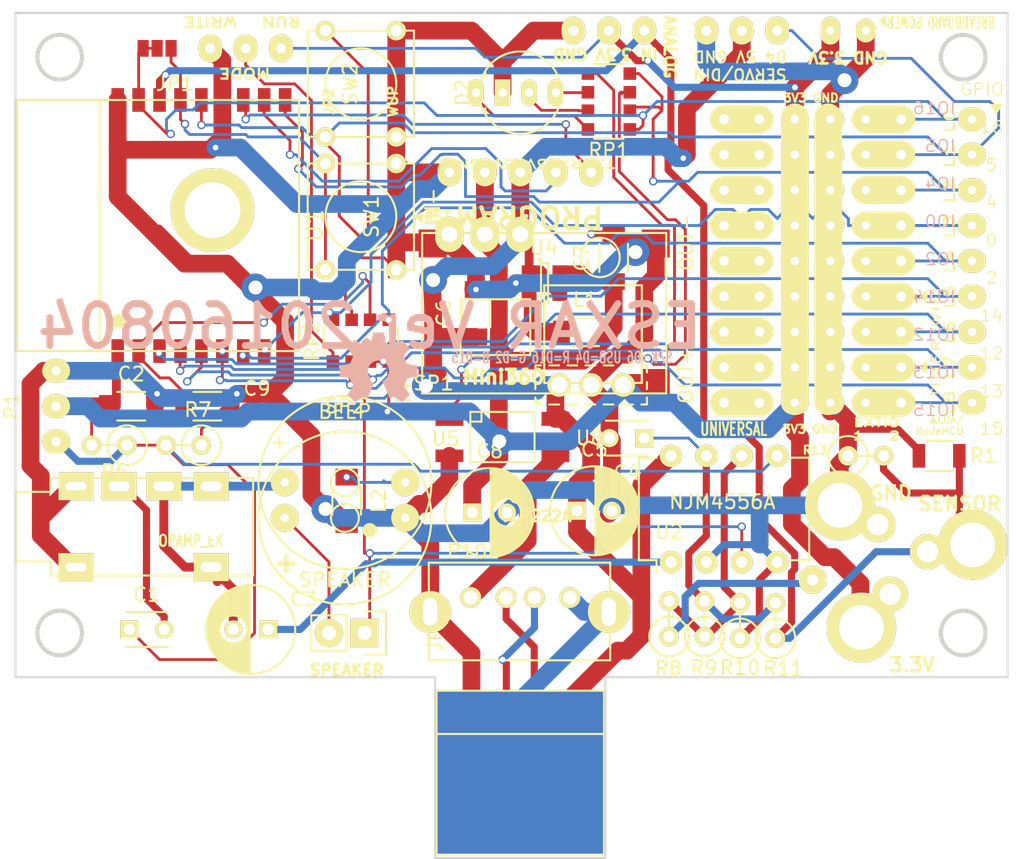
<source format=kicad_pcb>
(kicad_pcb (version 4) (host pcbnew 4.0.2+dfsg1-stable)

  (general
    (links 182)
    (no_connects 0)
    (area 135.146 87.475 209.255 150.824001)
    (thickness 1.6)
    (drawings 87)
    (tracks 876)
    (zones 0)
    (modules 55)
    (nets 45)
  )

  (page A4)
  (layers
    (0 F.Cu signal)
    (31 B.Cu signal)
    (32 B.Adhes user)
    (33 F.Adhes user)
    (34 B.Paste user)
    (35 F.Paste user)
    (36 B.SilkS user)
    (37 F.SilkS user)
    (38 B.Mask user)
    (39 F.Mask user)
    (40 Dwgs.User user)
    (41 Cmts.User user)
    (42 Eco1.User user)
    (43 Eco2.User user)
    (44 Edge.Cuts user)
    (45 Margin user)
    (46 B.CrtYd user)
    (47 F.CrtYd user)
    (48 B.Fab user)
    (49 F.Fab user)
  )

  (setup
    (last_trace_width 0.25)
    (user_trace_width 0.127)
    (user_trace_width 0.2032)
    (user_trace_width 0.508)
    (user_trace_width 0.635)
    (user_trace_width 0.762)
    (user_trace_width 1.016)
    (user_trace_width 1.27)
    (user_trace_width 2.54)
    (trace_clearance 0.2)
    (zone_clearance 0.508)
    (zone_45_only yes)
    (trace_min 0.0762)
    (segment_width 0.3)
    (edge_width 0.3)
    (via_size 0.6)
    (via_drill 0.4)
    (via_min_size 0.254)
    (via_min_drill 0.127)
    (user_via 1 0.6)
    (user_via 1 0.6)
    (user_via 2 1)
    (uvia_size 0.3)
    (uvia_drill 0.1)
    (uvias_allowed no)
    (uvia_min_size 0)
    (uvia_min_drill 0)
    (pcb_text_width 0.3)
    (pcb_text_size 1.5 1.5)
    (mod_edge_width 0.15)
    (mod_text_size 1 1)
    (mod_text_width 0.15)
    (pad_size 1.4 1.7)
    (pad_drill 0.58)
    (pad_to_mask_clearance 0.2)
    (aux_axis_origin 136.525 137.795)
    (grid_origin 136.525 137.795)
    (visible_elements FFFFF7ED)
    (pcbplotparams
      (layerselection 0x010f0_80000001)
      (usegerberextensions false)
      (excludeedgelayer true)
      (linewidth 0.100000)
      (plotframeref false)
      (viasonmask false)
      (mode 1)
      (useauxorigin false)
      (hpglpennumber 1)
      (hpglpenspeed 20)
      (hpglpendiameter 15)
      (hpglpenoverlay 2)
      (psnegative false)
      (psa4output false)
      (plotreference true)
      (plotvalue true)
      (plotinvisibletext false)
      (padsonsilk false)
      (subtractmaskfromsilk false)
      (outputformat 1)
      (mirror false)
      (drillshape 0)
      (scaleselection 1)
      (outputdirectory PCBWAY20160804))
  )

  (net 0 "")
  (net 1 +3V3)
  (net 2 GND)
  (net 3 "Net-(D2-Pad1)")
  (net 4 "Net-(D2-Pad3)")
  (net 5 "Net-(D2-Pad4)")
  (net 6 "Net-(JP1-Pad2)")
  (net 7 "Net-(JP2-Pad2)")
  (net 8 "Net-(JP2-Pad1)")
  (net 9 "Net-(P3-Pad1)")
  (net 10 +5V)
  (net 11 "Net-(P4-Pad1)")
  (net 12 "Net-(C3-Pad2)")
  (net 13 "Net-(P12-Pad1)")
  (net 14 "Net-(P10-Pad2)")
  (net 15 "Net-(P10-Pad3)")
  (net 16 "Net-(P13-Pad1)")
  (net 17 "Net-(P10-Pad1)")
  (net 18 "Net-(C9-Pad1)")
  (net 19 "Net-(C1-Pad1)")
  (net 20 "Net-(C1-Pad2)")
  (net 21 "Net-(C3-Pad1)")
  (net 22 "Net-(C4-Pad1)")
  (net 23 "Net-(L2-Pad1)")
  (net 24 "Net-(P3-Pad2)")
  (net 25 "Net-(R10-Pad2)")
  (net 26 "Net-(P18-Pad9)")
  (net 27 "Net-(P18-Pad5)")
  (net 28 "Net-(P18-Pad6)")
  (net 29 "Net-(P18-Pad8)")
  (net 30 "Net-(P18-Pad3)")
  (net 31 "Net-(P18-Pad4)")
  (net 32 "Net-(P19-Pad9)")
  (net 33 "Net-(P19-Pad5)")
  (net 34 "Net-(P19-Pad6)")
  (net 35 "Net-(P19-Pad8)")
  (net 36 "Net-(P19-Pad7)")
  (net 37 "Net-(P19-Pad3)")
  (net 38 "Net-(P19-Pad4)")
  (net 39 "Net-(P19-Pad2)")
  (net 40 "Net-(P19-Pad1)")
  (net 41 "Net-(RP1-Pad5)")
  (net 42 "Net-(JP3-Pad1)")
  (net 43 "Net-(JP3-Pad2)")
  (net 44 "Net-(L1-Pad1)")

  (net_class Default "This is the default net class."
    (clearance 0.2)
    (trace_width 0.25)
    (via_dia 0.6)
    (via_drill 0.4)
    (uvia_dia 0.3)
    (uvia_drill 0.1)
    (add_net +3V3)
    (add_net +5V)
    (add_net GND)
    (add_net "Net-(C1-Pad1)")
    (add_net "Net-(C1-Pad2)")
    (add_net "Net-(C3-Pad1)")
    (add_net "Net-(C3-Pad2)")
    (add_net "Net-(C4-Pad1)")
    (add_net "Net-(C9-Pad1)")
    (add_net "Net-(D2-Pad1)")
    (add_net "Net-(D2-Pad3)")
    (add_net "Net-(D2-Pad4)")
    (add_net "Net-(JP1-Pad2)")
    (add_net "Net-(JP2-Pad1)")
    (add_net "Net-(JP2-Pad2)")
    (add_net "Net-(JP3-Pad1)")
    (add_net "Net-(JP3-Pad2)")
    (add_net "Net-(L1-Pad1)")
    (add_net "Net-(L2-Pad1)")
    (add_net "Net-(P10-Pad1)")
    (add_net "Net-(P10-Pad2)")
    (add_net "Net-(P10-Pad3)")
    (add_net "Net-(P12-Pad1)")
    (add_net "Net-(P13-Pad1)")
    (add_net "Net-(P18-Pad3)")
    (add_net "Net-(P18-Pad4)")
    (add_net "Net-(P18-Pad5)")
    (add_net "Net-(P18-Pad6)")
    (add_net "Net-(P18-Pad8)")
    (add_net "Net-(P18-Pad9)")
    (add_net "Net-(P19-Pad1)")
    (add_net "Net-(P19-Pad2)")
    (add_net "Net-(P19-Pad3)")
    (add_net "Net-(P19-Pad4)")
    (add_net "Net-(P19-Pad5)")
    (add_net "Net-(P19-Pad6)")
    (add_net "Net-(P19-Pad7)")
    (add_net "Net-(P19-Pad8)")
    (add_net "Net-(P19-Pad9)")
    (add_net "Net-(P3-Pad1)")
    (add_net "Net-(P3-Pad2)")
    (add_net "Net-(P4-Pad1)")
    (add_net "Net-(R10-Pad2)")
    (add_net "Net-(RP1-Pad5)")
  )

  (module library:Mini-360_DCDC_LM2596_module (layer F.Cu) (tedit 578888F7) (tstamp 578824D2)
    (at 174.4345 111.6965 180)
    (descr Mini-360_DCDC_LM2596_module)
    (tags Mini-360_DCDC_LM2596_module)
    (path /5783D3C4)
    (fp_text reference U6 (at 0 7 180) (layer F.SilkS) hide
      (effects (font (size 1 1) (thickness 0.15)))
    )
    (fp_text value Mini360 (at 2.921 -4.572 180) (layer F.Fab)
      (effects (font (size 1 1) (thickness 0.15)))
    )
    (fp_line (start 1 -3) (end 1 1) (layer F.SilkS) (width 0.15))
    (fp_line (start 1 1) (end 6 1) (layer F.SilkS) (width 0.15))
    (fp_line (start 6 1) (end 6 -3) (layer F.SilkS) (width 0.15))
    (fp_line (start 6 -3) (end 1 -3) (layer F.SilkS) (width 0.15))
    (fp_circle (center -4 4) (end -3 5) (layer F.SilkS) (width 0.15))
    (fp_line (start -7 -5) (end -7 2) (layer F.SilkS) (width 0.15))
    (fp_line (start -7 2) (end 0 2) (layer F.SilkS) (width 0.15))
    (fp_line (start 0 2) (end 0 -5) (layer F.SilkS) (width 0.15))
    (fp_line (start 0 -5) (end -7 -5) (layer F.SilkS) (width 0.15))
    (fp_line (start -7 -5) (end -7 1) (layer F.SilkS) (width 0.15))
    (fp_line (start -1 -5) (end -7 -5) (layer F.SilkS) (width 0.15))
    (fp_text user OUT+ (at -10.16 -4.445 270) (layer F.SilkS)
      (effects (font (size 1 1) (thickness 0.15)))
    )
    (fp_text user OUT- (at -10.16 5.08 270) (layer F.SilkS)
      (effects (font (size 1 1) (thickness 0.15)))
    )
    (fp_text user IN- (at 8.001 7.62 270) (layer F.SilkS)
      (effects (font (size 1 1) (thickness 0.15)))
    )
    (fp_text user IN+ (at 10.033 -5.08 270) (layer F.SilkS)
      (effects (font (size 1 1) (thickness 0.15)))
    )
    (fp_line (start -8.75 -5.75) (end 8.75 -5.75) (layer F.SilkS) (width 0.15))
    (fp_line (start 8.75 -5.75) (end 8.75 5.75) (layer F.SilkS) (width 0.15))
    (fp_line (start 8.75 5.75) (end -8.75 5.75) (layer F.SilkS) (width 0.15))
    (fp_line (start -8.75 5.75) (end -8.75 -5.75) (layer F.SilkS) (width 0.15))
    (pad 3 smd rect (at -8 -5 180) (size 2 2) (layers F.Cu F.Paste F.Mask)
      (net 1 +3V3))
    (pad 2 smd rect (at -8 5 180) (size 2 2) (layers F.Cu F.Paste F.Mask)
      (net 2 GND))
    (pad 2 smd rect (at 8 5 180) (size 2 2) (layers F.Cu F.Paste F.Mask)
      (net 2 GND))
    (pad 1 smd rect (at 8 -5 180) (size 2 2) (layers F.Cu F.Paste F.Mask)
      (net 10 +5V))
  )

  (module library:ESP_WROOM_02 (layer F.Cu) (tedit 570C9A9B) (tstamp 5788248E)
    (at 149.86 105.41 90)
    (descr ESP_WROOM_02)
    (tags ESP_WROOM_02)
    (path /570C61CE)
    (fp_text reference U1 (at 0 8.1 90) (layer F.SilkS)
      (effects (font (size 1.2 1.2) (thickness 0.15)))
    )
    (fp_text value ESP-WROOM-02 (at 0 -4 90) (layer F.Fab)
      (effects (font (size 1.2 1.2) (thickness 0.15)))
    )
    (fp_line (start -9 -13.2) (end 9 -13.2) (layer F.SilkS) (width 0.15))
    (fp_line (start 9 -13.2) (end 9 -11.8) (layer F.SilkS) (width 0.15))
    (fp_line (start 9 -7.4) (end 9 -11.8) (layer F.SilkS) (width 0.15))
    (fp_line (start -9 -13) (end -9 -13.2) (layer F.SilkS) (width 0.15))
    (fp_line (start -9 -7.3) (end 9 -7.3) (layer F.SilkS) (width 0.15))
    (fp_line (start -9 -7) (end -9 -13) (layer F.SilkS) (width 0.15))
    (fp_line (start -9 -7) (end -9 -7.4) (layer F.SilkS) (width 0.15))
    (fp_line (start 9 -7.4) (end 9 -7) (layer F.SilkS) (width 0.15))
    (fp_line (start -9 7) (end 9 7) (layer F.SilkS) (width 0.15))
    (fp_line (start -9 7) (end -9 -7) (layer F.SilkS) (width 0.15))
    (fp_line (start 9 -7) (end 9 7) (layer F.SilkS) (width 0.15))
    (pad 18 smd rect (at 9 -6) (size 0.9 1.7) (layers F.Cu F.Paste F.Mask)
      (net 2 GND))
    (pad 1 smd rect (at -9 -6) (size 0.9 1.7) (layers F.Cu F.Paste F.Mask)
      (net 1 +3V3))
    (pad 17 smd rect (at 9 -4.5) (size 0.9 1.7) (layers F.Cu F.Paste F.Mask)
      (net 7 "Net-(JP2-Pad2)"))
    (pad 2 smd rect (at -9 -4.5) (size 0.9 1.7) (layers F.Cu F.Paste F.Mask)
      (net 18 "Net-(C9-Pad1)"))
    (pad 16 smd rect (at 9 -3) (size 0.9 1.7) (layers F.Cu F.Paste F.Mask)
      (net 16 "Net-(P13-Pad1)"))
    (pad 3 smd rect (at -9 -3) (size 0.9 1.7) (layers F.Cu F.Paste F.Mask)
      (net 28 "Net-(P18-Pad6)"))
    (pad 15 smd rect (at 9 -1.5) (size 0.9 1.7) (layers F.Cu F.Paste F.Mask)
      (net 8 "Net-(JP2-Pad1)"))
    (pad 4 smd rect (at -9 -1.5) (size 0.9 1.7) (layers F.Cu F.Paste F.Mask)
      (net 42 "Net-(JP3-Pad1)"))
    (pad 14 smd rect (at 9 0) (size 0.9 1.7) (layers F.Cu F.Paste F.Mask)
      (net 13 "Net-(P12-Pad1)"))
    (pad 5 smd rect (at -9 0) (size 0.9 1.7) (layers F.Cu F.Paste F.Mask)
      (net 29 "Net-(P18-Pad8)"))
    (pad 13 smd rect (at 9 1.5) (size 0.9 1.7) (layers F.Cu F.Paste F.Mask)
      (net 2 GND))
    (pad 6 smd rect (at -9 1.5) (size 0.9 1.7) (layers F.Cu F.Paste F.Mask)
      (net 26 "Net-(P18-Pad9)"))
    (pad 12 smd rect (at 9 3) (size 0.9 1.7) (layers F.Cu F.Paste F.Mask)
      (net 9 "Net-(P3-Pad1)"))
    (pad 7 smd rect (at -9 3) (size 0.9 1.7) (layers F.Cu F.Paste F.Mask)
      (net 27 "Net-(P18-Pad5)"))
    (pad 11 smd rect (at 9 4.5) (size 0.9 1.7) (layers F.Cu F.Paste F.Mask)
      (net 24 "Net-(P3-Pad2)"))
    (pad 8 smd rect (at -9 4.5) (size 0.9 1.7) (layers F.Cu F.Paste F.Mask)
      (net 31 "Net-(P18-Pad4)"))
    (pad 10 smd rect (at 9 6) (size 0.9 1.7) (layers F.Cu F.Paste F.Mask)
      (net 30 "Net-(P18-Pad3)"))
    (pad 9 smd rect (at -9 6) (size 0.9 1.7) (layers F.Cu F.Paste F.Mask)
      (net 2 GND))
    (pad 24 thru_hole circle (at 1.1 0.8 90) (size 6 6) (drill 4) (layers *.Cu *.Mask F.SilkS))
  )

  (module library:USB_A_Vertical_Short (layer F.Cu) (tedit 57A056A7) (tstamp 57882400)
    (at 169.164 132.08)
    (descr "USB A Vertical Short connector")
    (tags "USB USB_A Vertical short")
    (path /5731ED2B)
    (fp_text reference P10 (at -0.254 -3.302 180) (layer F.SilkS)
      (effects (font (size 1 1) (thickness 0.15)))
    )
    (fp_text value USB_A (at 4 5.5) (layer F.Fab)
      (effects (font (size 1 1) (thickness 0.15)))
    )
    (fp_line (start -3 1) (end -3 -2.5) (layer F.SilkS) (width 0.15))
    (fp_line (start -3 -2.5) (end 10 -2.5) (layer F.SilkS) (width 0.15))
    (fp_line (start 10 -2.5) (end 10 4.5) (layer F.SilkS) (width 0.15))
    (fp_line (start 10 4.5) (end -3 4.5) (layer F.SilkS) (width 0.15))
    (fp_line (start -3 4.5) (end -3 1) (layer F.SilkS) (width 0.15))
    (pad 4 thru_hole circle (at 7.11286 -0.00212 270) (size 1.50114 1.50114) (drill 1.00076) (layers *.Cu *.Mask F.SilkS)
      (net 2 GND))
    (pad 3 thru_hole circle (at 4.57286 -0.00212 270) (size 1.50114 1.50114) (drill 1.00076) (layers *.Cu *.Mask F.SilkS)
      (net 15 "Net-(P10-Pad3)"))
    (pad 2 thru_hole circle (at 2.54086 -0.00212 270) (size 1.50114 1.50114) (drill 1.00076) (layers *.Cu *.Mask F.SilkS)
      (net 14 "Net-(P10-Pad2)"))
    (pad 1 thru_hole circle (at 0.00086 -0.00212 270) (size 1.50114 1.50114) (drill 1.00076) (layers *.Cu *.Mask F.SilkS)
      (net 17 "Net-(P10-Pad1)"))
    (pad 5 thru_hole oval (at 9.9 1.03 270) (size 3 3) (drill oval 2 1) (layers *.Cu *.Mask F.SilkS)
      (net 2 GND))
    (pad 5 thru_hole oval (at -2.9 1.03 270) (size 3 3) (drill oval 2 1) (layers *.Cu *.Mask F.SilkS)
      (net 2 GND))
    (model Connect.3dshapes/USB_A.wrl
      (at (xyz 0.14 0 0))
      (scale (xyz 1 1 1))
      (rotate (xyz 0 0 90))
    )
  )

  (module TO_SOT_Packages_THT:SOT126_SOT32_Housing_Vertical_Mirrored (layer F.Cu) (tedit 0) (tstamp 57A1E33A)
    (at 177.8 116.84 180)
    (descr "SOT126, SOT32, Housing, Vertical, Mirrored,")
    (tags "SOT126, SOT32, Housing, Vertical, Mirrored,")
    (path /57A1E554)
    (fp_text reference U8 (at 0.09906 -3.79984 180) (layer F.SilkS)
      (effects (font (size 1 1) (thickness 0.15)))
    )
    (fp_text value TA48M033F (at 0.70104 4.30022 180) (layer F.Fab)
      (effects (font (size 1 1) (thickness 0.15)))
    )
    (fp_line (start 3.59918 -1.39954) (end 4.0005 -1.00076) (layer F.SilkS) (width 0.15))
    (fp_line (start -3.99796 -1.39954) (end -3.99796 -0.89916) (layer F.SilkS) (width 0.15))
    (fp_line (start -3.99796 1.39954) (end -3.99796 0.89916) (layer F.SilkS) (width 0.15))
    (fp_line (start -3.99796 -0.29972) (end -3.99796 0.20066) (layer F.SilkS) (width 0.15))
    (fp_line (start 4.0005 -0.29972) (end 4.0005 0.20066) (layer F.SilkS) (width 0.15))
    (fp_line (start 4.0005 1.39954) (end 4.0005 0.89916) (layer F.SilkS) (width 0.15))
    (fp_line (start 4.0005 -1.39954) (end 4.0005 -0.89916) (layer F.SilkS) (width 0.15))
    (fp_line (start -2.99974 1.39954) (end -2.30124 1.39954) (layer F.SilkS) (width 0.15))
    (fp_line (start 2.99974 1.39954) (end 2.30124 1.39954) (layer F.SilkS) (width 0.15))
    (fp_line (start 1.7018 1.39954) (end 1.0033 1.39954) (layer F.SilkS) (width 0.15))
    (fp_line (start 0.40132 1.39954) (end -0.29718 1.39954) (layer F.SilkS) (width 0.15))
    (fp_line (start -0.89916 1.39954) (end -1.59766 1.39954) (layer F.SilkS) (width 0.15))
    (fp_line (start -0.89916 -1.39954) (end -1.59766 -1.39954) (layer F.SilkS) (width 0.15))
    (fp_line (start 0.40132 -1.39954) (end -0.29718 -1.39954) (layer F.SilkS) (width 0.15))
    (fp_line (start 1.7018 -1.39954) (end 1.0033 -1.39954) (layer F.SilkS) (width 0.15))
    (fp_line (start 2.99974 -1.39954) (end 2.30124 -1.39954) (layer F.SilkS) (width 0.15))
    (fp_line (start -2.99974 -1.39954) (end -2.30124 -1.39954) (layer F.SilkS) (width 0.15))
    (fp_line (start -4.0005 -1.39954) (end -3.59918 -1.39954) (layer F.SilkS) (width 0.15))
    (fp_line (start -4.0005 1.39954) (end -3.59918 1.39954) (layer F.SilkS) (width 0.15))
    (fp_line (start 4.0005 -1.39954) (end 3.59918 -1.39954) (layer F.SilkS) (width 0.15))
    (fp_line (start 4.0005 1.39954) (end 3.59918 1.39954) (layer F.SilkS) (width 0.15))
    (pad 2 thru_hole circle (at 0 0 180) (size 1.69926 1.69926) (drill 1.19888) (layers *.Cu *.Mask F.SilkS)
      (net 2 GND))
    (pad 3 thru_hole circle (at -2.29108 0 180) (size 1.69926 1.69926) (drill 1.19888) (layers *.Cu *.Mask F.SilkS)
      (net 1 +3V3))
    (pad 1 thru_hole circle (at 2.29108 0 180) (size 1.69926 1.69926) (drill 1.19888) (layers *.Cu *.Mask F.SilkS)
      (net 10 +5V))
    (model TO_SOT_Packages_THT.3dshapes/SOT126_SOT32_Housing_Vertical_Mirrored.wrl
      (at (xyz 0 0 0))
      (scale (xyz 0.3937 0.3937 0.3937))
      (rotate (xyz 0 0 0))
    )
  )

  (module library:C_1206_HandSoldering_Small (layer F.Cu) (tedit 573922CB) (tstamp 57A1BA77)
    (at 177.37 113.03)
    (descr "Capacitor SMD 1206, reflow soldering, AVX (see smccp.pdf)")
    (tags "capacitor 1206 HandSoldering Small")
    (path /57A1C527)
    (attr smd)
    (fp_text reference L1 (at 0 -2.3) (layer F.SilkS)
      (effects (font (size 1 1) (thickness 0.15)))
    )
    (fp_text value 4.7uH (at 0 2.3) (layer F.Fab)
      (effects (font (size 1 1) (thickness 0.15)))
    )
    (fp_line (start -2.3 -1.15) (end 2.3 -1.15) (layer F.CrtYd) (width 0.05))
    (fp_line (start -2.3 1.15) (end 2.3 1.15) (layer F.CrtYd) (width 0.05))
    (fp_line (start -2.3 -1.15) (end -2.3 1.15) (layer F.CrtYd) (width 0.05))
    (fp_line (start 2.3 -1.15) (end 2.3 1.15) (layer F.CrtYd) (width 0.05))
    (fp_line (start 1 -1.025) (end -1 -1.025) (layer F.SilkS) (width 0.15))
    (fp_line (start -1 1.025) (end 1 1.025) (layer F.SilkS) (width 0.15))
    (pad 1 smd rect (at -1.7 0) (size 1.2 1.6) (layers F.Cu F.Paste F.Mask)
      (net 44 "Net-(L1-Pad1)"))
    (pad 2 smd rect (at 1.7 0) (size 1.2 1.6) (layers F.Cu F.Paste F.Mask)
      (net 1 +3V3))
    (model Capacitors_SMD.3dshapes/C_1206.wrl
      (at (xyz 0 0 0))
      (scale (xyz 1 1 1))
      (rotate (xyz 0 0 0))
    )
  )

  (module Capacitors_ThroughHole:C_Radial_D6.3_L11.2_P2.5 (layer F.Cu) (tedit 0) (tstamp 57A1BA5F)
    (at 176.784 125.857)
    (descr "Radial Electrolytic Capacitor, Diameter 6.3mm x Length 11.2mm, Pitch 2.5mm")
    (tags "Electrolytic Capacitor")
    (path /57A1C519)
    (fp_text reference C5 (at 1.25 -4.4) (layer F.SilkS)
      (effects (font (size 1 1) (thickness 0.15)))
    )
    (fp_text value 100uF (at 1.25 4.4) (layer F.Fab)
      (effects (font (size 1 1) (thickness 0.15)))
    )
    (fp_line (start 1.325 -3.149) (end 1.325 3.149) (layer F.SilkS) (width 0.15))
    (fp_line (start 1.465 -3.143) (end 1.465 3.143) (layer F.SilkS) (width 0.15))
    (fp_line (start 1.605 -3.13) (end 1.605 -0.446) (layer F.SilkS) (width 0.15))
    (fp_line (start 1.605 0.446) (end 1.605 3.13) (layer F.SilkS) (width 0.15))
    (fp_line (start 1.745 -3.111) (end 1.745 -0.656) (layer F.SilkS) (width 0.15))
    (fp_line (start 1.745 0.656) (end 1.745 3.111) (layer F.SilkS) (width 0.15))
    (fp_line (start 1.885 -3.085) (end 1.885 -0.789) (layer F.SilkS) (width 0.15))
    (fp_line (start 1.885 0.789) (end 1.885 3.085) (layer F.SilkS) (width 0.15))
    (fp_line (start 2.025 -3.053) (end 2.025 -0.88) (layer F.SilkS) (width 0.15))
    (fp_line (start 2.025 0.88) (end 2.025 3.053) (layer F.SilkS) (width 0.15))
    (fp_line (start 2.165 -3.014) (end 2.165 -0.942) (layer F.SilkS) (width 0.15))
    (fp_line (start 2.165 0.942) (end 2.165 3.014) (layer F.SilkS) (width 0.15))
    (fp_line (start 2.305 -2.968) (end 2.305 -0.981) (layer F.SilkS) (width 0.15))
    (fp_line (start 2.305 0.981) (end 2.305 2.968) (layer F.SilkS) (width 0.15))
    (fp_line (start 2.445 -2.915) (end 2.445 -0.998) (layer F.SilkS) (width 0.15))
    (fp_line (start 2.445 0.998) (end 2.445 2.915) (layer F.SilkS) (width 0.15))
    (fp_line (start 2.585 -2.853) (end 2.585 -0.996) (layer F.SilkS) (width 0.15))
    (fp_line (start 2.585 0.996) (end 2.585 2.853) (layer F.SilkS) (width 0.15))
    (fp_line (start 2.725 -2.783) (end 2.725 -0.974) (layer F.SilkS) (width 0.15))
    (fp_line (start 2.725 0.974) (end 2.725 2.783) (layer F.SilkS) (width 0.15))
    (fp_line (start 2.865 -2.704) (end 2.865 -0.931) (layer F.SilkS) (width 0.15))
    (fp_line (start 2.865 0.931) (end 2.865 2.704) (layer F.SilkS) (width 0.15))
    (fp_line (start 3.005 -2.616) (end 3.005 -0.863) (layer F.SilkS) (width 0.15))
    (fp_line (start 3.005 0.863) (end 3.005 2.616) (layer F.SilkS) (width 0.15))
    (fp_line (start 3.145 -2.516) (end 3.145 -0.764) (layer F.SilkS) (width 0.15))
    (fp_line (start 3.145 0.764) (end 3.145 2.516) (layer F.SilkS) (width 0.15))
    (fp_line (start 3.285 -2.404) (end 3.285 -0.619) (layer F.SilkS) (width 0.15))
    (fp_line (start 3.285 0.619) (end 3.285 2.404) (layer F.SilkS) (width 0.15))
    (fp_line (start 3.425 -2.279) (end 3.425 -0.38) (layer F.SilkS) (width 0.15))
    (fp_line (start 3.425 0.38) (end 3.425 2.279) (layer F.SilkS) (width 0.15))
    (fp_line (start 3.565 -2.136) (end 3.565 2.136) (layer F.SilkS) (width 0.15))
    (fp_line (start 3.705 -1.974) (end 3.705 1.974) (layer F.SilkS) (width 0.15))
    (fp_line (start 3.845 -1.786) (end 3.845 1.786) (layer F.SilkS) (width 0.15))
    (fp_line (start 3.985 -1.563) (end 3.985 1.563) (layer F.SilkS) (width 0.15))
    (fp_line (start 4.125 -1.287) (end 4.125 1.287) (layer F.SilkS) (width 0.15))
    (fp_line (start 4.265 -0.912) (end 4.265 0.912) (layer F.SilkS) (width 0.15))
    (fp_circle (center 2.5 0) (end 2.5 -1) (layer F.SilkS) (width 0.15))
    (fp_circle (center 1.25 0) (end 1.25 -3.1875) (layer F.SilkS) (width 0.15))
    (fp_circle (center 1.25 0) (end 1.25 -3.4) (layer F.CrtYd) (width 0.05))
    (pad 2 thru_hole circle (at 2.5 0) (size 1.3 1.3) (drill 0.8) (layers *.Cu *.Mask F.SilkS)
      (net 2 GND))
    (pad 1 thru_hole rect (at 0 0) (size 1.3 1.3) (drill 0.8) (layers *.Cu *.Mask F.SilkS)
      (net 10 +5V))
    (model Capacitors_ThroughHole.3dshapes/C_Radial_D6.3_L11.2_P2.5.wrl
      (at (xyz 0 0 0))
      (scale (xyz 1 1 1))
      (rotate (xyz 0 0 0))
    )
  )

  (module Power_Integrations:TO-220 (layer F.Cu) (tedit 57A1E3CE) (tstamp 57A1E333)
    (at 170.18 106.045)
    (descr "Non Isolated JEDEC TO-220 Package")
    (tags "Power Integration YN Package")
    (path /57A1E349)
    (fp_text reference U7 (at 0 -4.318) (layer F.SilkS)
      (effects (font (size 1 1) (thickness 0.15)))
    )
    (fp_text value LD1117CV33 (at 0 -4.318) (layer F.Fab)
      (effects (font (size 1 1) (thickness 0.15)))
    )
    (pad 2 thru_hole oval (at -2.54 0) (size 2.032 2.54) (drill 1.143) (layers *.Cu *.Mask F.SilkS)
      (net 2 GND))
    (pad 3 thru_hole oval (at 0 0) (size 2.032 2.54) (drill 1.143) (layers *.Cu *.Mask F.SilkS)
      (net 1 +3V3))
    (pad 1 thru_hole oval (at 2.54 0) (size 2.032 2.54) (drill 1.143) (layers *.Cu *.Mask F.SilkS)
      (net 10 +5V))
  )

  (module Connect:bornier3 (layer F.Cu) (tedit 57A1DBD5) (tstamp 57885032)
    (at 203.8985 128.524 280)
    (descr "Bornier d'alimentation 3 pins")
    (tags DEV)
    (path /578893CC)
    (fp_text reference P8 (at 0.19848 -1.125635 370) (layer F.SilkS)
      (effects (font (size 1 1) (thickness 0.15)))
    )
    (fp_text value SCREW (at 4.826 -1.778 280) (layer F.Fab)
      (effects (font (size 1 1) (thickness 0.15)))
    )
    (pad 3 thru_hole circle (at -4.445 7.62 280) (size 5 5) (drill 3.2) (layers *.Cu *.Mask F.SilkS)
      (net 2 GND))
    (pad 1 thru_hole circle (at 4.445 7.62 280) (size 5 5) (drill 3.2) (layers *.Cu *.Mask F.SilkS)
      (net 1 +3V3))
    (pad 2 thru_hole circle (at 0 -1.27 280) (size 5 5) (drill 3.2) (layers *.Cu *.Mask F.SilkS)
      (net 16 "Net-(P13-Pad1)"))
    (model Connect.3dshapes/bornier3.wrl
      (at (xyz 0 0 0))
      (scale (xyz 1 1 1))
      (rotate (xyz 0 0 0))
    )
  )

  (module Connect:bornier3 (layer F.Cu) (tedit 57A1DBA6) (tstamp 57885039)
    (at 201.295 128.905 280)
    (descr "Bornier d'alimentation 3 pins")
    (tags DEV)
    (path /578894B1)
    (fp_text reference P17 (at 0 -5.08 280) (layer F.SilkS)
      (effects (font (size 1 1) (thickness 0.15)))
    )
    (fp_text value SENSOR (at 4.318 0.762 280) (layer F.Fab)
      (effects (font (size 1 1) (thickness 0.15)))
    )
    (pad 3 thru_hole circle (at -2.54 2.54 280) (size 2.54 2.54) (drill 1.524) (layers *.Cu *.Mask F.SilkS)
      (net 2 GND))
    (pad 1 thru_hole circle (at 2.54 2.54 280) (size 2.54 2.54) (drill 1.524) (layers *.Cu *.Mask F.SilkS)
      (net 1 +3V3))
    (pad 2 thru_hole circle (at 0 -0.635 280) (size 2.54 2.54) (drill 1.524) (layers *.Cu *.Mask F.SilkS)
      (net 16 "Net-(P13-Pad1)"))
    (model Connect.3dshapes/bornier3.wrl
      (at (xyz 0 0 0))
      (scale (xyz 1 1 1))
      (rotate (xyz 0 0 0))
    )
  )

  (module Housings_DIP:DIP-8_W7.62mm (layer F.Cu) (tedit 5788899B) (tstamp 5788249A)
    (at 183.515 129.54 90)
    (descr "8-lead dip package, row spacing 7.62 mm (300 mils)")
    (tags "dil dip 2.54 300")
    (path /57873573)
    (fp_text reference U2 (at 2.159 -0.127 180) (layer F.SilkS)
      (effects (font (size 1 1) (thickness 0.15)))
    )
    (fp_text value NJM4556A (at 4.318 3.683 360) (layer F.SilkS)
      (effects (font (size 1 1) (thickness 0.15)))
    )
    (fp_line (start -1.05 -2.45) (end -1.05 10.1) (layer F.CrtYd) (width 0.05))
    (fp_line (start 8.65 -2.45) (end 8.65 10.1) (layer F.CrtYd) (width 0.05))
    (fp_line (start -1.05 -2.45) (end 8.65 -2.45) (layer F.CrtYd) (width 0.05))
    (fp_line (start -1.05 10.1) (end 8.65 10.1) (layer F.CrtYd) (width 0.05))
    (fp_line (start 0.135 -2.295) (end 0.135 -1.025) (layer F.SilkS) (width 0.15))
    (fp_line (start 7.485 -2.295) (end 7.485 -1.025) (layer F.SilkS) (width 0.15))
    (fp_line (start 7.485 9.915) (end 7.485 8.645) (layer F.SilkS) (width 0.15))
    (fp_line (start 0.135 9.915) (end 0.135 8.645) (layer F.SilkS) (width 0.15))
    (fp_line (start 0.135 -2.295) (end 7.485 -2.295) (layer F.SilkS) (width 0.15))
    (fp_line (start 0.135 9.915) (end 7.485 9.915) (layer F.SilkS) (width 0.15))
    (fp_line (start 0.135 -1.025) (end -0.8 -1.025) (layer F.SilkS) (width 0.15))
    (pad 1 thru_hole oval (at 0 0 90) (size 1.6 1.6) (drill 0.8) (layers *.Cu *.Mask F.SilkS)
      (net 21 "Net-(C3-Pad1)"))
    (pad 2 thru_hole oval (at 0 2.54 90) (size 1.6 1.6) (drill 0.8) (layers *.Cu *.Mask F.SilkS)
      (net 2 GND))
    (pad 3 thru_hole oval (at 0 5.08 90) (size 1.6 1.6) (drill 0.8) (layers *.Cu *.Mask F.SilkS)
      (net 42 "Net-(JP3-Pad1)"))
    (pad 4 thru_hole oval (at 0 7.62 90) (size 1.6 1.6) (drill 0.8) (layers *.Cu *.Mask F.SilkS)
      (net 2 GND))
    (pad 5 thru_hole oval (at 7.62 7.62 90) (size 1.6 1.6) (drill 0.8) (layers *.Cu *.Mask F.SilkS)
      (net 19 "Net-(C1-Pad1)"))
    (pad 6 thru_hole oval (at 7.62 5.08 90) (size 1.6 1.6) (drill 0.8) (layers *.Cu *.Mask F.SilkS)
      (net 25 "Net-(R10-Pad2)"))
    (pad 7 thru_hole oval (at 7.62 2.54 90) (size 1.6 1.6) (drill 0.8) (layers *.Cu *.Mask F.SilkS)
      (net 22 "Net-(C4-Pad1)"))
    (pad 8 thru_hole oval (at 7.62 0 90) (size 1.6 1.6) (drill 0.8) (layers *.Cu *.Mask F.SilkS)
      (net 10 +5V))
    (model Housings_DIP.3dshapes/DIP-8_W7.62mm.wrl
      (at (xyz 0 0 0))
      (scale (xyz 1 1 1))
      (rotate (xyz 0 0 0))
    )
  )

  (module Opto-Devices:Optocoupler_SMD_HandSoldering_KPC357_LTV35x_PC357_SingleChannel (layer F.Cu) (tedit 0) (tstamp 57A07EDD)
    (at 171.43984 120.57126)
    (descr "Optocoupler, SMD,  Single Channel, Hand Soldering, like KPC357, LTV35x, PC357")
    (tags "Optocoupler Single Channel KPC357 LTV35x PC357")
    (path /5731F0AA)
    (fp_text reference U5 (at -4.064 0.127) (layer F.SilkS)
      (effects (font (size 1 1) (thickness 0.15)))
    )
    (fp_text value TLP222A (at 1.27 3.81) (layer F.Fab)
      (effects (font (size 1 1) (thickness 0.15)))
    )
    (fp_line (start -1.50114 -1.80086) (end -1.50114 -1.09982) (layer F.SilkS) (width 0.15))
    (fp_line (start -1.50114 -1.09982) (end -2.30124 -1.09982) (layer F.SilkS) (width 0.15))
    (fp_line (start 2.30124 -1.80086) (end -2.30124 -1.80086) (layer F.SilkS) (width 0.15))
    (fp_line (start -2.30124 -1.80086) (end -2.30124 1.80086) (layer F.SilkS) (width 0.15))
    (fp_line (start -2.30124 1.80086) (end 2.30124 1.80086) (layer F.SilkS) (width 0.15))
    (fp_line (start 2.30124 1.80086) (end 2.30124 -1.80086) (layer F.SilkS) (width 0.15))
    (pad 2 smd rect (at -3.79984 1.34874) (size 1.99898 0.89916) (layers F.Cu F.Paste F.Mask)
      (net 2 GND))
    (pad 1 smd rect (at -3.79984 -1.30048) (size 1.99898 1.00076) (layers F.Cu F.Paste F.Mask)
      (net 41 "Net-(RP1-Pad5)"))
    (pad 4 smd rect (at 3.79984 -1.30048) (size 1.99898 1.00076) (layers F.Cu F.Paste F.Mask)
      (net 10 +5V))
    (pad 3 smd rect (at 3.79984 1.30048) (size 1.99898 1.00076) (layers F.Cu F.Paste F.Mask)
      (net 17 "Net-(P10-Pad1)"))
  )

  (module LEDs:LED-RGB-5MM_Common_Cathode (layer F.Cu) (tedit 578882A2) (tstamp 57882373)
    (at 170.815 95.885 90)
    (descr "5mm common cathode RGB LED")
    (tags "RGB LED 5mm Common Cathode")
    (path /570C5426)
    (fp_text reference D2 (at 0 -2.25 90) (layer F.SilkS)
      (effects (font (size 1 1) (thickness 0.15)))
    )
    (fp_text value LED_RCBG (at 3.81 1.27 180) (layer F.Fab)
      (effects (font (size 1 1) (thickness 0.15)))
    )
    (fp_circle (center 0 1.905) (end 3.2 1.905) (layer F.CrtYd) (width 0.05))
    (fp_line (start -1.1 -0.595) (end -1.55 -0.595) (layer F.SilkS) (width 0.15))
    (fp_circle (center 0 1.905) (end 2.95 1.905) (layer F.SilkS) (width 0.15))
    (fp_line (start 1.1 -0.595) (end 1.55 -0.595) (layer F.SilkS) (width 0.15))
    (pad 1 thru_hole oval (at 0 -1.27 90) (size 1.905 1.1176) (drill 0.6) (layers *.Cu *.Mask F.SilkS)
      (net 3 "Net-(D2-Pad1)"))
    (pad 2 thru_hole rect (at 0 0.635 90) (size 1.905 1.1176) (drill 0.6) (layers *.Cu *.Mask F.SilkS)
      (net 2 GND))
    (pad 3 thru_hole oval (at 0 2.54 90) (size 1.905 1.1176) (drill 0.6) (layers *.Cu *.Mask F.SilkS)
      (net 4 "Net-(D2-Pad3)"))
    (pad 4 thru_hole oval (at 0 4.445 90) (size 1.905 1.1176) (drill 0.6) (layers *.Cu *.Mask F.SilkS)
      (net 5 "Net-(D2-Pad4)"))
  )

  (module library:SolderWirePad_Oval_3xInline_0-65mmDrill (layer F.Cu) (tedit 57A056E9) (tstamp 5788237A)
    (at 153.035 92.71)
    (descr SolderWirePad_Oval_3xInline_0-65mmDrill)
    (tags SolderWirePad_Oval_3xInline_0-65mmDrill)
    (path /5731CA12)
    (fp_text reference JP1 (at -5.08 2.54) (layer F.SilkS)
      (effects (font (size 1 1) (thickness 0.15)))
    )
    (fp_text value MODE_JP (at -0.635 3.175) (layer F.Fab)
      (effects (font (size 1 1) (thickness 0.15)))
    )
    (pad 3 thru_hole oval (at 2.54 0) (size 1.7 2) (drill 0.7) (layers *.Cu *.Mask F.SilkS)
      (net 1 +3V3))
    (pad 2 thru_hole oval (at 0 0) (size 1.7 2) (drill 0.7) (layers *.Cu *.Mask F.SilkS)
      (net 6 "Net-(JP1-Pad2)"))
    (pad 1 thru_hole oval (at -2.54 0) (size 1.7 2) (drill 0.7) (layers *.Cu *.Mask F.SilkS)
      (net 2 GND))
  )

  (module library:Solder_Jumper_3 (layer F.Cu) (tedit 5739445E) (tstamp 57882381)
    (at 146.685 92.71 180)
    (descr Solder_Jumper_3)
    (tags Solder_Jumper_3)
    (path /5731E014)
    (fp_text reference JP2 (at 0 -1.3 180) (layer F.SilkS) hide
      (effects (font (size 0.7 0.7) (thickness 0.15)))
    )
    (fp_text value WAKEUP (at 0 1.5 180) (layer F.Fab) hide
      (effects (font (size 0.7 0.7) (thickness 0.15)))
    )
    (pad 3 smd rect (at 1 0 180) (size 0.8 1.2) (layers F.Cu F.Paste F.Mask)
      (net 7 "Net-(JP2-Pad2)"))
    (pad 1 smd rect (at -1 0 180) (size 0.8 1.2) (layers F.Cu F.Paste F.Mask)
      (net 8 "Net-(JP2-Pad1)"))
    (pad 2 smd rect (at 0 0 180) (size 0.8 1.2) (layers F.Cu F.Paste F.Mask)
      (net 7 "Net-(JP2-Pad2)"))
  )

  (module library:SolderWirePad_Oval_3xInline_0-65mmDrill (layer F.Cu) (tedit 5788837F) (tstamp 5788239A)
    (at 139.446 118.364 90)
    (descr SolderWirePad_Oval_3xInline_0-65mmDrill)
    (tags SolderWirePad_Oval_3xInline_0-65mmDrill)
    (path /57873831)
    (fp_text reference P1 (at 0 -3.175 90) (layer F.SilkS)
      (effects (font (size 1 1) (thickness 0.15)))
    )
    (fp_text value ANALOG (at 0.127 1.905 90) (layer F.Fab)
      (effects (font (size 1 1) (thickness 0.15)))
    )
    (pad 3 thru_hole oval (at 2.54 0 90) (size 1.7 2) (drill 0.65) (layers *.Cu *.Mask F.SilkS)
      (net 2 GND))
    (pad 2 thru_hole oval (at 0 0 90) (size 1.7 2) (drill 0.65) (layers *.Cu *.Mask F.SilkS)
      (net 1 +3V3))
    (pad 1 thru_hole oval (at -2.54 0 90) (size 1.7 2) (drill 0.65) (layers *.Cu *.Mask F.SilkS)
      (net 19 "Net-(C1-Pad1)"))
  )

  (module library:SolderWirePad_Oval_5xInline_0-65mmDrill (layer F.Cu) (tedit 57A05713) (tstamp 578823B5)
    (at 172.72 101.6 180)
    (descr SolderWirePad_Oval_5xInline_0-65mmDrill)
    (tags SolderWirePad_Oval_5xInline_0-65mmDrill)
    (path /570C976E)
    (fp_text reference P3 (at 0 -3.175 180) (layer F.SilkS) hide
      (effects (font (size 1 1) (thickness 0.15)))
    )
    (fp_text value PROGRAM (at -3.175 -1.905 180) (layer F.Fab) hide
      (effects (font (size 1 1) (thickness 0.15)))
    )
    (pad 5 thru_hole oval (at 5.08 0 180) (size 1.7 2) (drill 0.7) (layers *.Cu *.Mask F.SilkS)
      (net 2 GND))
    (pad 3 thru_hole oval (at 0 0 180) (size 1.7 2) (drill 0.7) (layers *.Cu *.Mask F.SilkS)
      (net 10 +5V))
    (pad 4 thru_hole oval (at 2.54 0 180) (size 1.7 2) (drill 0.7) (layers *.Cu *.Mask F.SilkS)
      (net 1 +3V3))
    (pad 2 thru_hole oval (at -2.54 0 180) (size 1.7 2) (drill 0.7) (layers *.Cu *.Mask F.SilkS)
      (net 24 "Net-(P3-Pad2)"))
    (pad 1 thru_hole oval (at -5.08 0 180) (size 1.7 2) (drill 0.7) (layers *.Cu *.Mask F.SilkS)
      (net 9 "Net-(P3-Pad1)"))
  )

  (module Wire_Pads:SolderWirePad_single_0-8mmDrill (layer F.Cu) (tedit 57888346) (tstamp 578823BA)
    (at 193.675 130.81)
    (path /5787AF19)
    (fp_text reference P4 (at 0 -2.54) (layer F.SilkS) hide
      (effects (font (size 1 1) (thickness 0.15)))
    )
    (fp_text value "OPAMP EX" (at 2.032 -0.508 90) (layer F.Fab)
      (effects (font (size 1 1) (thickness 0.15)))
    )
    (pad 1 thru_hole circle (at 0 0) (size 1.99898 1.99898) (drill 0.8001) (layers *.Cu *.Mask F.SilkS)
      (net 11 "Net-(P4-Pad1)"))
  )

  (module library:SolderWirePad_Oval_3xInline_0-65mmDrill (layer F.Cu) (tedit 57A05530) (tstamp 57882410)
    (at 188.595 91.44 180)
    (descr SolderWirePad_Oval_3xInline_0-65mmDrill)
    (tags SolderWirePad_Oval_3xInline_0-65mmDrill)
    (path /57329F11)
    (fp_text reference P12 (at 0 -3.175 180) (layer F.SilkS) hide
      (effects (font (size 1 1) (thickness 0.15)))
    )
    (fp_text value SERVO/INPUT (at -0.635 1.905 180) (layer F.Fab) hide
      (effects (font (size 1 1) (thickness 0.15)))
    )
    (pad 3 thru_hole oval (at 2.54 0 180) (size 1.7 2) (drill 0.7) (layers *.Cu *.Mask F.SilkS)
      (net 2 GND))
    (pad 2 thru_hole oval (at 0 0 180) (size 1.7 2) (drill 0.7) (layers *.Cu *.Mask F.SilkS)
      (net 10 +5V))
    (pad 1 thru_hole oval (at -2.54 0 180) (size 1.7 2) (drill 0.7) (layers *.Cu *.Mask F.SilkS)
      (net 13 "Net-(P12-Pad1)"))
  )

  (module library:SolderWirePad_Oval_3xInline_0-65mmDrill (layer F.Cu) (tedit 57A05510) (tstamp 57882417)
    (at 179.07 91.44 180)
    (descr SolderWirePad_Oval_3xInline_0-65mmDrill)
    (tags SolderWirePad_Oval_3xInline_0-65mmDrill)
    (path /573077F8)
    (fp_text reference P13 (at 0 -3.175 180) (layer F.SilkS) hide
      (effects (font (size 1 1) (thickness 0.15)))
    )
    (fp_text value ANALOG (at 0 -2.159 180) (layer F.Fab) hide
      (effects (font (size 1 1) (thickness 0.15)))
    )
    (pad 3 thru_hole oval (at 2.54 0 180) (size 1.7 2) (drill 0.7) (layers *.Cu *.Mask F.SilkS)
      (net 2 GND))
    (pad 2 thru_hole oval (at 0 0 180) (size 1.7 2) (drill 0.7) (layers *.Cu *.Mask F.SilkS)
      (net 1 +3V3))
    (pad 1 thru_hole oval (at -2.54 0 180) (size 1.7 2) (drill 0.7) (layers *.Cu *.Mask F.SilkS)
      (net 16 "Net-(P13-Pad1)"))
  )

  (module library:Padmatrix-wide-02x01 (layer F.Cu) (tedit 57A07729) (tstamp 57882427)
    (at 196.215 91.44)
    (descr Padmatrix-wide-02x01)
    (tags Padmatrix-wide-02x01)
    (path /5739CAD9)
    (fp_text reference P16 (at 0 2.7) (layer F.SilkS) hide
      (effects (font (size 1.2 1.2) (thickness 0.15)))
    )
    (fp_text value BREADBOARD_POWER (at 0 -2.7) (layer F.Fab) hide
      (effects (font (size 1.2 1.2) (thickness 0.15)))
    )
    (pad 1 thru_hole oval (at -1.27 0) (size 1.4 2) (drill 0.58) (layers *.Cu *.Mask F.SilkS)
      (net 1 +3V3))
    (pad 2 thru_hole oval (at 1.27 0) (size 1.4 1.7) (drill 0.58) (layers *.Cu *.Mask F.SilkS)
      (net 2 GND))
  )

  (module Resistors_SMD:R_Array_Convex_4x1206 (layer F.Cu) (tedit 578882EF) (tstamp 5788245D)
    (at 179.07 96.52 180)
    (descr "Chip Resistor Network, ROHM MNR34 (see mnr_g.pdf)")
    (tags "resistor array")
    (path /57836341)
    (attr smd)
    (fp_text reference RP1 (at 0 -3.5 180) (layer F.SilkS)
      (effects (font (size 1 1) (thickness 0.15)))
    )
    (fp_text value R_PACK4 (at 0 3.5 180) (layer F.Fab) hide
      (effects (font (size 1 1) (thickness 0.15)))
    )
    (fp_line (start -2.2 -2.8) (end 2.2 -2.8) (layer F.CrtYd) (width 0.05))
    (fp_line (start -2.2 2.8) (end 2.2 2.8) (layer F.CrtYd) (width 0.05))
    (fp_line (start -2.2 -2.8) (end -2.2 2.8) (layer F.CrtYd) (width 0.05))
    (fp_line (start 2.2 -2.8) (end 2.2 2.8) (layer F.CrtYd) (width 0.05))
    (fp_line (start 1.05 2.675) (end -1.05 2.675) (layer F.SilkS) (width 0.15))
    (fp_line (start 1.05 -2.675) (end -1.05 -2.675) (layer F.SilkS) (width 0.15))
    (pad 1 smd rect (at -1.5 -2 180) (size 0.9 0.9) (layers F.Cu F.Paste F.Mask)
      (net 7 "Net-(JP2-Pad2)"))
    (pad 4 smd rect (at -1.5 2 180) (size 0.9 0.9) (layers F.Cu F.Paste F.Mask)
      (net 30 "Net-(P18-Pad3)"))
    (pad 2 smd rect (at -1.5 -0.66 180) (size 0.9 0.9) (layers F.Cu F.Paste F.Mask)
      (net 30 "Net-(P18-Pad3)"))
    (pad 3 smd rect (at -1.5 0.66 180) (size 0.9 0.9) (layers F.Cu F.Paste F.Mask)
      (net 26 "Net-(P18-Pad9)"))
    (pad 7 smd rect (at 1.5 -0.66 180) (size 0.9 0.9) (layers F.Cu F.Paste F.Mask)
      (net 4 "Net-(D2-Pad3)"))
    (pad 8 smd rect (at 1.5 -2 180) (size 0.9 0.9) (layers F.Cu F.Paste F.Mask)
      (net 3 "Net-(D2-Pad1)"))
    (pad 5 smd rect (at 1.5 2 180) (size 0.9 0.9) (layers F.Cu F.Paste F.Mask)
      (net 41 "Net-(RP1-Pad5)"))
    (pad 6 smd rect (at 1.5 0.66 180) (size 0.9 0.9) (layers F.Cu F.Paste F.Mask)
      (net 5 "Net-(D2-Pad4)"))
    (model Resistors_SMD.3dshapes/R_Array_Convex_4x1206.wrl
      (at (xyz 0 0 0))
      (scale (xyz 1 1 1))
      (rotate (xyz 0 0 0))
    )
  )

  (module Buzzers_Beepers:Buzzer_12x9.5RM7.6 (layer F.Cu) (tedit 57A074A0) (tstamp 5788246F)
    (at 160.147 123.825)
    (descr "Generic Buzzer, D12mm height 9.5mm with RM7.6mm")
    (tags buzzer)
    (path /57873490)
    (fp_text reference SP1 (at 6.35 -7.112) (layer F.SilkS)
      (effects (font (size 1 1) (thickness 0.15)))
    )
    (fp_text value SPEAKER (at 0 6.985) (layer F.SilkS)
      (effects (font (size 1 1) (thickness 0.15)))
    )
    (fp_circle (center 0 0) (end 1.00076 0) (layer F.SilkS) (width 0.15))
    (fp_text user + (at -4.699 -2.921) (layer F.SilkS)
      (effects (font (size 1 1) (thickness 0.15)))
    )
    (fp_circle (center 0 0) (end 6.20014 0) (layer F.SilkS) (width 0.15))
    (pad 1 thru_hole circle (at -4.318 0) (size 2 2) (drill 0.6) (layers *.Cu *.Mask F.SilkS)
      (net 12 "Net-(C3-Pad2)"))
    (pad 2 thru_hole circle (at 4.318 0) (size 2 2) (drill 0.6) (layers *.Cu *.Mask F.SilkS)
      (net 23 "Net-(L2-Pad1)"))
    (model Buzzers_Beepers.3dshapes/Buzzer_12x9.5RM7.6.wrl
      (at (xyz 0 0 0))
      (scale (xyz 4 4 4))
      (rotate (xyz 0 0 0))
    )
  )

  (module library:3_5mm_4P_phonejack_yizhijia_PJ313 (layer F.Cu) (tedit 57A05560) (tstamp 578824A6)
    (at 139.065 127)
    (descr 3_5mm_4P_phonejack_yizhijia_PJ313)
    (tags 3_5mm_4P_phonejack_yizhijia_PJ313)
    (path /57876DC0)
    (fp_text reference U3 (at 6.5 5) (layer F.SilkS) hide
      (effects (font (size 1 1) (thickness 0.15)))
    )
    (fp_text value AUDIO_JACK (at 6.5 -5) (layer F.Fab) hide
      (effects (font (size 1 1) (thickness 0.15)))
    )
    (fp_line (start 0 2.5) (end -2.5 2.5) (layer F.SilkS) (width 0.15))
    (fp_line (start -2.5 2.5) (end -2.5 -2.5) (layer F.SilkS) (width 0.15))
    (fp_line (start -2.5 -2.5) (end 0 -2.5) (layer F.SilkS) (width 0.15))
    (fp_line (start 0 -2.5) (end 0 -3.5) (layer F.SilkS) (width 0.15))
    (fp_line (start 0 -3.5) (end 14.5 -3.5) (layer F.SilkS) (width 0.15))
    (fp_line (start 14.5 -3.5) (end 14.5 3.5) (layer F.SilkS) (width 0.15))
    (fp_line (start 14.5 3.5) (end 0 3.5) (layer F.SilkS) (width 0.15))
    (fp_line (start 0 3.5) (end 0 2.5) (layer F.SilkS) (width 0.15))
    (pad 2 thru_hole rect (at 11.5 2.9) (size 2.5 2) (drill oval 1.5 0.7) (layers *.Cu *.Mask F.SilkS)
      (net 12 "Net-(C3-Pad2)"))
    (pad 1 thru_hole rect (at 1.8 2.9) (size 2.5 2) (drill oval 1.5 0.6) (layers *.Cu *.Mask F.SilkS)
      (net 2 GND))
    (pad 3 thru_hole rect (at 8.1 -2.9) (size 2.5 2) (drill oval 1.5 0.7) (layers *.Cu *.Mask F.SilkS)
      (net 12 "Net-(C3-Pad2)"))
    (pad 2 thru_hole rect (at 11.5 -2.9) (size 2.5 2) (drill oval 1.5 0.7) (layers *.Cu *.Mask F.SilkS)
      (net 12 "Net-(C3-Pad2)"))
    (pad 1 thru_hole rect (at 1.8 -2.9) (size 2.5 2) (drill oval 1.5 0.6) (layers *.Cu *.Mask F.SilkS)
      (net 2 GND))
    (pad "" np_thru_hole circle (at 2.5 0) (size 1.5 1.5) (drill 1.5) (layers *.Cu *.Mask F.SilkS))
    (pad "" np_thru_hole circle (at 11.7 0) (size 1.5 1.5) (drill 1.5) (layers *.Cu *.Mask F.SilkS))
    (pad 4 thru_hole rect (at 4.9 -2.9) (size 2.5 2) (drill oval 1.5 0.7) (layers *.Cu *.Mask F.SilkS)
      (net 20 "Net-(C1-Pad2)"))
  )

  (module library:USB_A_Male_Board (layer F.Cu) (tedit 55D52B38) (tstamp 57883640)
    (at 172.72 143.51 90)
    (path /5731F01F)
    (fp_text reference P11 (at 6 -4 180) (layer F.SilkS) hide
      (effects (font (size 1 1) (thickness 0.15)))
    )
    (fp_text value USB_B (at 4 0 180) (layer F.Fab)
      (effects (font (size 1 0.7) (thickness 0.15)))
    )
    (fp_line (start -7 6) (end 4.75 6) (layer F.SilkS) (width 0.15))
    (fp_line (start 4.75 -6) (end -7 -6) (layer F.SilkS) (width 0.15))
    (fp_line (start 4.75 -6) (end 4.75 6) (layer F.SilkS) (width 0.15))
    (fp_line (start 1.65 -6) (end 1.65 6) (layer F.SilkS) (width 0.15))
    (fp_line (start -7 6) (end -7 -6) (layer F.SilkS) (width 0.15))
    (pad 4 smd rect (at -2.05 -3.5 90) (size 7.41 1) (layers F.Cu F.Paste F.Mask)
      (net 2 GND))
    (pad 3 smd rect (at -1.55 -1 90) (size 6.41 1) (layers F.Cu F.Paste F.Mask)
      (net 15 "Net-(P10-Pad3)"))
    (pad 2 smd rect (at -1.55 1 90) (size 6.41 1) (layers F.Cu F.Paste F.Mask)
      (net 14 "Net-(P10-Pad2)"))
    (pad 1 smd rect (at -2.05 3.5 90) (size 7.41 1) (layers F.Cu F.Paste F.Mask)
      (net 10 +5V))
    (pad 5 smd rect (at -1.13 0 90) (size 11.75 12) (layers B.Cu F.Paste F.Mask)
      (net 2 GND))
  )

  (module Discret:R1 (layer F.Cu) (tedit 57888690) (tstamp 578838BC)
    (at 143.256 121.158 180)
    (descr "Resistance verticale")
    (tags R)
    (path /57879275)
    (fp_text reference R6 (at -0.381 -1.905 180) (layer F.SilkS)
      (effects (font (size 1 1) (thickness 0.15)))
    )
    (fp_text value 4.7kΩ (at -1.143 2.54 180) (layer F.Fab) hide
      (effects (font (size 1 1) (thickness 0.15)))
    )
    (fp_line (start -1.27 0) (end 1.27 0) (layer F.SilkS) (width 0.15))
    (fp_circle (center -1.27 0) (end -0.635 1.27) (layer F.SilkS) (width 0.15))
    (pad 1 thru_hole circle (at -1.27 0 180) (size 1.397 1.397) (drill 0.8128) (layers *.Cu *.Mask F.SilkS)
      (net 19 "Net-(C1-Pad1)"))
    (pad 2 thru_hole circle (at 1.27 0 180) (size 1.397 1.397) (drill 0.8128) (layers *.Cu *.Mask F.SilkS)
      (net 1 +3V3))
    (model Discret.3dshapes/R1.wrl
      (at (xyz 0 0 0))
      (scale (xyz 1 1 1))
      (rotate (xyz 0 0 0))
    )
  )

  (module Discret:R1 (layer F.Cu) (tedit 578883A9) (tstamp 578838C2)
    (at 148.59 121.158 180)
    (descr "Resistance verticale")
    (tags R)
    (path /57873843)
    (fp_text reference R7 (at -1.016 2.54 180) (layer F.SilkS)
      (effects (font (size 1 1) (thickness 0.15)))
    )
    (fp_text value 4.7kΩ (at -1.143 2.54 180) (layer F.Fab) hide
      (effects (font (size 1 1) (thickness 0.15)))
    )
    (fp_line (start -1.27 0) (end 1.27 0) (layer F.SilkS) (width 0.15))
    (fp_circle (center -1.27 0) (end -0.635 1.27) (layer F.SilkS) (width 0.15))
    (pad 1 thru_hole circle (at -1.27 0 180) (size 1.397 1.397) (drill 0.8128) (layers *.Cu *.Mask F.SilkS)
      (net 2 GND))
    (pad 2 thru_hole circle (at 1.27 0 180) (size 1.397 1.397) (drill 0.8128) (layers *.Cu *.Mask F.SilkS)
      (net 19 "Net-(C1-Pad1)"))
    (model Discret.3dshapes/R1.wrl
      (at (xyz 0 0 0))
      (scale (xyz 1 1 1))
      (rotate (xyz 0 0 0))
    )
  )

  (module Discret:R1 (layer F.Cu) (tedit 57A2A345) (tstamp 578838C8)
    (at 183.388 133.604 90)
    (descr "Resistance verticale")
    (tags R)
    (path /5787A79F)
    (fp_text reference R8 (at -3.556 -0.0508 180) (layer F.SilkS)
      (effects (font (size 1 1) (thickness 0.15)))
    )
    (fp_text value 4.7kΩ (at -1.27 10.16 90) (layer F.Fab) hide
      (effects (font (size 1 1) (thickness 0.15)))
    )
    (fp_line (start -1.27 0) (end 1.27 0) (layer F.SilkS) (width 0.15))
    (fp_circle (center -1.27 0) (end -0.635 1.27) (layer F.SilkS) (width 0.15))
    (pad 1 thru_hole circle (at -1.27 0 90) (size 1.397 1.397) (drill 0.8128) (layers *.Cu *.Mask F.SilkS)
      (net 11 "Net-(P4-Pad1)"))
    (pad 2 thru_hole circle (at 1.27 0 90) (size 1.397 1.397) (drill 0.8128) (layers *.Cu *.Mask F.SilkS)
      (net 25 "Net-(R10-Pad2)"))
    (model Discret.3dshapes/R1.wrl
      (at (xyz 0 0 0))
      (scale (xyz 1 1 1))
      (rotate (xyz 0 0 0))
    )
  )

  (module Discret:R1 (layer F.Cu) (tedit 57A2A34B) (tstamp 578838CE)
    (at 185.928 133.604 90)
    (descr "Resistance verticale")
    (tags R)
    (path /5787A1E7)
    (fp_text reference R9 (at -3.5052 -0.0508 180) (layer F.SilkS)
      (effects (font (size 1 1) (thickness 0.15)))
    )
    (fp_text value 4.7kΩ (at -1.143 2.54 90) (layer F.Fab)
      (effects (font (size 1 1) (thickness 0.15)))
    )
    (fp_line (start -1.27 0) (end 1.27 0) (layer F.SilkS) (width 0.15))
    (fp_circle (center -1.27 0) (end -0.635 1.27) (layer F.SilkS) (width 0.15))
    (pad 1 thru_hole circle (at -1.27 0 90) (size 1.397 1.397) (drill 0.8128) (layers *.Cu *.Mask F.SilkS)
      (net 25 "Net-(R10-Pad2)"))
    (pad 2 thru_hole circle (at 1.27 0 90) (size 1.397 1.397) (drill 0.8128) (layers *.Cu *.Mask F.SilkS)
      (net 22 "Net-(C4-Pad1)"))
    (model Discret.3dshapes/R1.wrl
      (at (xyz 0 0 0))
      (scale (xyz 1 1 1))
      (rotate (xyz 0 0 0))
    )
  )

  (module Discret:R1 (layer F.Cu) (tedit 57A2A35D) (tstamp 578838D4)
    (at 188.468 133.731 90)
    (descr "Resistance verticale")
    (tags R)
    (path /5787A1F1)
    (fp_text reference R10 (at -3.3782 0 180) (layer F.SilkS)
      (effects (font (size 1 1) (thickness 0.15)))
    )
    (fp_text value 4.7kΩ (at -1.143 2.54 90) (layer F.Fab) hide
      (effects (font (size 1 1) (thickness 0.15)))
    )
    (fp_line (start -1.27 0) (end 1.27 0) (layer F.SilkS) (width 0.15))
    (fp_circle (center -1.27 0) (end -0.635 1.27) (layer F.SilkS) (width 0.15))
    (pad 1 thru_hole circle (at -1.27 0 90) (size 1.397 1.397) (drill 0.8128) (layers *.Cu *.Mask F.SilkS)
      (net 2 GND))
    (pad 2 thru_hole circle (at 1.27 0 90) (size 1.397 1.397) (drill 0.8128) (layers *.Cu *.Mask F.SilkS)
      (net 25 "Net-(R10-Pad2)"))
    (model Discret.3dshapes/R1.wrl
      (at (xyz 0 0 0))
      (scale (xyz 1 1 1))
      (rotate (xyz 0 0 0))
    )
  )

  (module Discret:R1 (layer F.Cu) (tedit 57A2A352) (tstamp 578838DA)
    (at 191.008 133.731 90)
    (descr "Resistance verticale")
    (tags R)
    (path /57873F73)
    (fp_text reference R11 (at -3.429 0.5588 180) (layer F.SilkS)
      (effects (font (size 1 1) (thickness 0.15)))
    )
    (fp_text value 4.7kΩ (at -1.143 2.54 90) (layer F.Fab) hide
      (effects (font (size 1 1) (thickness 0.15)))
    )
    (fp_line (start -1.27 0) (end 1.27 0) (layer F.SilkS) (width 0.15))
    (fp_circle (center -1.27 0) (end -0.635 1.27) (layer F.SilkS) (width 0.15))
    (pad 1 thru_hole circle (at -1.27 0 90) (size 1.397 1.397) (drill 0.8128) (layers *.Cu *.Mask F.SilkS)
      (net 16 "Net-(P13-Pad1)"))
    (pad 2 thru_hole circle (at 1.27 0 90) (size 1.397 1.397) (drill 0.8128) (layers *.Cu *.Mask F.SilkS)
      (net 22 "Net-(C4-Pad1)"))
    (model Discret.3dshapes/R1.wrl
      (at (xyz 0 0 0))
      (scale (xyz 1 1 1))
      (rotate (xyz 0 0 0))
    )
  )

  (module Discret:R1 (layer F.Cu) (tedit 57A2A336) (tstamp 578838E0)
    (at 197.485 121.92)
    (descr "Resistance verticale")
    (tags R)
    (path /5763EE08)
    (fp_text reference R13 (at -3.6322 -0.4064) (layer F.SilkS)
      (effects (font (size 0.6 0.6) (thickness 0.15)))
    )
    (fp_text value 4.7kΩ (at -1.5494 3.4544) (layer F.Fab) hide
      (effects (font (size 1 1) (thickness 0.15)))
    )
    (fp_line (start -1.27 0) (end 1.27 0) (layer F.SilkS) (width 0.15))
    (fp_circle (center -1.27 0) (end -0.635 1.27) (layer F.SilkS) (width 0.15))
    (pad 1 thru_hole circle (at -1.27 0) (size 1.397 1.397) (drill 0.8128) (layers *.Cu *.Mask F.SilkS)
      (net 2 GND))
    (pad 2 thru_hole circle (at 1.27 0) (size 1.397 1.397) (drill 0.8128) (layers *.Cu *.Mask F.SilkS)
      (net 16 "Net-(P13-Pad1)"))
    (model Discret.3dshapes/R1.wrl
      (at (xyz 0 0 0))
      (scale (xyz 1 1 1))
      (rotate (xyz 0 0 0))
    )
  )

  (module Buzzers_Beepers:Buzzer_12x9.5RM7.6 (layer F.Cu) (tedit 57A0748C) (tstamp 57884759)
    (at 160.147 126.365)
    (descr "Generic Buzzer, D12mm height 9.5mm with RM7.6mm")
    (tags buzzer)
    (path /5788695C)
    (fp_text reference SP2 (at 0 -8.001) (layer F.SilkS)
      (effects (font (size 1 1) (thickness 0.15)))
    )
    (fp_text value BEEP (at 0 -7.62) (layer F.SilkS)
      (effects (font (size 1 1) (thickness 0.15)))
    )
    (fp_circle (center 0 0) (end 1.00076 0) (layer F.SilkS) (width 0.15))
    (fp_text user + (at -3.81 -2.54) (layer F.SilkS)
      (effects (font (size 1 1) (thickness 0.15)))
    )
    (fp_circle (center 0 0) (end 6.20014 0) (layer F.SilkS) (width 0.15))
    (pad 1 thru_hole circle (at -4.318 0) (size 2 2) (drill 0.6) (layers *.Cu *.Mask F.SilkS)
      (net 43 "Net-(JP3-Pad2)"))
    (pad 2 thru_hole circle (at 4.318 0) (size 2 2) (drill 0.6) (layers *.Cu *.Mask F.SilkS)
      (net 2 GND))
    (model Buzzers_Beepers.3dshapes/Buzzer_12x9.5RM7.6.wrl
      (at (xyz 0 0 0))
      (scale (xyz 4 4 4))
      (rotate (xyz 0 0 0))
    )
  )

  (module Buttons_Switches_ThroughHole:SW_PUSH_SMALL (layer F.Cu) (tedit 578882F9) (tstamp 578853C2)
    (at 161.29 104.775 270)
    (path /570F384A)
    (fp_text reference SW1 (at 0 -0.762 270) (layer F.SilkS)
      (effects (font (size 1 1) (thickness 0.15)))
    )
    (fp_text value RESET (at -1.143 5.334 270) (layer F.Fab)
      (effects (font (size 1 1) (thickness 0.15)))
    )
    (fp_circle (center 0 0) (end 0 -2.54) (layer F.SilkS) (width 0.15))
    (fp_line (start -3.81 -3.81) (end 3.81 -3.81) (layer F.SilkS) (width 0.15))
    (fp_line (start 3.81 -3.81) (end 3.81 3.81) (layer F.SilkS) (width 0.15))
    (fp_line (start 3.81 3.81) (end -3.81 3.81) (layer F.SilkS) (width 0.15))
    (fp_line (start -3.81 -3.81) (end -3.81 3.81) (layer F.SilkS) (width 0.15))
    (pad 1 thru_hole circle (at 3.81 -2.54 270) (size 1.397 1.397) (drill 0.8128) (layers *.Cu *.Mask F.SilkS)
      (net 2 GND))
    (pad 2 thru_hole circle (at 3.81 2.54 270) (size 1.397 1.397) (drill 0.8128) (layers *.Cu *.Mask F.SilkS)
      (net 8 "Net-(JP2-Pad1)"))
    (pad 1 thru_hole circle (at -3.81 -2.54 270) (size 1.397 1.397) (drill 0.8128) (layers *.Cu *.Mask F.SilkS)
      (net 2 GND))
    (pad 2 thru_hole circle (at -3.81 2.54 270) (size 1.397 1.397) (drill 0.8128) (layers *.Cu *.Mask F.SilkS)
      (net 8 "Net-(JP2-Pad1)"))
  )

  (module library:C_1206_HandSoldering_Small (layer F.Cu) (tedit 57888356) (tstamp 578857A1)
    (at 144.829 118.364)
    (descr "Capacitor SMD 1206, reflow soldering, AVX (see smccp.pdf)")
    (tags "capacitor 1206 HandSoldering Small")
    (path /570CBC9D)
    (attr smd)
    (fp_text reference C2 (at 0 -2.3) (layer F.SilkS)
      (effects (font (size 1 1) (thickness 0.15)))
    )
    (fp_text value 0.1uF (at 0 2.3) (layer F.Fab) hide
      (effects (font (size 1 1) (thickness 0.15)))
    )
    (fp_line (start -2.3 -1.15) (end 2.3 -1.15) (layer F.CrtYd) (width 0.05))
    (fp_line (start -2.3 1.15) (end 2.3 1.15) (layer F.CrtYd) (width 0.05))
    (fp_line (start -2.3 -1.15) (end -2.3 1.15) (layer F.CrtYd) (width 0.05))
    (fp_line (start 2.3 -1.15) (end 2.3 1.15) (layer F.CrtYd) (width 0.05))
    (fp_line (start 1 -1.025) (end -1 -1.025) (layer F.SilkS) (width 0.15))
    (fp_line (start -1 1.025) (end 1 1.025) (layer F.SilkS) (width 0.15))
    (pad 1 smd rect (at -1.7 0) (size 1.2 1.6) (layers F.Cu F.Paste F.Mask)
      (net 1 +3V3))
    (pad 2 smd rect (at 1.7 0) (size 1.2 1.6) (layers F.Cu F.Paste F.Mask)
      (net 2 GND))
    (model Capacitors_SMD.3dshapes/C_1206.wrl
      (at (xyz 0 0 0))
      (scale (xyz 1 1 1))
      (rotate (xyz 0 0 0))
    )
  )

  (module library:C_1206_HandSoldering_Small (layer F.Cu) (tedit 5788835C) (tstamp 578857F4)
    (at 150.29 118.364)
    (descr "Capacitor SMD 1206, reflow soldering, AVX (see smccp.pdf)")
    (tags "capacitor 1206 HandSoldering Small")
    (path /5763FCFA)
    (attr smd)
    (fp_text reference C9 (at 3.556 -1.27) (layer F.SilkS)
      (effects (font (size 1 1) (thickness 0.15)))
    )
    (fp_text value 0.1uF (at 0 2.3) (layer F.Fab) hide
      (effects (font (size 1 1) (thickness 0.15)))
    )
    (fp_line (start -2.3 -1.15) (end 2.3 -1.15) (layer F.CrtYd) (width 0.05))
    (fp_line (start -2.3 1.15) (end 2.3 1.15) (layer F.CrtYd) (width 0.05))
    (fp_line (start -2.3 -1.15) (end -2.3 1.15) (layer F.CrtYd) (width 0.05))
    (fp_line (start 2.3 -1.15) (end 2.3 1.15) (layer F.CrtYd) (width 0.05))
    (fp_line (start 1 -1.025) (end -1 -1.025) (layer F.SilkS) (width 0.15))
    (fp_line (start -1 1.025) (end 1 1.025) (layer F.SilkS) (width 0.15))
    (pad 1 smd rect (at -1.7 0) (size 1.2 1.6) (layers F.Cu F.Paste F.Mask)
      (net 18 "Net-(C9-Pad1)"))
    (pad 2 smd rect (at 1.7 0) (size 1.2 1.6) (layers F.Cu F.Paste F.Mask)
      (net 2 GND))
    (model Capacitors_SMD.3dshapes/C_1206.wrl
      (at (xyz 0 0 0))
      (scale (xyz 1 1 1))
      (rotate (xyz 0 0 0))
    )
  )

  (module library:C_1206_HandSoldering_Small (layer F.Cu) (tedit 57888468) (tstamp 57885800)
    (at 160.274 125.144 270)
    (descr "Capacitor SMD 1206, reflow soldering, AVX (see smccp.pdf)")
    (tags "capacitor 1206 HandSoldering Small")
    (path /57875526)
    (attr smd)
    (fp_text reference L2 (at 0 -2.3 270) (layer F.SilkS)
      (effects (font (size 1 1) (thickness 0.15)))
    )
    (fp_text value L_Small (at 0 2.3 270) (layer F.Fab) hide
      (effects (font (size 1 1) (thickness 0.15)))
    )
    (fp_line (start -2.3 -1.15) (end 2.3 -1.15) (layer F.CrtYd) (width 0.05))
    (fp_line (start -2.3 1.15) (end 2.3 1.15) (layer F.CrtYd) (width 0.05))
    (fp_line (start -2.3 -1.15) (end -2.3 1.15) (layer F.CrtYd) (width 0.05))
    (fp_line (start 2.3 -1.15) (end 2.3 1.15) (layer F.CrtYd) (width 0.05))
    (fp_line (start 1 -1.025) (end -1 -1.025) (layer F.SilkS) (width 0.15))
    (fp_line (start -1 1.025) (end 1 1.025) (layer F.SilkS) (width 0.15))
    (pad 1 smd rect (at -1.7 0 270) (size 1.2 1.6) (layers F.Cu F.Paste F.Mask)
      (net 23 "Net-(L2-Pad1)"))
    (pad 2 smd rect (at 1.7 0 270) (size 1.2 1.6) (layers F.Cu F.Paste F.Mask)
      (net 2 GND))
    (model Capacitors_SMD.3dshapes/C_1206.wrl
      (at (xyz 0 0 0))
      (scale (xyz 1 1 1))
      (rotate (xyz 0 0 0))
    )
  )

  (module Capacitors_ThroughHole:C_Disc_D3_P2.5 (layer F.Cu) (tedit 0) (tstamp 578880D5)
    (at 144.693 134.366)
    (descr "Capacitor 3mm Disc, Pitch 2.5mm")
    (tags Capacitor)
    (path /57879B81)
    (fp_text reference C1 (at 1.25 -2.5) (layer F.SilkS)
      (effects (font (size 1 1) (thickness 0.15)))
    )
    (fp_text value 10uF (at 1.25 2.5) (layer F.Fab)
      (effects (font (size 1 1) (thickness 0.15)))
    )
    (fp_line (start -0.9 -1.5) (end 3.4 -1.5) (layer F.CrtYd) (width 0.05))
    (fp_line (start 3.4 -1.5) (end 3.4 1.5) (layer F.CrtYd) (width 0.05))
    (fp_line (start 3.4 1.5) (end -0.9 1.5) (layer F.CrtYd) (width 0.05))
    (fp_line (start -0.9 1.5) (end -0.9 -1.5) (layer F.CrtYd) (width 0.05))
    (fp_line (start -0.25 -1.25) (end 2.75 -1.25) (layer F.SilkS) (width 0.15))
    (fp_line (start 2.75 1.25) (end -0.25 1.25) (layer F.SilkS) (width 0.15))
    (pad 1 thru_hole rect (at 0 0) (size 1.3 1.3) (drill 0.8) (layers *.Cu *.Mask F.SilkS)
      (net 19 "Net-(C1-Pad1)"))
    (pad 2 thru_hole circle (at 2.5 0) (size 1.3 1.3) (drill 0.8001) (layers *.Cu *.Mask F.SilkS)
      (net 20 "Net-(C1-Pad2)"))
    (model Capacitors_ThroughHole.3dshapes/C_Disc_D3_P2.5.wrl
      (at (xyz 0.0492126 0 0))
      (scale (xyz 1 1 1))
      (rotate (xyz 0 0 0))
    )
  )

  (module Capacitors_ThroughHole:C_Radial_D6.3_L11.2_P2.5 (layer F.Cu) (tedit 57A074A6) (tstamp 57888102)
    (at 154.646 134.366 180)
    (descr "Radial Electrolytic Capacitor, Diameter 6.3mm x Length 11.2mm, Pitch 2.5mm")
    (tags "Electrolytic Capacitor")
    (path /578742AB)
    (fp_text reference C3 (at -2.54 2.159 180) (layer F.SilkS)
      (effects (font (size 1 1) (thickness 0.15)))
    )
    (fp_text value CP (at 1.25 4.4 180) (layer F.Fab)
      (effects (font (size 1 1) (thickness 0.15)))
    )
    (fp_line (start 1.325 -3.149) (end 1.325 3.149) (layer F.SilkS) (width 0.15))
    (fp_line (start 1.465 -3.143) (end 1.465 3.143) (layer F.SilkS) (width 0.15))
    (fp_line (start 1.605 -3.13) (end 1.605 -0.446) (layer F.SilkS) (width 0.15))
    (fp_line (start 1.605 0.446) (end 1.605 3.13) (layer F.SilkS) (width 0.15))
    (fp_line (start 1.745 -3.111) (end 1.745 -0.656) (layer F.SilkS) (width 0.15))
    (fp_line (start 1.745 0.656) (end 1.745 3.111) (layer F.SilkS) (width 0.15))
    (fp_line (start 1.885 -3.085) (end 1.885 -0.789) (layer F.SilkS) (width 0.15))
    (fp_line (start 1.885 0.789) (end 1.885 3.085) (layer F.SilkS) (width 0.15))
    (fp_line (start 2.025 -3.053) (end 2.025 -0.88) (layer F.SilkS) (width 0.15))
    (fp_line (start 2.025 0.88) (end 2.025 3.053) (layer F.SilkS) (width 0.15))
    (fp_line (start 2.165 -3.014) (end 2.165 -0.942) (layer F.SilkS) (width 0.15))
    (fp_line (start 2.165 0.942) (end 2.165 3.014) (layer F.SilkS) (width 0.15))
    (fp_line (start 2.305 -2.968) (end 2.305 -0.981) (layer F.SilkS) (width 0.15))
    (fp_line (start 2.305 0.981) (end 2.305 2.968) (layer F.SilkS) (width 0.15))
    (fp_line (start 2.445 -2.915) (end 2.445 -0.998) (layer F.SilkS) (width 0.15))
    (fp_line (start 2.445 0.998) (end 2.445 2.915) (layer F.SilkS) (width 0.15))
    (fp_line (start 2.585 -2.853) (end 2.585 -0.996) (layer F.SilkS) (width 0.15))
    (fp_line (start 2.585 0.996) (end 2.585 2.853) (layer F.SilkS) (width 0.15))
    (fp_line (start 2.725 -2.783) (end 2.725 -0.974) (layer F.SilkS) (width 0.15))
    (fp_line (start 2.725 0.974) (end 2.725 2.783) (layer F.SilkS) (width 0.15))
    (fp_line (start 2.865 -2.704) (end 2.865 -0.931) (layer F.SilkS) (width 0.15))
    (fp_line (start 2.865 0.931) (end 2.865 2.704) (layer F.SilkS) (width 0.15))
    (fp_line (start 3.005 -2.616) (end 3.005 -0.863) (layer F.SilkS) (width 0.15))
    (fp_line (start 3.005 0.863) (end 3.005 2.616) (layer F.SilkS) (width 0.15))
    (fp_line (start 3.145 -2.516) (end 3.145 -0.764) (layer F.SilkS) (width 0.15))
    (fp_line (start 3.145 0.764) (end 3.145 2.516) (layer F.SilkS) (width 0.15))
    (fp_line (start 3.285 -2.404) (end 3.285 -0.619) (layer F.SilkS) (width 0.15))
    (fp_line (start 3.285 0.619) (end 3.285 2.404) (layer F.SilkS) (width 0.15))
    (fp_line (start 3.425 -2.279) (end 3.425 -0.38) (layer F.SilkS) (width 0.15))
    (fp_line (start 3.425 0.38) (end 3.425 2.279) (layer F.SilkS) (width 0.15))
    (fp_line (start 3.565 -2.136) (end 3.565 2.136) (layer F.SilkS) (width 0.15))
    (fp_line (start 3.705 -1.974) (end 3.705 1.974) (layer F.SilkS) (width 0.15))
    (fp_line (start 3.845 -1.786) (end 3.845 1.786) (layer F.SilkS) (width 0.15))
    (fp_line (start 3.985 -1.563) (end 3.985 1.563) (layer F.SilkS) (width 0.15))
    (fp_line (start 4.125 -1.287) (end 4.125 1.287) (layer F.SilkS) (width 0.15))
    (fp_line (start 4.265 -0.912) (end 4.265 0.912) (layer F.SilkS) (width 0.15))
    (fp_circle (center 2.5 0) (end 2.5 -1) (layer F.SilkS) (width 0.15))
    (fp_circle (center 1.25 0) (end 1.25 -3.1875) (layer F.SilkS) (width 0.15))
    (fp_circle (center 1.25 0) (end 1.25 -3.4) (layer F.CrtYd) (width 0.05))
    (pad 2 thru_hole circle (at 2.5 0 180) (size 1.3 1.3) (drill 0.8) (layers *.Cu *.Mask F.SilkS)
      (net 12 "Net-(C3-Pad2)"))
    (pad 1 thru_hole rect (at 0 0 180) (size 1.3 1.3) (drill 0.8) (layers *.Cu *.Mask F.SilkS)
      (net 21 "Net-(C3-Pad1)"))
    (model Capacitors_ThroughHole.3dshapes/C_Radial_D6.3_L11.2_P2.5.wrl
      (at (xyz 0 0 0))
      (scale (xyz 1 1 1))
      (rotate (xyz 0 0 0))
    )
  )

  (module library:SolderWirePad_Oval_9xInline_0-6mmDrill (layer F.Cu) (tedit 57888579) (tstamp 57889AA1)
    (at 205.105 107.95 270)
    (descr SolderWirePad_Oval_9xInline_0-6mmDrill)
    (tags SolderWirePad_Oval_9xInline_0-6mmDrill)
    (path /573069DF)
    (fp_text reference P2 (at 0 -3.175 270) (layer F.SilkS) hide
      (effects (font (size 1 1) (thickness 0.15)))
    )
    (fp_text value BREADBOARD (at -1.27 -1.524 270) (layer F.Fab)
      (effects (font (size 1 1) (thickness 0.15)))
    )
    (pad 9 thru_hole oval (at 10.16 0 270) (size 1.7 2) (drill 0.6) (layers *.Cu *.Mask F.SilkS)
      (net 26 "Net-(P18-Pad9)"))
    (pad 5 thru_hole oval (at 0 0 270) (size 1.7 2) (drill 0.6) (layers *.Cu *.Mask F.SilkS)
      (net 27 "Net-(P18-Pad5)"))
    (pad 6 thru_hole oval (at 2.54 0 270) (size 1.7 2) (drill 0.6) (layers *.Cu *.Mask F.SilkS)
      (net 28 "Net-(P18-Pad6)"))
    (pad 8 thru_hole oval (at 7.62 0 270) (size 1.7 2) (drill 0.6) (layers *.Cu *.Mask F.SilkS)
      (net 29 "Net-(P18-Pad8)"))
    (pad 7 thru_hole oval (at 5.08 0 270) (size 1.7 2) (drill 0.6) (layers *.Cu *.Mask F.SilkS)
      (net 42 "Net-(JP3-Pad1)"))
    (pad 3 thru_hole oval (at -5.08 0 270) (size 1.7 2) (drill 0.6) (layers *.Cu *.Mask F.SilkS)
      (net 30 "Net-(P18-Pad3)"))
    (pad 4 thru_hole oval (at -2.54 0 270) (size 1.7 2) (drill 0.6) (layers *.Cu *.Mask F.SilkS)
      (net 31 "Net-(P18-Pad4)"))
    (pad 2 thru_hole oval (at -7.62 0 270) (size 1.7 2) (drill 0.6) (layers *.Cu *.Mask F.SilkS)
      (net 13 "Net-(P12-Pad1)"))
    (pad 1 thru_hole oval (at -10.16 0 270) (size 1.7 2) (drill 0.6) (layers *.Cu *.Mask F.SilkS)
      (net 7 "Net-(JP2-Pad2)"))
  )

  (module library:OSHW_LOGL_SYLK_5mm (layer B.Cu) (tedit 0) (tstamp 5713A39E)
    (at 162.56 115.57 180)
    (descr OSHW)
    (tags OSHW)
    (fp_text reference OSHW (at 0 -2.95148 180) (layer B.SilkS) hide
      (effects (font (size 0.254 0.254) (thickness 0.0508)) (justify mirror))
    )
    (fp_text value 1.1 (at 0 2.95148 180) (layer B.SilkS) hide
      (effects (font (size 0.254 0.254) (thickness 0.0508)) (justify mirror))
    )
    (fp_poly (pts (xy -1.68656 -2.49936) (xy -1.65608 -2.48412) (xy -1.59258 -2.44348) (xy -1.4986 -2.38252)
      (xy -1.38938 -2.30886) (xy -1.27762 -2.23266) (xy -1.18872 -2.1717) (xy -1.12522 -2.13106)
      (xy -1.09728 -2.11836) (xy -1.08458 -2.12344) (xy -1.03124 -2.14884) (xy -0.95504 -2.18694)
      (xy -0.91186 -2.2098) (xy -0.84074 -2.24028) (xy -0.80772 -2.24536) (xy -0.8001 -2.23774)
      (xy -0.7747 -2.1844) (xy -0.7366 -2.09296) (xy -0.68326 -1.97104) (xy -0.6223 -1.83134)
      (xy -0.5588 -1.67894) (xy -0.49276 -1.524) (xy -0.4318 -1.37414) (xy -0.37846 -1.24206)
      (xy -0.33528 -1.13284) (xy -0.3048 -1.05918) (xy -0.29464 -1.02616) (xy -0.29718 -1.01854)
      (xy -0.33274 -0.98552) (xy -0.3937 -0.9398) (xy -0.52578 -0.83312) (xy -0.65532 -0.67056)
      (xy -0.73406 -0.48514) (xy -0.762 -0.28194) (xy -0.73914 -0.09144) (xy -0.66294 0.09144)
      (xy -0.53594 0.254) (xy -0.38354 0.37592) (xy -0.2032 0.45466) (xy 0 0.47752)
      (xy 0.19304 0.4572) (xy 0.37846 0.38354) (xy 0.54356 0.25908) (xy 0.61214 0.1778)
      (xy 0.70866 0.0127) (xy 0.762 -0.1651) (xy 0.76962 -0.21082) (xy 0.75946 -0.4064)
      (xy 0.70358 -0.59182) (xy 0.59944 -0.75946) (xy 0.4572 -0.89662) (xy 0.43942 -0.91186)
      (xy 0.37084 -0.96012) (xy 0.32766 -0.99568) (xy 0.2921 -1.02362) (xy 0.54102 -1.62306)
      (xy 0.58166 -1.71704) (xy 0.65024 -1.88214) (xy 0.70866 -2.02184) (xy 0.75692 -2.1336)
      (xy 0.78994 -2.2098) (xy 0.80518 -2.24028) (xy 0.80772 -2.24028) (xy 0.82804 -2.24536)
      (xy 0.87376 -2.22758) (xy 0.95758 -2.18694) (xy 1.01346 -2.159) (xy 1.07696 -2.12852)
      (xy 1.1049 -2.11836) (xy 1.1303 -2.13106) (xy 1.19126 -2.16916) (xy 1.28016 -2.23012)
      (xy 1.38684 -2.30378) (xy 1.48844 -2.37236) (xy 1.58242 -2.43332) (xy 1.651 -2.4765)
      (xy 1.68402 -2.49428) (xy 1.6891 -2.49428) (xy 1.71958 -2.47904) (xy 1.77292 -2.43332)
      (xy 1.8542 -2.35712) (xy 1.97104 -2.24282) (xy 1.98882 -2.22504) (xy 2.0828 -2.12852)
      (xy 2.159 -2.04724) (xy 2.21234 -1.99136) (xy 2.23012 -1.96342) (xy 2.23012 -1.96342)
      (xy 2.21234 -1.9304) (xy 2.16916 -1.86436) (xy 2.1082 -1.76784) (xy 2.032 -1.65608)
      (xy 1.83388 -1.36906) (xy 1.9431 -1.09728) (xy 1.97612 -1.01346) (xy 2.0193 -0.91186)
      (xy 2.04978 -0.84074) (xy 2.06502 -0.80772) (xy 2.0955 -0.79756) (xy 2.16916 -0.77978)
      (xy 2.27838 -0.75692) (xy 2.40792 -0.73406) (xy 2.52984 -0.7112) (xy 2.63906 -0.69088)
      (xy 2.72034 -0.67564) (xy 2.7559 -0.66802) (xy 2.76606 -0.66294) (xy 2.77114 -0.64516)
      (xy 2.77622 -0.60706) (xy 2.77876 -0.54102) (xy 2.7813 -0.43434) (xy 2.7813 -0.28194)
      (xy 2.7813 -0.26416) (xy 2.77876 -0.11684) (xy 2.77622 -0.00254) (xy 2.77368 0.07366)
      (xy 2.7686 0.10414) (xy 2.7686 0.10414) (xy 2.73304 0.11176) (xy 2.6543 0.12954)
      (xy 2.54508 0.14986) (xy 2.413 0.17526) (xy 2.40284 0.1778) (xy 2.2733 0.2032)
      (xy 2.16154 0.22606) (xy 2.08534 0.24384) (xy 2.05232 0.254) (xy 2.0447 0.26416)
      (xy 2.0193 0.31496) (xy 1.9812 0.39624) (xy 1.93802 0.4953) (xy 1.89484 0.59944)
      (xy 1.85674 0.69088) (xy 1.83134 0.762) (xy 1.82372 0.79248) (xy 1.82626 0.79248)
      (xy 1.84404 0.8255) (xy 1.88976 0.89408) (xy 1.95326 0.98806) (xy 2.032 1.09982)
      (xy 2.03708 1.10744) (xy 2.11328 1.2192) (xy 2.17424 1.31318) (xy 2.21488 1.38176)
      (xy 2.23012 1.41224) (xy 2.23012 1.41224) (xy 2.20472 1.44526) (xy 2.14884 1.50876)
      (xy 2.06756 1.59512) (xy 1.9685 1.69164) (xy 1.93802 1.72212) (xy 1.83134 1.8288)
      (xy 1.75514 1.89738) (xy 1.70942 1.93548) (xy 1.68656 1.9431) (xy 1.68402 1.9431)
      (xy 1.651 1.92278) (xy 1.58242 1.87706) (xy 1.4859 1.81102) (xy 1.37414 1.73482)
      (xy 1.36652 1.72974) (xy 1.25476 1.65354) (xy 1.16078 1.59004) (xy 1.09474 1.54686)
      (xy 1.0668 1.52908) (xy 1.06172 1.52908) (xy 1.016 1.54432) (xy 0.93726 1.57226)
      (xy 0.84074 1.60782) (xy 0.7366 1.651) (xy 0.64516 1.6891) (xy 0.57404 1.72212)
      (xy 0.54102 1.7399) (xy 0.54102 1.74244) (xy 0.52832 1.78054) (xy 0.508 1.86436)
      (xy 0.48514 1.97866) (xy 0.45974 2.11582) (xy 0.45466 2.13868) (xy 0.42926 2.27076)
      (xy 0.40894 2.37998) (xy 0.3937 2.45618) (xy 0.38608 2.48666) (xy 0.36576 2.49174)
      (xy 0.30226 2.49682) (xy 0.2032 2.49936) (xy 0.08382 2.49936) (xy -0.04064 2.49936)
      (xy -0.1651 2.49682) (xy -0.26924 2.49174) (xy -0.34544 2.48666) (xy -0.37592 2.48158)
      (xy -0.37592 2.47904) (xy -0.38862 2.4384) (xy -0.4064 2.35458) (xy -0.42926 2.24028)
      (xy -0.4572 2.10312) (xy -0.46228 2.07772) (xy -0.48514 1.94564) (xy -0.508 1.83896)
      (xy -0.52324 1.76276) (xy -0.5334 1.73482) (xy -0.54356 1.7272) (xy -0.59944 1.70434)
      (xy -0.68834 1.66624) (xy -0.79756 1.62306) (xy -1.05156 1.51892) (xy -1.36398 1.73482)
      (xy -1.39446 1.7526) (xy -1.50622 1.8288) (xy -1.59766 1.8923) (xy -1.66116 1.93294)
      (xy -1.6891 1.94818) (xy -1.69164 1.94564) (xy -1.72212 1.92024) (xy -1.78308 1.86182)
      (xy -1.86944 1.778) (xy -1.96596 1.68148) (xy -2.03962 1.60782) (xy -2.12598 1.52146)
      (xy -2.17932 1.46304) (xy -2.2098 1.42494) (xy -2.21996 1.40208) (xy -2.21742 1.38684)
      (xy -2.1971 1.35382) (xy -2.15138 1.28524) (xy -2.08788 1.19126) (xy -2.01168 1.0795)
      (xy -1.94818 0.98806) (xy -1.88214 0.88392) (xy -1.83642 0.80772) (xy -1.82118 0.77216)
      (xy -1.82626 0.75692) (xy -1.84658 0.69596) (xy -1.88468 0.60198) (xy -1.9304 0.49276)
      (xy -2.03962 0.24638) (xy -2.20218 0.21336) (xy -2.30124 0.19558) (xy -2.4384 0.17018)
      (xy -2.56794 0.14478) (xy -2.77368 0.10414) (xy -2.7813 -0.6477) (xy -2.75082 -0.66294)
      (xy -2.72034 -0.67056) (xy -2.64414 -0.68834) (xy -2.53492 -0.70866) (xy -2.40792 -0.73406)
      (xy -2.2987 -0.75438) (xy -2.18694 -0.7747) (xy -2.1082 -0.78994) (xy -2.07264 -0.79756)
      (xy -2.06502 -0.80772) (xy -2.03708 -0.86106) (xy -1.99898 -0.94742) (xy -1.9558 -1.04902)
      (xy -1.91008 -1.15316) (xy -1.87198 -1.25222) (xy -1.84404 -1.32588) (xy -1.83388 -1.36398)
      (xy -1.84912 -1.39192) (xy -1.8923 -1.45796) (xy -1.95326 -1.5494) (xy -2.02692 -1.65862)
      (xy -2.10058 -1.76784) (xy -2.16408 -1.86182) (xy -2.20726 -1.92786) (xy -2.22758 -1.95834)
      (xy -2.21742 -1.9812) (xy -2.17424 -2.032) (xy -2.09042 -2.11836) (xy -1.9685 -2.24028)
      (xy -1.94818 -2.25806) (xy -1.85166 -2.35204) (xy -1.76784 -2.42824) (xy -1.71196 -2.47904)
      (xy -1.68656 -2.49936)) (layer B.SilkS) (width 0.00254))
  )

  (module Capacitors_ThroughHole:C_Disc_D3_P2.5 (layer F.Cu) (tedit 578883C2) (tstamp 5788B803)
    (at 181.61 120.65 180)
    (descr "Capacitor 3mm Disc, Pitch 2.5mm")
    (tags Capacitor)
    (path /57876A5D)
    (fp_text reference C4 (at 1.25 -2.5 180) (layer F.SilkS)
      (effects (font (size 1 1) (thickness 0.15)))
    )
    (fp_text value 0.1uF (at 1.25 2.5 180) (layer F.Fab) hide
      (effects (font (size 1 1) (thickness 0.15)))
    )
    (fp_line (start -0.9 -1.5) (end 3.4 -1.5) (layer F.CrtYd) (width 0.05))
    (fp_line (start 3.4 -1.5) (end 3.4 1.5) (layer F.CrtYd) (width 0.05))
    (fp_line (start 3.4 1.5) (end -0.9 1.5) (layer F.CrtYd) (width 0.05))
    (fp_line (start -0.9 1.5) (end -0.9 -1.5) (layer F.CrtYd) (width 0.05))
    (fp_line (start -0.25 -1.25) (end 2.75 -1.25) (layer F.SilkS) (width 0.15))
    (fp_line (start 2.75 1.25) (end -0.25 1.25) (layer F.SilkS) (width 0.15))
    (pad 1 thru_hole rect (at 0 0 180) (size 1.3 1.3) (drill 0.8) (layers *.Cu *.Mask F.SilkS)
      (net 22 "Net-(C4-Pad1)"))
    (pad 2 thru_hole circle (at 2.5 0 180) (size 1.3 1.3) (drill 0.8001) (layers *.Cu *.Mask F.SilkS)
      (net 2 GND))
    (model Capacitors_ThroughHole.3dshapes/C_Disc_D3_P2.5.wrl
      (at (xyz 0.0492126 0 0))
      (scale (xyz 1 1 1))
      (rotate (xyz 0 0 0))
    )
  )

  (module library:SolderWirePad_Oval_9xInline_0-6mmDrill (layer F.Cu) (tedit 57A059B3) (tstamp 57A05D5C)
    (at 197.485 107.95 270)
    (descr SolderWirePad_Oval_9xInline_0-6mmDrill)
    (tags SolderWirePad_Oval_9xInline_0-6mmDrill)
    (path /578716FF)
    (fp_text reference P5 (at 0 -3.175 270) (layer F.SilkS) hide
      (effects (font (size 1 1) (thickness 0.15)))
    )
    (fp_text value MODEJP (at -0.635 3.175 270) (layer F.Fab)
      (effects (font (size 1 1) (thickness 0.15)))
    )
    (pad 9 thru_hole oval (at 10.16 0 270) (size 1.7 2) (drill 0.6) (layers *.Cu *.Mask F.SilkS)
      (net 26 "Net-(P18-Pad9)"))
    (pad 5 thru_hole oval (at 0 0 270) (size 1.7 2) (drill 0.6) (layers *.Cu *.Mask F.SilkS)
      (net 27 "Net-(P18-Pad5)"))
    (pad 6 thru_hole oval (at 2.54 0 270) (size 1.7 2) (drill 0.6) (layers *.Cu *.Mask F.SilkS)
      (net 28 "Net-(P18-Pad6)"))
    (pad 8 thru_hole oval (at 7.62 0 270) (size 1.7 2) (drill 0.6) (layers *.Cu *.Mask F.SilkS)
      (net 29 "Net-(P18-Pad8)"))
    (pad 7 thru_hole oval (at 5.08 0 270) (size 1.7 2) (drill 0.6) (layers *.Cu *.Mask F.SilkS)
      (net 42 "Net-(JP3-Pad1)"))
    (pad 3 thru_hole oval (at -5.08 0 270) (size 1.7 2) (drill 0.6) (layers *.Cu *.Mask F.SilkS)
      (net 30 "Net-(P18-Pad3)"))
    (pad 4 thru_hole oval (at -2.54 0 270) (size 1.7 2) (drill 0.6) (layers *.Cu *.Mask F.SilkS)
      (net 31 "Net-(P18-Pad4)"))
    (pad 2 thru_hole oval (at -7.62 0 270) (size 1.7 2) (drill 0.6) (layers *.Cu *.Mask F.SilkS)
      (net 13 "Net-(P12-Pad1)"))
    (pad 1 thru_hole oval (at -10.16 0 270) (size 1.7 2) (drill 0.6) (layers *.Cu *.Mask F.SilkS)
      (net 7 "Net-(JP2-Pad2)"))
  )

  (module library:SolderWirePad_Oval_9xInline_0-6mmDrill (layer F.Cu) (tedit 57A059D7) (tstamp 57A05D69)
    (at 192.405 107.95 270)
    (descr SolderWirePad_Oval_9xInline_0-6mmDrill)
    (tags SolderWirePad_Oval_9xInline_0-6mmDrill)
    (path /578720F5)
    (fp_text reference P6 (at 0 -3.175 270) (layer F.SilkS) hide
      (effects (font (size 1 1) (thickness 0.15)))
    )
    (fp_text value VCCJP (at -0.635 3.175 270) (layer F.Fab)
      (effects (font (size 1 1) (thickness 0.15)))
    )
    (pad 9 thru_hole oval (at 10.16 0 270) (size 1.7 2) (drill 0.6) (layers *.Cu *.Mask F.SilkS)
      (net 1 +3V3))
    (pad 5 thru_hole oval (at 0 0 270) (size 1.7 2) (drill 0.6) (layers *.Cu *.Mask F.SilkS)
      (net 1 +3V3))
    (pad 6 thru_hole oval (at 2.54 0 270) (size 1.7 2) (drill 0.6) (layers *.Cu *.Mask F.SilkS)
      (net 1 +3V3))
    (pad 8 thru_hole oval (at 7.62 0 270) (size 1.7 2) (drill 0.6) (layers *.Cu *.Mask F.SilkS)
      (net 1 +3V3))
    (pad 7 thru_hole oval (at 5.08 0 270) (size 1.7 2) (drill 0.6) (layers *.Cu *.Mask F.SilkS)
      (net 1 +3V3))
    (pad 3 thru_hole oval (at -5.08 0 270) (size 1.7 2) (drill 0.6) (layers *.Cu *.Mask F.SilkS)
      (net 1 +3V3))
    (pad 4 thru_hole oval (at -2.54 0 270) (size 1.7 2) (drill 0.6) (layers *.Cu *.Mask F.SilkS)
      (net 1 +3V3))
    (pad 2 thru_hole oval (at -7.62 0 270) (size 1.7 2) (drill 0.6) (layers *.Cu *.Mask F.SilkS)
      (net 1 +3V3))
    (pad 1 thru_hole oval (at -10.16 0 270) (size 1.7 2) (drill 0.6) (layers *.Cu *.Mask F.SilkS)
      (net 1 +3V3))
  )

  (module library:SolderWirePad_Oval_9xInline_0-6mmDrill (layer F.Cu) (tedit 57A059D3) (tstamp 57A05D76)
    (at 194.945 107.95 270)
    (descr SolderWirePad_Oval_9xInline_0-6mmDrill)
    (tags SolderWirePad_Oval_9xInline_0-6mmDrill)
    (path /57872AC9)
    (fp_text reference P7 (at 0 -3.175 270) (layer F.SilkS) hide
      (effects (font (size 1 1) (thickness 0.15)))
    )
    (fp_text value GNDJP (at -0.635 3.175 270) (layer F.Fab)
      (effects (font (size 1 1) (thickness 0.15)))
    )
    (pad 9 thru_hole oval (at 10.16 0 270) (size 1.7 2) (drill 0.6) (layers *.Cu *.Mask F.SilkS)
      (net 2 GND))
    (pad 5 thru_hole oval (at 0 0 270) (size 1.7 2) (drill 0.6) (layers *.Cu *.Mask F.SilkS)
      (net 2 GND))
    (pad 6 thru_hole oval (at 2.54 0 270) (size 1.7 2) (drill 0.6) (layers *.Cu *.Mask F.SilkS)
      (net 2 GND))
    (pad 8 thru_hole oval (at 7.62 0 270) (size 1.7 2) (drill 0.6) (layers *.Cu *.Mask F.SilkS)
      (net 2 GND))
    (pad 7 thru_hole oval (at 5.08 0 270) (size 1.7 2) (drill 0.6) (layers *.Cu *.Mask F.SilkS)
      (net 2 GND))
    (pad 3 thru_hole oval (at -5.08 0 270) (size 1.7 2) (drill 0.6) (layers *.Cu *.Mask F.SilkS)
      (net 2 GND))
    (pad 4 thru_hole oval (at -2.54 0 270) (size 1.7 2) (drill 0.6) (layers *.Cu *.Mask F.SilkS)
      (net 2 GND))
    (pad 2 thru_hole oval (at -7.62 0 270) (size 1.7 2) (drill 0.6) (layers *.Cu *.Mask F.SilkS)
      (net 2 GND))
    (pad 1 thru_hole oval (at -10.16 0 270) (size 1.7 2) (drill 0.6) (layers *.Cu *.Mask F.SilkS)
      (net 2 GND))
  )

  (module library:SolderWirePad_Oval_9xInline_0-7mmDrill (layer F.Cu) (tedit 57A059CA) (tstamp 57A05D83)
    (at 200.025 107.95 270)
    (descr SolderWirePad_Oval_9xInline_0-7mmDrill)
    (tags SolderWirePad_Oval_9xInline_0-7mmDrill)
    (path /57887260)
    (fp_text reference P18 (at 0 -3.175 270) (layer F.SilkS) hide
      (effects (font (size 1 1) (thickness 0.15)))
    )
    (fp_text value EXTIO (at -0.635 3.175 270) (layer F.Fab)
      (effects (font (size 1 1) (thickness 0.15)))
    )
    (pad 9 thru_hole oval (at 10.16 0 270) (size 1.7 2) (drill 0.7) (layers *.Cu *.Mask F.SilkS)
      (net 26 "Net-(P18-Pad9)"))
    (pad 5 thru_hole oval (at 0 0 270) (size 1.7 2) (drill 0.7) (layers *.Cu *.Mask F.SilkS)
      (net 27 "Net-(P18-Pad5)"))
    (pad 6 thru_hole oval (at 2.54 0 270) (size 1.7 2) (drill 0.7) (layers *.Cu *.Mask F.SilkS)
      (net 28 "Net-(P18-Pad6)"))
    (pad 8 thru_hole oval (at 7.62 0 270) (size 1.7 2) (drill 0.7) (layers *.Cu *.Mask F.SilkS)
      (net 29 "Net-(P18-Pad8)"))
    (pad 7 thru_hole oval (at 5.08 0 270) (size 1.7 2) (drill 0.7) (layers *.Cu *.Mask F.SilkS)
      (net 42 "Net-(JP3-Pad1)"))
    (pad 3 thru_hole oval (at -5.08 0 270) (size 1.7 2) (drill 0.7) (layers *.Cu *.Mask F.SilkS)
      (net 30 "Net-(P18-Pad3)"))
    (pad 4 thru_hole oval (at -2.54 0 270) (size 1.7 2) (drill 0.7) (layers *.Cu *.Mask F.SilkS)
      (net 31 "Net-(P18-Pad4)"))
    (pad 2 thru_hole oval (at -7.62 0 270) (size 1.7 2) (drill 0.7) (layers *.Cu *.Mask F.SilkS)
      (net 13 "Net-(P12-Pad1)"))
    (pad 1 thru_hole oval (at -10.16 0 270) (size 1.7 2) (drill 0.7) (layers *.Cu *.Mask F.SilkS)
      (net 7 "Net-(JP2-Pad2)"))
  )

  (module library:SolderWirePad_Oval_9xInline_0-7mmDrill (layer F.Cu) (tedit 57A059CC) (tstamp 57A05D90)
    (at 187.325 107.95 270)
    (descr SolderWirePad_Oval_9xInline_0-7mmDrill)
    (tags SolderWirePad_Oval_9xInline_0-7mmDrill)
    (path /57888256)
    (fp_text reference P19 (at 0 -3.175 270) (layer F.SilkS) hide
      (effects (font (size 1 1) (thickness 0.15)))
    )
    (fp_text value UNIVERSAL (at -0.635 3.175 270) (layer F.Fab)
      (effects (font (size 1 1) (thickness 0.15)))
    )
    (pad 9 thru_hole oval (at 10.16 0 270) (size 1.7 2) (drill 0.7) (layers *.Cu *.Mask F.SilkS)
      (net 32 "Net-(P19-Pad9)"))
    (pad 5 thru_hole oval (at 0 0 270) (size 1.7 2) (drill 0.7) (layers *.Cu *.Mask F.SilkS)
      (net 33 "Net-(P19-Pad5)"))
    (pad 6 thru_hole oval (at 2.54 0 270) (size 1.7 2) (drill 0.7) (layers *.Cu *.Mask F.SilkS)
      (net 34 "Net-(P19-Pad6)"))
    (pad 8 thru_hole oval (at 7.62 0 270) (size 1.7 2) (drill 0.7) (layers *.Cu *.Mask F.SilkS)
      (net 35 "Net-(P19-Pad8)"))
    (pad 7 thru_hole oval (at 5.08 0 270) (size 1.7 2) (drill 0.7) (layers *.Cu *.Mask F.SilkS)
      (net 36 "Net-(P19-Pad7)"))
    (pad 3 thru_hole oval (at -5.08 0 270) (size 1.7 2) (drill 0.7) (layers *.Cu *.Mask F.SilkS)
      (net 37 "Net-(P19-Pad3)"))
    (pad 4 thru_hole oval (at -2.54 0 270) (size 1.7 2) (drill 0.7) (layers *.Cu *.Mask F.SilkS)
      (net 38 "Net-(P19-Pad4)"))
    (pad 2 thru_hole oval (at -7.62 0 270) (size 1.7 2) (drill 0.7) (layers *.Cu *.Mask F.SilkS)
      (net 39 "Net-(P19-Pad2)"))
    (pad 1 thru_hole oval (at -10.16 0 270) (size 1.7 2) (drill 0.7) (layers *.Cu *.Mask F.SilkS)
      (net 40 "Net-(P19-Pad1)"))
  )

  (module library:SolderWirePad_Oval_9xInline_0-7mmDrill (layer F.Cu) (tedit 57A059C6) (tstamp 57A05D9D)
    (at 189.865 107.95 270)
    (descr SolderWirePad_Oval_9xInline_0-7mmDrill)
    (tags SolderWirePad_Oval_9xInline_0-7mmDrill)
    (path /5788825C)
    (fp_text reference P20 (at 0 -3.175 270) (layer F.SilkS) hide
      (effects (font (size 1 1) (thickness 0.15)))
    )
    (fp_text value UNIVERSAL (at -0.635 3.175 270) (layer F.Fab)
      (effects (font (size 1 1) (thickness 0.15)))
    )
    (pad 9 thru_hole oval (at 10.16 0 270) (size 1.7 2) (drill 0.7) (layers *.Cu *.Mask F.SilkS)
      (net 32 "Net-(P19-Pad9)"))
    (pad 5 thru_hole oval (at 0 0 270) (size 1.7 2) (drill 0.7) (layers *.Cu *.Mask F.SilkS)
      (net 33 "Net-(P19-Pad5)"))
    (pad 6 thru_hole oval (at 2.54 0 270) (size 1.7 2) (drill 0.7) (layers *.Cu *.Mask F.SilkS)
      (net 34 "Net-(P19-Pad6)"))
    (pad 8 thru_hole oval (at 7.62 0 270) (size 1.7 2) (drill 0.7) (layers *.Cu *.Mask F.SilkS)
      (net 35 "Net-(P19-Pad8)"))
    (pad 7 thru_hole oval (at 5.08 0 270) (size 1.7 2) (drill 0.7) (layers *.Cu *.Mask F.SilkS)
      (net 36 "Net-(P19-Pad7)"))
    (pad 3 thru_hole oval (at -5.08 0 270) (size 1.7 2) (drill 0.7) (layers *.Cu *.Mask F.SilkS)
      (net 37 "Net-(P19-Pad3)"))
    (pad 4 thru_hole oval (at -2.54 0 270) (size 1.7 2) (drill 0.7) (layers *.Cu *.Mask F.SilkS)
      (net 38 "Net-(P19-Pad4)"))
    (pad 2 thru_hole oval (at -7.62 0 270) (size 1.7 2) (drill 0.7) (layers *.Cu *.Mask F.SilkS)
      (net 39 "Net-(P19-Pad2)"))
    (pad 1 thru_hole oval (at -10.16 0 270) (size 1.7 2) (drill 0.7) (layers *.Cu *.Mask F.SilkS)
      (net 40 "Net-(P19-Pad1)"))
  )

  (module library:R_Array_For_R_Multi_library_4x1206 (layer F.Cu) (tedit 57A06B4D) (tstamp 57A074AD)
    (at 161.29 113.665 90)
    (descr "Chip Resistor Network")
    (tags "resistor array")
    (path /5787CB10)
    (attr smd)
    (fp_text reference RP2 (at 0 -3.5 90) (layer F.SilkS)
      (effects (font (size 1 1) (thickness 0.15)))
    )
    (fp_text value 4UNIT_R_PACK (at 0 3.5 90) (layer F.Fab)
      (effects (font (size 1 1) (thickness 0.15)))
    )
    (fp_line (start -2.2 -2.8) (end 2.2 -2.8) (layer F.CrtYd) (width 0.05))
    (fp_line (start -2.2 2.8) (end 2.2 2.8) (layer F.CrtYd) (width 0.05))
    (fp_line (start -2.2 -2.8) (end -2.2 2.8) (layer F.CrtYd) (width 0.05))
    (fp_line (start 2.2 -2.8) (end 2.2 2.8) (layer F.CrtYd) (width 0.05))
    (fp_line (start 1.05 2.675) (end -1.05 2.675) (layer F.SilkS) (width 0.15))
    (fp_line (start 1.05 -2.675) (end -1.05 -2.675) (layer F.SilkS) (width 0.15))
    (pad 1 smd rect (at -1.5 -2 90) (size 0.9 0.9) (layers F.Cu F.Paste F.Mask)
      (net 6 "Net-(JP1-Pad2)"))
    (pad 7 smd rect (at -1.5 2 90) (size 0.9 0.9) (layers F.Cu F.Paste F.Mask)
      (net 1 +3V3))
    (pad 3 smd rect (at -1.5 -0.66 90) (size 0.9 0.9) (layers F.Cu F.Paste F.Mask)
      (net 26 "Net-(P18-Pad9)"))
    (pad 5 smd rect (at -1.5 0.66 90) (size 0.9 0.9) (layers F.Cu F.Paste F.Mask)
      (net 1 +3V3))
    (pad 4 smd rect (at 1.5 -0.66 90) (size 0.9 0.9) (layers F.Cu F.Paste F.Mask)
      (net 2 GND))
    (pad 2 smd rect (at 1.5 -2 90) (size 0.9 0.9) (layers F.Cu F.Paste F.Mask)
      (net 31 "Net-(P18-Pad4)"))
    (pad 8 smd rect (at 1.5 2 90) (size 0.9 0.9) (layers F.Cu F.Paste F.Mask)
      (net 27 "Net-(P18-Pad5)"))
    (pad 6 smd rect (at 1.5 0.66 90) (size 0.9 0.9) (layers F.Cu F.Paste F.Mask)
      (net 18 "Net-(C9-Pad1)"))
    (model Resistors_SMD.3dshapes/R_Array_Convex_4x1206.wrl
      (at (xyz 0 0 0))
      (scale (xyz 1 1 1))
      (rotate (xyz 0 0 0))
    )
  )

  (module Pin_Headers:Pin_Header_Straight_1x02 (layer F.Cu) (tedit 54EA090C) (tstamp 57A07EC9)
    (at 161.544 134.62 270)
    (descr "Through hole pin header")
    (tags "pin header")
    (path /57A07E84)
    (fp_text reference JP3 (at 0 -5.1 270) (layer F.SilkS)
      (effects (font (size 1 1) (thickness 0.15)))
    )
    (fp_text value JUMPER (at 0 -3.1 270) (layer F.Fab)
      (effects (font (size 1 1) (thickness 0.15)))
    )
    (fp_line (start 1.27 1.27) (end 1.27 3.81) (layer F.SilkS) (width 0.15))
    (fp_line (start 1.55 -1.55) (end 1.55 0) (layer F.SilkS) (width 0.15))
    (fp_line (start -1.75 -1.75) (end -1.75 4.3) (layer F.CrtYd) (width 0.05))
    (fp_line (start 1.75 -1.75) (end 1.75 4.3) (layer F.CrtYd) (width 0.05))
    (fp_line (start -1.75 -1.75) (end 1.75 -1.75) (layer F.CrtYd) (width 0.05))
    (fp_line (start -1.75 4.3) (end 1.75 4.3) (layer F.CrtYd) (width 0.05))
    (fp_line (start 1.27 1.27) (end -1.27 1.27) (layer F.SilkS) (width 0.15))
    (fp_line (start -1.55 0) (end -1.55 -1.55) (layer F.SilkS) (width 0.15))
    (fp_line (start -1.55 -1.55) (end 1.55 -1.55) (layer F.SilkS) (width 0.15))
    (fp_line (start -1.27 1.27) (end -1.27 3.81) (layer F.SilkS) (width 0.15))
    (fp_line (start -1.27 3.81) (end 1.27 3.81) (layer F.SilkS) (width 0.15))
    (pad 1 thru_hole rect (at 0 0 270) (size 2.032 2.032) (drill 1.016) (layers *.Cu *.Mask F.SilkS)
      (net 42 "Net-(JP3-Pad1)"))
    (pad 2 thru_hole oval (at 0 2.54 270) (size 2.032 2.032) (drill 1.016) (layers *.Cu *.Mask F.SilkS)
      (net 43 "Net-(JP3-Pad2)"))
    (model Pin_Headers.3dshapes/Pin_Header_Straight_1x02.wrl
      (at (xyz 0 -0.05 0))
      (scale (xyz 1 1 1))
      (rotate (xyz 0 0 90))
    )
  )

  (module Resistors_SMD:R_1206 (layer F.Cu) (tedit 57A1BCBE) (tstamp 57A07ED5)
    (at 202.745 121.92)
    (descr "Resistor SMD 1206, reflow soldering, Vishay (see dcrcw.pdf)")
    (tags "resistor 1206")
    (path /57A07626)
    (attr smd)
    (fp_text reference R1 (at 3.175 0) (layer F.SilkS)
      (effects (font (size 1 1) (thickness 0.15)))
    )
    (fp_text value 4.7kΩ (at 0 2.3) (layer F.Fab)
      (effects (font (size 1 1) (thickness 0.15)))
    )
    (fp_line (start -2.2 -1.2) (end 2.2 -1.2) (layer F.CrtYd) (width 0.05))
    (fp_line (start -2.2 1.2) (end 2.2 1.2) (layer F.CrtYd) (width 0.05))
    (fp_line (start -2.2 -1.2) (end -2.2 1.2) (layer F.CrtYd) (width 0.05))
    (fp_line (start 2.2 -1.2) (end 2.2 1.2) (layer F.CrtYd) (width 0.05))
    (fp_line (start 1 1.075) (end -1 1.075) (layer F.SilkS) (width 0.15))
    (fp_line (start -1 -1.075) (end 1 -1.075) (layer F.SilkS) (width 0.15))
    (pad 1 smd rect (at -1.45 0) (size 0.9 1.7) (layers F.Cu F.Paste F.Mask)
      (net 2 GND))
    (pad 2 smd rect (at 1.45 0) (size 0.9 1.7) (layers F.Cu F.Paste F.Mask)
      (net 16 "Net-(P13-Pad1)"))
    (model Resistors_SMD.3dshapes/R_1206.wrl
      (at (xyz 0 0 0))
      (scale (xyz 1 1 1))
      (rotate (xyz 0 0 0))
    )
  )

  (module Buttons_Switches_ThroughHole:SW_PUSH_SMALL (layer F.Cu) (tedit 0) (tstamp 57A1B65D)
    (at 161.29 95.25 90)
    (path /57A1B7CA)
    (fp_text reference SW2 (at 0 -0.762 90) (layer F.SilkS)
      (effects (font (size 1 1) (thickness 0.15)))
    )
    (fp_text value DIN (at 0 1.016 90) (layer F.Fab)
      (effects (font (size 1 1) (thickness 0.15)))
    )
    (fp_circle (center 0 0) (end 0 -2.54) (layer F.SilkS) (width 0.15))
    (fp_line (start -3.81 -3.81) (end 3.81 -3.81) (layer F.SilkS) (width 0.15))
    (fp_line (start 3.81 -3.81) (end 3.81 3.81) (layer F.SilkS) (width 0.15))
    (fp_line (start 3.81 3.81) (end -3.81 3.81) (layer F.SilkS) (width 0.15))
    (fp_line (start -3.81 -3.81) (end -3.81 3.81) (layer F.SilkS) (width 0.15))
    (pad 1 thru_hole circle (at 3.81 -2.54 90) (size 1.397 1.397) (drill 0.8128) (layers *.Cu *.Mask F.SilkS)
      (net 13 "Net-(P12-Pad1)"))
    (pad 2 thru_hole circle (at 3.81 2.54 90) (size 1.397 1.397) (drill 0.8128) (layers *.Cu *.Mask F.SilkS)
      (net 2 GND))
    (pad 1 thru_hole circle (at -3.81 -2.54 90) (size 1.397 1.397) (drill 0.8128) (layers *.Cu *.Mask F.SilkS)
      (net 13 "Net-(P12-Pad1)"))
    (pad 2 thru_hole circle (at -3.81 2.54 90) (size 1.397 1.397) (drill 0.8128) (layers *.Cu *.Mask F.SilkS)
      (net 2 GND))
  )

  (module library:C_1206_HandSoldering_Small (layer F.Cu) (tedit 573922CB) (tstamp 57A1BA65)
    (at 169.545 111.6965 90)
    (descr "Capacitor SMD 1206, reflow soldering, AVX (see smccp.pdf)")
    (tags "capacitor 1206 HandSoldering Small")
    (path /57A1C4F9)
    (attr smd)
    (fp_text reference C6 (at 0 -2.3 90) (layer F.SilkS)
      (effects (font (size 1 1) (thickness 0.15)))
    )
    (fp_text value 10uF (at 0 2.3 90) (layer F.Fab)
      (effects (font (size 1 1) (thickness 0.15)))
    )
    (fp_line (start -2.3 -1.15) (end 2.3 -1.15) (layer F.CrtYd) (width 0.05))
    (fp_line (start -2.3 1.15) (end 2.3 1.15) (layer F.CrtYd) (width 0.05))
    (fp_line (start -2.3 -1.15) (end -2.3 1.15) (layer F.CrtYd) (width 0.05))
    (fp_line (start 2.3 -1.15) (end 2.3 1.15) (layer F.CrtYd) (width 0.05))
    (fp_line (start 1 -1.025) (end -1 -1.025) (layer F.SilkS) (width 0.15))
    (fp_line (start -1 1.025) (end 1 1.025) (layer F.SilkS) (width 0.15))
    (pad 1 smd rect (at -1.7 0 90) (size 1.2 1.6) (layers F.Cu F.Paste F.Mask)
      (net 10 +5V))
    (pad 2 smd rect (at 1.7 0 90) (size 1.2 1.6) (layers F.Cu F.Paste F.Mask)
      (net 2 GND))
    (model Capacitors_SMD.3dshapes/C_1206.wrl
      (at (xyz 0 0 0))
      (scale (xyz 1 1 1))
      (rotate (xyz 0 0 0))
    )
  )

  (module library:C_1206_HandSoldering_Small (layer F.Cu) (tedit 573922CB) (tstamp 57A1BA6B)
    (at 179.415188 107.729868 90)
    (descr "Capacitor SMD 1206, reflow soldering, AVX (see smccp.pdf)")
    (tags "capacitor 1206 HandSoldering Small")
    (path /57A1C4F2)
    (attr smd)
    (fp_text reference C7 (at 0 -2.3 90) (layer F.SilkS)
      (effects (font (size 1 1) (thickness 0.15)))
    )
    (fp_text value 10uF (at 0 2.3 90) (layer F.Fab)
      (effects (font (size 1 1) (thickness 0.15)))
    )
    (fp_line (start -2.3 -1.15) (end 2.3 -1.15) (layer F.CrtYd) (width 0.05))
    (fp_line (start -2.3 1.15) (end 2.3 1.15) (layer F.CrtYd) (width 0.05))
    (fp_line (start -2.3 -1.15) (end -2.3 1.15) (layer F.CrtYd) (width 0.05))
    (fp_line (start 2.3 -1.15) (end 2.3 1.15) (layer F.CrtYd) (width 0.05))
    (fp_line (start 1 -1.025) (end -1 -1.025) (layer F.SilkS) (width 0.15))
    (fp_line (start -1 1.025) (end 1 1.025) (layer F.SilkS) (width 0.15))
    (pad 1 smd rect (at -1.7 0 90) (size 1.2 1.6) (layers F.Cu F.Paste F.Mask)
      (net 1 +3V3))
    (pad 2 smd rect (at 1.7 0 90) (size 1.2 1.6) (layers F.Cu F.Paste F.Mask)
      (net 2 GND))
    (model Capacitors_SMD.3dshapes/C_1206.wrl
      (at (xyz 0 0 0))
      (scale (xyz 1 1 1))
      (rotate (xyz 0 0 0))
    )
  )

  (module Capacitors_ThroughHole:C_Radial_D6.3_L11.2_P2.5 (layer F.Cu) (tedit 0) (tstamp 57A1BA71)
    (at 169.2675 125.984)
    (descr "Radial Electrolytic Capacitor, Diameter 6.3mm x Length 11.2mm, Pitch 2.5mm")
    (tags "Electrolytic Capacitor")
    (path /57A1C4EB)
    (fp_text reference C8 (at 1.25 -4.4) (layer F.SilkS)
      (effects (font (size 1 1) (thickness 0.15)))
    )
    (fp_text value 100uF (at 1.25 4.4) (layer F.Fab)
      (effects (font (size 1 1) (thickness 0.15)))
    )
    (fp_line (start 1.325 -3.149) (end 1.325 3.149) (layer F.SilkS) (width 0.15))
    (fp_line (start 1.465 -3.143) (end 1.465 3.143) (layer F.SilkS) (width 0.15))
    (fp_line (start 1.605 -3.13) (end 1.605 -0.446) (layer F.SilkS) (width 0.15))
    (fp_line (start 1.605 0.446) (end 1.605 3.13) (layer F.SilkS) (width 0.15))
    (fp_line (start 1.745 -3.111) (end 1.745 -0.656) (layer F.SilkS) (width 0.15))
    (fp_line (start 1.745 0.656) (end 1.745 3.111) (layer F.SilkS) (width 0.15))
    (fp_line (start 1.885 -3.085) (end 1.885 -0.789) (layer F.SilkS) (width 0.15))
    (fp_line (start 1.885 0.789) (end 1.885 3.085) (layer F.SilkS) (width 0.15))
    (fp_line (start 2.025 -3.053) (end 2.025 -0.88) (layer F.SilkS) (width 0.15))
    (fp_line (start 2.025 0.88) (end 2.025 3.053) (layer F.SilkS) (width 0.15))
    (fp_line (start 2.165 -3.014) (end 2.165 -0.942) (layer F.SilkS) (width 0.15))
    (fp_line (start 2.165 0.942) (end 2.165 3.014) (layer F.SilkS) (width 0.15))
    (fp_line (start 2.305 -2.968) (end 2.305 -0.981) (layer F.SilkS) (width 0.15))
    (fp_line (start 2.305 0.981) (end 2.305 2.968) (layer F.SilkS) (width 0.15))
    (fp_line (start 2.445 -2.915) (end 2.445 -0.998) (layer F.SilkS) (width 0.15))
    (fp_line (start 2.445 0.998) (end 2.445 2.915) (layer F.SilkS) (width 0.15))
    (fp_line (start 2.585 -2.853) (end 2.585 -0.996) (layer F.SilkS) (width 0.15))
    (fp_line (start 2.585 0.996) (end 2.585 2.853) (layer F.SilkS) (width 0.15))
    (fp_line (start 2.725 -2.783) (end 2.725 -0.974) (layer F.SilkS) (width 0.15))
    (fp_line (start 2.725 0.974) (end 2.725 2.783) (layer F.SilkS) (width 0.15))
    (fp_line (start 2.865 -2.704) (end 2.865 -0.931) (layer F.SilkS) (width 0.15))
    (fp_line (start 2.865 0.931) (end 2.865 2.704) (layer F.SilkS) (width 0.15))
    (fp_line (start 3.005 -2.616) (end 3.005 -0.863) (layer F.SilkS) (width 0.15))
    (fp_line (start 3.005 0.863) (end 3.005 2.616) (layer F.SilkS) (width 0.15))
    (fp_line (start 3.145 -2.516) (end 3.145 -0.764) (layer F.SilkS) (width 0.15))
    (fp_line (start 3.145 0.764) (end 3.145 2.516) (layer F.SilkS) (width 0.15))
    (fp_line (start 3.285 -2.404) (end 3.285 -0.619) (layer F.SilkS) (width 0.15))
    (fp_line (start 3.285 0.619) (end 3.285 2.404) (layer F.SilkS) (width 0.15))
    (fp_line (start 3.425 -2.279) (end 3.425 -0.38) (layer F.SilkS) (width 0.15))
    (fp_line (start 3.425 0.38) (end 3.425 2.279) (layer F.SilkS) (width 0.15))
    (fp_line (start 3.565 -2.136) (end 3.565 2.136) (layer F.SilkS) (width 0.15))
    (fp_line (start 3.705 -1.974) (end 3.705 1.974) (layer F.SilkS) (width 0.15))
    (fp_line (start 3.845 -1.786) (end 3.845 1.786) (layer F.SilkS) (width 0.15))
    (fp_line (start 3.985 -1.563) (end 3.985 1.563) (layer F.SilkS) (width 0.15))
    (fp_line (start 4.125 -1.287) (end 4.125 1.287) (layer F.SilkS) (width 0.15))
    (fp_line (start 4.265 -0.912) (end 4.265 0.912) (layer F.SilkS) (width 0.15))
    (fp_circle (center 2.5 0) (end 2.5 -1) (layer F.SilkS) (width 0.15))
    (fp_circle (center 1.25 0) (end 1.25 -3.1875) (layer F.SilkS) (width 0.15))
    (fp_circle (center 1.25 0) (end 1.25 -3.4) (layer F.CrtYd) (width 0.05))
    (pad 2 thru_hole circle (at 2.5 0) (size 1.3 1.3) (drill 0.8) (layers *.Cu *.Mask F.SilkS)
      (net 2 GND))
    (pad 1 thru_hole rect (at 0 0) (size 1.3 1.3) (drill 0.8) (layers *.Cu *.Mask F.SilkS)
      (net 1 +3V3))
    (model Capacitors_ThroughHole.3dshapes/C_Radial_D6.3_L11.2_P2.5.wrl
      (at (xyz 0 0 0))
      (scale (xyz 1 1 1))
      (rotate (xyz 0 0 0))
    )
  )

  (module TO_SOT_Packages_SMD:SOT-23-5 (layer F.Cu) (tedit 55360473) (tstamp 57A1BA80)
    (at 174.455 109.54)
    (descr "5-pin SOT23 package")
    (tags SOT-23-5)
    (path /57A1C520)
    (attr smd)
    (fp_text reference U4 (at -0.05 -2.55) (layer F.SilkS)
      (effects (font (size 1 1) (thickness 0.15)))
    )
    (fp_text value MT5201-3.3N (at -0.05 2.35) (layer F.Fab)
      (effects (font (size 1 1) (thickness 0.15)))
    )
    (fp_line (start -1.8 -1.6) (end 1.8 -1.6) (layer F.CrtYd) (width 0.05))
    (fp_line (start 1.8 -1.6) (end 1.8 1.6) (layer F.CrtYd) (width 0.05))
    (fp_line (start 1.8 1.6) (end -1.8 1.6) (layer F.CrtYd) (width 0.05))
    (fp_line (start -1.8 1.6) (end -1.8 -1.6) (layer F.CrtYd) (width 0.05))
    (fp_circle (center -0.3 -1.7) (end -0.2 -1.7) (layer F.SilkS) (width 0.15))
    (fp_line (start 0.25 -1.45) (end -0.25 -1.45) (layer F.SilkS) (width 0.15))
    (fp_line (start 0.25 1.45) (end 0.25 -1.45) (layer F.SilkS) (width 0.15))
    (fp_line (start -0.25 1.45) (end 0.25 1.45) (layer F.SilkS) (width 0.15))
    (fp_line (start -0.25 -1.45) (end -0.25 1.45) (layer F.SilkS) (width 0.15))
    (pad 1 smd rect (at -1.1 -0.95) (size 1.06 0.65) (layers F.Cu F.Paste F.Mask)
      (net 10 +5V))
    (pad 2 smd rect (at -1.1 0) (size 1.06 0.65) (layers F.Cu F.Paste F.Mask)
      (net 2 GND))
    (pad 3 smd rect (at -1.1 0.95) (size 1.06 0.65) (layers F.Cu F.Paste F.Mask)
      (net 44 "Net-(L1-Pad1)"))
    (pad 4 smd rect (at 1.1 0.95) (size 1.06 0.65) (layers F.Cu F.Paste F.Mask)
      (net 10 +5V))
    (pad 5 smd rect (at 1.1 -0.95) (size 1.06 0.65) (layers F.Cu F.Paste F.Mask)
      (net 1 +3V3))
    (model TO_SOT_Packages_SMD.3dshapes/SOT-23-5.wrl
      (at (xyz 0 0 0))
      (scale (xyz 1 1 1))
      (rotate (xyz 0 0 0))
    )
  )

  (gr_circle (center 188 133) (end 190 134) (layer Eco1.User) (width 0.3))
  (gr_circle (center 189 93) (end 192 94) (layer Eco1.User) (width 0.3))
  (gr_circle (center 149 93) (end 152 95) (layer Eco1.User) (width 0.3))
  (gr_circle (center 149 135) (end 151 135) (layer Eco1.User) (width 0.3))
  (gr_line (start 199 130) (end 208 130) (angle 90) (layer Eco1.User) (width 0.3))
  (gr_line (start 199 138) (end 199 130) (angle 90) (layer Eco1.User) (width 0.3))
  (gr_line (start 145 130) (end 137 130) (angle 90) (layer Eco1.User) (width 0.3))
  (gr_line (start 145 138) (end 145 130) (angle 90) (layer Eco1.User) (width 0.3))
  (gr_line (start 145 98) (end 145 90) (angle 90) (layer Eco1.User) (width 0.3))
  (gr_line (start 137 98) (end 145 98) (angle 90) (layer Eco1.User) (width 0.3))
  (gr_line (start 200 98) (end 200 91) (angle 90) (layer Eco1.User) (width 0.3))
  (gr_line (start 208 98) (end 200 98) (angle 90) (layer Eco1.User) (width 0.3))
  (gr_text MODE (at 152.9588 94.488 180) (layer F.SilkS)
    (effects (font (size 0.7 0.9) (thickness 0.175)))
  )
  (gr_text ANALOG (at 183.4388 92.6084 270) (layer F.SilkS)
    (effects (font (size 0.8 0.8) (thickness 0.2)))
  )
  (gr_text "3V3 GND" (at 195.6308 96.266) (layer F.SilkS)
    (effects (font (size 0.6 0.6) (thickness 0.15)) (justify right))
  )
  (gr_text "▲LUA/\nNodeMCU" (at 204.5716 119.7356) (layer F.SilkS)
    (effects (font (size 0.5 0.5) (thickness 0.1)) (justify right))
  )
  (gr_text "GPIO  \n ▼\n16\n\n5\n\n4\n\n0\n\n2\n\n14\n\n12\n\n13\n\n15\n\n" (at 206.5 108.5) (layer F.SilkS)
    (effects (font (size 0.84 0.9) (thickness 0.1)))
  )
  (gr_circle (center 172.466 124.841) (end 172.198 124.841) (layer F.SilkS) (width 0.5) (tstamp 57A1D5BB))
  (gr_text "  ▲     ▲\nTIMER WIFI" (at 202.057 113.792 90) (layer F.SilkS)
    (effects (font (size 0.6 1) (thickness 0.1)))
  )
  (gr_text "BREADBOARD POWER▶" (at 202.565 90.805 180) (layer F.SilkS)
    (effects (font (size 0.8 0.5) (thickness 0.125)))
  )
  (gr_text "IN 3.3V GND" (at 178.816 93.1164 180) (layer F.SilkS)
    (effects (font (size 0.8 0.8) (thickness 0.2)))
  )
  (gr_text "GND 3.3V" (at 196.215 93.345 180) (layer F.SilkS)
    (effects (font (size 0.8 0.8) (thickness 0.2)))
  )
  (gr_line (start 136.525 90.17) (end 136.525 137.795) (angle 90) (layer Edge.Cuts) (width 0.15))
  (gr_line (start 207.645 90.17) (end 136.525 90.17) (angle 90) (layer Edge.Cuts) (width 0.15))
  (gr_line (start 207.645 137.795) (end 207.645 90.17) (angle 90) (layer Edge.Cuts) (width 0.15))
  (gr_circle (center 204.47 134.62) (end 206.07 134.62) (layer Edge.Cuts) (width 0.3) (tstamp 57A1A622))
  (gr_circle (center 139.7 134.62) (end 141.3 134.62) (layer Edge.Cuts) (width 0.3) (tstamp 57A1A610))
  (gr_circle (center 204.47 93.345) (end 206.07 93.345) (layer Edge.Cuts) (width 0.3) (tstamp 57A1A5EE))
  (gr_circle (center 139.7 93.345) (end 141.3 93.345) (layer Edge.Cuts) (width 0.3))
  (gr_text SPEAKER (at 160.274 137.287) (layer F.SilkS)
    (effects (font (size 0.8 0.8) (thickness 0.2)))
  )
  (gr_text 3.3V (at 200.787 136.906) (layer F.SilkS)
    (effects (font (size 1 1) (thickness 0.2)))
  )
  (gr_line (start 163.449 108.9025) (end 163.449 108.966) (angle 90) (layer Eco2.User) (width 0.3))
  (gr_line (start 166.624 137.795) (end 166.497 137.795) (angle 90) (layer Edge.Cuts) (width 0.15))
  (gr_line (start 166.624 150.749) (end 166.624 137.795) (angle 90) (layer Edge.Cuts) (width 0.15))
  (gr_line (start 178.816 150.749) (end 166.624 150.749) (angle 90) (layer Edge.Cuts) (width 0.15))
  (gr_line (start 178.8795 137.795) (end 178.943 137.795) (angle 90) (layer Edge.Cuts) (width 0.15))
  (gr_line (start 178.816 137.795) (end 178.8795 137.795) (angle 90) (layer Edge.Cuts) (width 0.15))
  (gr_line (start 197.485 97.79) (end 200.025 97.79) (angle 90) (layer F.SilkS) (width 2) (tstamp 5788BE0A))
  (gr_line (start 197.485 100.33) (end 200.025 100.33) (angle 90) (layer F.SilkS) (width 2) (tstamp 5788BE09))
  (gr_line (start 187.325 115.57) (end 189.865 115.57) (angle 90) (layer F.SilkS) (width 2) (tstamp 5788BE02))
  (gr_line (start 187.325 118.11) (end 189.865 118.11) (angle 90) (layer F.SilkS) (width 2) (tstamp 5788BE01))
  (gr_circle (center 161.925 127.254) (end 161.657 127.254) (layer F.SilkS) (width 0.5) (tstamp 5788BC75))
  (gr_circle (center 143.891 112.268) (end 143.623 112.268) (layer F.SilkS) (width 0.5))
  (gr_text TLP222A (at 173.863 126.238) (layer F.SilkS)
    (effects (font (size 0.8 0.8) (thickness 0.2)))
  )
  (gr_text OPAMP_EX (at 149.098 128.016) (layer F.SilkS)
    (effects (font (size 0.8 0.6) (thickness 0.15)))
  )
  (gr_text GND (at 199.263 124.587) (layer F.SilkS) (tstamp 5788BB94)
    (effects (font (size 1 1) (thickness 0.2)))
  )
  (gr_text SENSOR (at 204.216 125.349) (layer F.SilkS)
    (effects (font (size 1 1) (thickness 0.2)))
  )
  (gr_text Mini360 (at 171.5135 116.2685) (layer F.SilkS)
    (effects (font (size 1 1) (thickness 0.25)))
  )
  (gr_text UNIVERSAL (at 190.5 120.015) (layer F.SilkS)
    (effects (font (size 0.9 0.6) (thickness 0.15)) (justify right))
  )
  (gr_text PROGRAM (at 173.355 104.775 180) (layer F.SilkS)
    (effects (font (size 1.5 1.5) (thickness 0.3)))
  )
  (gr_line (start 178.943 137.795) (end 179.705 137.795) (angle 90) (layer Edge.Cuts) (width 0.15))
  (gr_line (start 178.816 150.749) (end 178.816 137.795) (angle 90) (layer Edge.Cuts) (width 0.15))
  (gr_line (start 164.465 137.795) (end 166.497 137.795) (angle 90) (layer Edge.Cuts) (width 0.15))
  (gr_line (start 136.525 137.795) (end 164.465 137.795) (angle 90) (layer Edge.Cuts) (width 0.15))
  (gr_line (start 207.645 96.52) (end 207.645 93.98) (angle 90) (layer Edge.Cuts) (width 0.15))
  (gr_line (start 207.645 99.06) (end 207.645 96.52) (angle 90) (layer Edge.Cuts) (width 0.15))
  (gr_line (start 179.705 137.795) (end 207.645 137.795) (angle 90) (layer Edge.Cuts) (width 0.15))
  (gr_text "3V3 GND" (at 195.58 120.015) (layer F.SilkS)
    (effects (font (size 0.6 0.6) (thickness 0.15)) (justify right))
  )
  (gr_text + (at 155.956 129.54) (layer F.SilkS)
    (effects (font (size 1.5 1.5) (thickness 0.3)) (justify mirror))
  )
  (gr_text "SERVO/DIN\nD4 5V GND" (at 188.468 93.9292 180) (layer F.SilkS)
    (effects (font (size 0.8 0.8) (thickness 0.15)))
  )
  (gr_text "IO16\n\nIO5\n\nIO4\n\nIO0\n\nIO2\n\nIO14\n\nIO12\n\nIO13\n\nIO15\n\n" (at 204 108.5) (layer B.SilkS)
    (effects (font (size 0.84 0.9) (thickness 0.1)) (justify left mirror))
  )
  (gr_text WRITE (at 150.495 90.805 180) (layer F.SilkS)
    (effects (font (size 0.7 0.9) (thickness 0.175)))
  )
  (gr_text RUN (at 155.575 90.805 180) (layer F.SilkS)
    (effects (font (size 0.7 0.9) (thickness 0.175)))
  )
  (gr_text "ESXAR Ver.20160804" (at 161.925 112.649) (layer B.SilkS)
    (effects (font (size 3 3) (thickness 0.5)) (justify mirror))
  )
  (gr_text "SPK=D6 USB=D4 R=D16 G=D2 B=D15" (at 175.7045 114.8715) (layer B.SilkS)
    (effects (font (size 0.8 0.53) (thickness 0.1325)) (justify mirror))
  )
  (gr_text WUP (at 163.576 96.52 90) (layer F.SilkS)
    (effects (font (size 0.7 0.7) (thickness 0.17)))
  )
  (gr_line (start 197.485 118.11) (end 200.025 118.11) (angle 90) (layer F.SilkS) (width 2))
  (gr_line (start 187.325 113.03) (end 189.865 113.03) (angle 90) (layer F.SilkS) (width 2))
  (gr_line (start 197.485 115.57) (end 200.025 115.57) (angle 90) (layer F.SilkS) (width 2))
  (gr_line (start 187.325 110.49) (end 189.865 110.49) (angle 90) (layer F.SilkS) (width 2))
  (gr_line (start 187.325 107.95) (end 189.865 107.95) (angle 90) (layer F.SilkS) (width 2))
  (gr_line (start 197.485 113.03) (end 200.025 113.03) (angle 90) (layer F.SilkS) (width 2))
  (gr_line (start 197.485 110.49) (end 200.025 110.49) (angle 90) (layer F.SilkS) (width 2))
  (gr_line (start 197.485 107.95) (end 200.025 107.95) (angle 90) (layer F.SilkS) (width 2))
  (gr_line (start 187.325 105.41) (end 189.865 105.41) (angle 90) (layer F.SilkS) (width 2))
  (gr_line (start 187.325 102.87) (end 189.865 102.87) (angle 90) (layer F.SilkS) (width 2))
  (gr_line (start 187.325 100.33) (end 189.865 100.33) (angle 90) (layer F.SilkS) (width 2))
  (gr_line (start 197.485 105.41) (end 200.025 105.41) (angle 90) (layer F.SilkS) (width 2))
  (gr_line (start 187.325 97.79) (end 189.865 97.79) (angle 90) (layer F.SilkS) (width 2))
  (gr_line (start 197.485 102.87) (end 200.025 102.87) (angle 90) (layer F.SilkS) (width 2))
  (gr_line (start 194.791 97.663) (end 194.791 118) (angle 90) (layer F.SilkS) (width 2) (tstamp 57134243))
  (gr_line (start 192.405 97.663) (end 192.405 118) (angle 90) (layer F.SilkS) (width 2))
  (gr_text "EXTIO\n1   2" (at 200.025 120.015) (layer F.SilkS)
    (effects (font (size 0.6 0.8) (thickness 0.15)) (justify right))
  )
  (gr_text "L8 L7 L6 L5 L4 L3 L2 L1 L0" (at 203.5 108 90) (layer F.SilkS)
    (effects (font (size 0.7 1) (thickness 0.15)))
  )
  (gr_text "TX RX 5V 3V GND" (at 173.355 100.965 180) (layer F.SilkS)
    (effects (font (size 0.6 0.92) (thickness 0.15)))
  )
  (gr_text ◀RST (at 166.37 104.775) (layer F.SilkS)
    (effects (font (size 0.7 0.7) (thickness 0.175)))
  )
  (gr_text JP2 (at 159.004 96.52 90) (layer F.SilkS)
    (effects (font (size 0.7 0.7) (thickness 0.175)))
  )

  (segment (start 171.13885 124.42952) (end 171.16933 124.46) (width 0.2032) (layer B.Cu) (net 0))
  (segment (start 143.129 118.364) (end 143.764 118.364) (width 0.508) (layer F.Cu) (net 1))
  (segment (start 176.251668 120.881587) (end 180.09108 117.042175) (width 1.27) (layer B.Cu) (net 1))
  (segment (start 180.09108 117.042175) (end 180.09108 116.84) (width 1.27) (layer B.Cu) (net 1))
  (segment (start 171.215309 120.881587) (end 176.251668 120.881587) (width 1.27) (layer B.Cu) (net 1))
  (segment (start 163.195 118.745) (end 169.078722 118.745) (width 1.27) (layer B.Cu) (net 1))
  (segment (start 169.078722 118.745) (end 171.215309 120.881587) (width 1.27) (layer B.Cu) (net 1))
  (segment (start 162.898554 115.145176) (end 163.270176 115.145176) (width 0.2032) (layer F.Cu) (net 1))
  (segment (start 163.270176 115.145176) (end 163.29 115.165) (width 0.2032) (layer F.Cu) (net 1))
  (segment (start 161.95 115.165) (end 162.87873 115.165) (width 0.2032) (layer F.Cu) (net 1))
  (segment (start 162.87873 115.165) (end 162.898554 115.145176) (width 0.2032) (layer F.Cu) (net 1))
  (segment (start 182.4345 116.6965) (end 180.23458 116.6965) (width 1.27) (layer F.Cu) (net 1))
  (segment (start 180.23458 116.6965) (end 180.09108 116.84) (width 1.27) (layer F.Cu) (net 1))
  (segment (start 170.18 106.045) (end 170.18 106.596264) (width 1.27) (layer F.Cu) (net 1))
  (segment (start 170.18 106.596264) (end 171.180001 107.596265) (width 1.27) (layer F.Cu) (net 1))
  (segment (start 163.29 115.165) (end 163.29 118.65) (width 0.2032) (layer F.Cu) (net 1))
  (segment (start 163.29 118.65) (end 163.195 118.745) (width 0.2032) (layer F.Cu) (net 1))
  (segment (start 163.29 115.165) (end 163.29 115.178554) (width 0.2032) (layer F.Cu) (net 1))
  (segment (start 170.18 101.6) (end 170.18 102.87) (width 1.27) (layer F.Cu) (net 1))
  (via (at 163.195 118.745) (size 0.6) (drill 0.4) (layers F.Cu B.Cu) (net 1))
  (segment (start 153.208948 118.745) (end 169.078722 118.745) (width 1.27) (layer B.Cu) (net 1))
  (segment (start 139.446 118.364) (end 141.716 118.364) (width 1.27) (layer B.Cu) (net 1))
  (segment (start 141.716 118.364) (end 142.597009 119.245009) (width 1.27) (layer B.Cu) (net 1))
  (segment (start 142.597009 119.245009) (end 152.708939 119.245009) (width 1.27) (layer B.Cu) (net 1))
  (segment (start 152.708939 119.245009) (end 153.208948 118.745) (width 1.27) (layer B.Cu) (net 1))
  (segment (start 171.215309 120.881587) (end 171.215309 122.116191) (width 1.27) (layer F.Cu) (net 1))
  (via (at 171.215309 120.881587) (size 2) (drill 1) (layers F.Cu B.Cu) (net 1))
  (segment (start 171.215309 122.116191) (end 171.180001 122.151499) (width 1.27) (layer F.Cu) (net 1) (tstamp 57A1F0CA))
  (segment (start 199.234655 131.847478) (end 199.234655 132.156146) (width 1.27) (layer F.Cu) (net 1))
  (segment (start 199.234655 132.156146) (end 197.166131 134.22467) (width 1.27) (layer F.Cu) (net 1) (tstamp 57A1F0BB))
  (segment (start 171.180001 114.3) (end 171.180001 107.596265) (width 1.27) (layer F.Cu) (net 1))
  (segment (start 171.180001 122.151499) (end 171.180001 114.3) (width 1.27) (layer F.Cu) (net 1))
  (segment (start 171.180001 114.3) (end 171.980001 115.1) (width 1.27) (layer F.Cu) (net 1))
  (segment (start 177.2 115.1) (end 179.07 113.23) (width 1.27) (layer F.Cu) (net 1))
  (segment (start 179.07 113.23) (end 179.07 113.03) (width 1.27) (layer F.Cu) (net 1))
  (segment (start 171.980001 115.1) (end 177.2 115.1) (width 1.27) (layer F.Cu) (net 1))
  (segment (start 175.555 108.59) (end 177.14032 108.59) (width 0.635) (layer F.Cu) (net 1))
  (segment (start 177.14032 108.59) (end 177.980188 109.429868) (width 0.635) (layer F.Cu) (net 1))
  (segment (start 177.980188 109.429868) (end 179.415188 109.429868) (width 0.635) (layer F.Cu) (net 1))
  (segment (start 179.415188 109.429868) (end 179.415188 112.684812) (width 1.27) (layer F.Cu) (net 1))
  (segment (start 179.415188 112.684812) (end 179.07 113.03) (width 1.27) (layer F.Cu) (net 1))
  (segment (start 162.99 115.217542) (end 162.917634 115.145176) (width 0.2032) (layer F.Cu) (net 1))
  (via (at 162.898554 115.145176) (size 0.6) (drill 0.4) (layers F.Cu B.Cu) (net 1))
  (segment (start 162.917634 115.145176) (end 162.898554 115.145176) (width 0.2032) (layer F.Cu) (net 1))
  (segment (start 162.814 115.316) (end 162.912458 115.217542) (width 0.2032) (layer F.Cu) (net 1))
  (segment (start 162.912458 115.217542) (end 162.99 115.217542) (width 0.2032) (layer F.Cu) (net 1))
  (segment (start 162.937458 115.165) (end 162.99 115.217542) (width 0.2032) (layer F.Cu) (net 1))
  (segment (start 192.405 118.11) (end 190.5 120.015) (width 1.27) (layer B.Cu) (net 1))
  (segment (start 190.5 120.015) (end 185.655869 120.015) (width 1.27) (layer B.Cu) (net 1))
  (segment (start 185.655869 120.015) (end 183.750869 118.11) (width 1.27) (layer B.Cu) (net 1))
  (segment (start 183.750869 118.11) (end 181.36108 118.11) (width 1.27) (layer B.Cu) (net 1))
  (segment (start 181.36108 118.11) (end 180.09108 116.84) (width 1.27) (layer B.Cu) (net 1))
  (segment (start 169.2675 125.984) (end 169.2675 124.064) (width 1.27) (layer F.Cu) (net 1))
  (segment (start 169.2675 124.064) (end 171.180001 122.151499) (width 1.27) (layer F.Cu) (net 1))
  (segment (start 170.18 106.596264) (end 170.18 106.172) (width 1.27) (layer F.Cu) (net 1))
  (segment (start 197.102631 131.070137) (end 197.102631 134.60567) (width 1.27) (layer F.Cu) (net 1))
  (segment (start 195.218224 129.18573) (end 197.102631 131.070137) (width 1.27) (layer F.Cu) (net 1))
  (segment (start 194.557746 129.18573) (end 195.218224 129.18573) (width 1.27) (layer F.Cu) (net 1))
  (segment (start 192.188005 126.815989) (end 194.557746 129.18573) (width 1.27) (layer F.Cu) (net 1))
  (segment (start 192.188005 124.285821) (end 192.188005 126.815989) (width 1.27) (layer F.Cu) (net 1))
  (segment (start 192.770001 123.703825) (end 192.188005 124.285821) (width 1.27) (layer F.Cu) (net 1))
  (segment (start 192.770001 120.595001) (end 192.770001 123.703825) (width 1.27) (layer F.Cu) (net 1))
  (segment (start 192.405 120.23) (end 192.770001 120.595001) (width 1.27) (layer F.Cu) (net 1))
  (segment (start 192.405 118.11) (end 192.405 120.23) (width 1.27) (layer F.Cu) (net 1))
  (segment (start 181.864 93.599) (end 183.769 95.504) (width 0.508) (layer B.Cu) (net 1))
  (segment (start 183.769 95.504) (end 191.980736 95.504) (width 0.508) (layer B.Cu) (net 1))
  (segment (start 191.980736 95.504) (end 192.405 95.504) (width 0.508) (layer B.Cu) (net 1))
  (via (at 192.405 95.504) (size 0.6) (drill 0.4) (layers F.Cu B.Cu) (net 1))
  (segment (start 181.079 93.599) (end 181.864 93.599) (width 0.508) (layer F.Cu) (net 1))
  (via (at 181.864 93.599) (size 0.6) (drill 0.4) (layers F.Cu B.Cu) (net 1))
  (segment (start 179.07 91.44) (end 179.07 91.59) (width 0.508) (layer F.Cu) (net 1))
  (segment (start 179.07 91.59) (end 181.079 93.599) (width 0.508) (layer F.Cu) (net 1))
  (segment (start 143.129 118.364) (end 142.494 118.364) (width 1.27) (layer F.Cu) (net 1))
  (segment (start 142.494 118.364) (end 139.446 118.364) (width 1.27) (layer F.Cu) (net 1))
  (segment (start 141.986 121.158) (end 141.986 118.7038) (width 0.2032) (layer F.Cu) (net 1))
  (segment (start 141.986 118.7038) (end 142.3258 118.364) (width 0.2032) (layer F.Cu) (net 1))
  (segment (start 142.3258 118.364) (end 142.494 118.364) (width 0.2032) (layer F.Cu) (net 1))
  (segment (start 143.764 118.364) (end 143.764 114.506) (width 0.635) (layer F.Cu) (net 1))
  (segment (start 143.764 114.506) (end 143.86 114.41) (width 0.635) (layer F.Cu) (net 1))
  (segment (start 155.575 92.71) (end 169.545 92.71) (width 0.2032) (layer B.Cu) (net 1))
  (segment (start 177.165 93.345) (end 179.07 91.44) (width 0.2032) (layer B.Cu) (net 1) (tstamp 57A1C0B6))
  (segment (start 170.18 93.345) (end 177.165 93.345) (width 0.2032) (layer B.Cu) (net 1) (tstamp 57A1C0B4))
  (segment (start 169.545 92.71) (end 170.18 93.345) (width 0.2032) (layer B.Cu) (net 1) (tstamp 57A1C0B2))
  (segment (start 194.945 91.44) (end 194.945 92.964) (width 1.27) (layer F.Cu) (net 1))
  (segment (start 192.405 95.504) (end 192.405 97.79) (width 1.27) (layer F.Cu) (net 1) (tstamp 57A1BF74))
  (segment (start 194.945 92.964) (end 192.405 95.504) (width 1.27) (layer F.Cu) (net 1) (tstamp 57A1BF73))
  (segment (start 170.18 102.87) (end 170.18 106.172) (width 1.27) (layer F.Cu) (net 1))
  (via (at 170.18 106.172) (size 0.6) (drill 0.4) (layers F.Cu B.Cu) (net 1))
  (segment (start 192.405 100.33) (end 192.405 97.79) (width 1.27) (layer F.Cu) (net 1))
  (segment (start 192.405 102.87) (end 192.405 100.33) (width 1.27) (layer F.Cu) (net 1))
  (segment (start 192.405 105.41) (end 192.405 102.87) (width 1.27) (layer F.Cu) (net 1))
  (segment (start 192.405 107.95) (end 192.405 105.41) (width 1.27) (layer F.Cu) (net 1))
  (segment (start 192.405 110.49) (end 192.405 107.95) (width 1.27) (layer F.Cu) (net 1))
  (segment (start 192.405 113.03) (end 192.405 110.49) (width 1.27) (layer F.Cu) (net 1))
  (segment (start 192.405 115.57) (end 192.405 113.03) (width 1.27) (layer F.Cu) (net 1))
  (segment (start 192.405 118.11) (end 192.405 115.57) (width 1.27) (layer F.Cu) (net 1))
  (segment (start 195.622399 125.469729) (end 189.8015 125.469729) (width 1.27) (layer B.Cu) (net 2))
  (segment (start 189.8015 125.469729) (end 179.671271 125.469729) (width 1.27) (layer B.Cu) (net 2))
  (segment (start 189.880999 128.285999) (end 189.880999 125.549228) (width 1.27) (layer B.Cu) (net 2))
  (segment (start 189.880999 125.549228) (end 189.8015 125.469729) (width 1.27) (layer B.Cu) (net 2))
  (segment (start 177.798999 124.371999) (end 178.634001 125.207001) (width 1.27) (layer B.Cu) (net 2))
  (segment (start 173.379501 124.371999) (end 177.798999 124.371999) (width 1.27) (layer B.Cu) (net 2))
  (segment (start 171.7675 125.984) (end 173.379501 124.371999) (width 1.27) (layer B.Cu) (net 2))
  (segment (start 178.634001 125.207001) (end 179.284 125.857) (width 1.27) (layer B.Cu) (net 2))
  (segment (start 179.671271 125.469729) (end 179.284 125.857) (width 1.27) (layer B.Cu) (net 2))
  (segment (start 195.622399 125.469729) (end 195.622399 122.512601) (width 1.27) (layer F.Cu) (net 2))
  (segment (start 195.622399 122.512601) (end 196.215 121.92) (width 1.27) (layer F.Cu) (net 2))
  (segment (start 195.622399 125.469729) (end 196.977596 125.469729) (width 1.27) (layer F.Cu) (net 2))
  (segment (start 196.977596 125.469729) (end 198.352522 126.844655) (width 1.27) (layer F.Cu) (net 2))
  (segment (start 146.529 118.364) (end 146.529 117.631) (width 1.27) (layer F.Cu) (net 2))
  (segment (start 146.529 117.631) (end 146.685 117.475) (width 1.27) (layer F.Cu) (net 2))
  (segment (start 167.64 101.6) (end 164.465 101.6) (width 1.27) (layer F.Cu) (net 2))
  (segment (start 164.465 101.6) (end 163.83 100.965) (width 1.27) (layer F.Cu) (net 2))
  (segment (start 154.749 117.475) (end 152.40004 117.475) (width 1.27) (layer F.Cu) (net 2))
  (segment (start 149.86 120.01504) (end 152.100041 117.774999) (width 0.2032) (layer F.Cu) (net 2))
  (segment (start 149.86 121.158) (end 149.86 120.01504) (width 0.2032) (layer F.Cu) (net 2))
  (segment (start 152.100041 117.774999) (end 152.40004 117.475) (width 0.2032) (layer F.Cu) (net 2))
  (segment (start 146.984999 117.774999) (end 152.100041 117.774999) (width 1.27) (layer B.Cu) (net 2))
  (segment (start 146.685 117.475) (end 146.984999 117.774999) (width 1.27) (layer B.Cu) (net 2))
  (segment (start 152.100041 117.774999) (end 152.40004 117.475) (width 1.27) (layer B.Cu) (net 2))
  (via (at 152.40004 117.475) (size 0.6) (drill 0.4) (layers F.Cu B.Cu) (net 2))
  (segment (start 145.034 115.824) (end 146.385001 117.175001) (width 1.27) (layer B.Cu) (net 2))
  (segment (start 146.385001 117.175001) (end 146.685 117.475) (width 1.27) (layer B.Cu) (net 2))
  (segment (start 139.446 115.824) (end 145.034 115.824) (width 1.27) (layer B.Cu) (net 2))
  (via (at 146.685 117.475) (size 0.6) (drill 0.4) (layers F.Cu B.Cu) (net 2))
  (segment (start 180.975 107.315) (end 181.816 107.315) (width 1.27) (layer F.Cu) (net 2))
  (segment (start 181.816 107.315) (end 182.4345 106.6965) (width 1.27) (layer F.Cu) (net 2))
  (segment (start 178.115 109.54) (end 180.34 107.315) (width 1.27) (layer B.Cu) (net 2))
  (via (at 180.975 107.315) (size 2) (drill 1) (layers F.Cu B.Cu) (net 2))
  (segment (start 180.34 107.315) (end 180.975 107.315) (width 1.27) (layer B.Cu) (net 2))
  (segment (start 172.4 109.54) (end 178.115 109.54) (width 1.27) (layer B.Cu) (net 2))
  (segment (start 169.545 109.9965) (end 171.9435 109.9965) (width 1.27) (layer B.Cu) (net 2))
  (segment (start 171.9435 109.9965) (end 172.4 109.54) (width 1.27) (layer B.Cu) (net 2))
  (segment (start 169.545 108.585) (end 167.64 106.68) (width 1.27) (layer F.Cu) (net 2))
  (segment (start 167.64 106.68) (end 167.64 106.045) (width 1.27) (layer F.Cu) (net 2))
  (segment (start 169.545 109.9965) (end 169.545 108.585) (width 1.27) (layer F.Cu) (net 2))
  (segment (start 167.6565 106.6965) (end 167.475 106.878) (width 1.27) (layer F.Cu) (net 2))
  (segment (start 169.345 109.9965) (end 169.545 109.9965) (width 1.27) (layer F.Cu) (net 2))
  (segment (start 166.4345 106.6965) (end 167.6565 106.6965) (width 1.27) (layer F.Cu) (net 2))
  (via (at 177.815132 106.029868) (size 0.6) (drill 0.4) (layers F.Cu B.Cu) (net 2))
  (segment (start 179.415188 106.029868) (end 177.815132 106.029868) (width 0.508) (layer F.Cu) (net 2))
  (via (at 169.545 109.9965) (size 0.6) (drill 0.4) (layers F.Cu B.Cu) (net 2))
  (via (at 172.4 109.54) (size 0.6) (drill 0.4) (layers F.Cu B.Cu) (net 2))
  (segment (start 173.355 109.54) (end 172.4 109.54) (width 0.508) (layer F.Cu) (net 2))
  (segment (start 172.4 109.54) (end 172.269011 109.670989) (width 0.508) (layer F.Cu) (net 2))
  (segment (start 173.355 109.54) (end 173.630991 109.54) (width 0.508) (layer F.Cu) (net 2))
  (segment (start 160.283501 107.886442) (end 164.299943 103.87) (width 1.27) (layer B.Cu) (net 2))
  (segment (start 160.283501 109.321081) (end 160.283501 107.886442) (width 1.27) (layer B.Cu) (net 2))
  (segment (start 153.736904 109.855) (end 157.750418 109.855) (width 1.27) (layer B.Cu) (net 2))
  (segment (start 157.750418 109.855) (end 158.013919 110.118501) (width 1.27) (layer B.Cu) (net 2))
  (segment (start 158.013919 110.118501) (end 159.486081 110.118501) (width 1.27) (layer B.Cu) (net 2))
  (segment (start 159.486081 110.118501) (end 160.283501 109.321081) (width 1.27) (layer B.Cu) (net 2))
  (segment (start 154.06 110.49) (end 151.715001 108.145001) (width 1.27) (layer F.Cu) (net 2))
  (segment (start 155.86 112.29) (end 154.06 110.49) (width 1.27) (layer F.Cu) (net 2))
  (via (at 153.736904 109.855) (size 2) (drill 1) (layers F.Cu B.Cu) (net 2))
  (segment (start 155.86 111.978096) (end 153.736904 109.855) (width 0.635) (layer F.Cu) (net 2))
  (segment (start 153.736904 109.855) (end 152.085904 108.204) (width 0.635) (layer F.Cu) (net 2))
  (segment (start 154.06 110.49) (end 154.06 110.178096) (width 1.27) (layer F.Cu) (net 2))
  (segment (start 154.06 110.178096) (end 153.736904 109.855) (width 1.27) (layer F.Cu) (net 2))
  (segment (start 154.749 117.475) (end 155.194 117.03) (width 1.27) (layer F.Cu) (net 2))
  (segment (start 157.750001 124.730001) (end 157.750001 120.476001) (width 1.27) (layer F.Cu) (net 2))
  (segment (start 158.75 125.73) (end 157.750001 124.730001) (width 1.27) (layer F.Cu) (net 2))
  (segment (start 157.750001 120.476001) (end 154.749 117.475) (width 1.27) (layer F.Cu) (net 2))
  (segment (start 158.75 125.73) (end 159.16 125.73) (width 1.27) (layer F.Cu) (net 2))
  (segment (start 159.16 125.73) (end 160.274 126.844) (width 1.27) (layer F.Cu) (net 2))
  (segment (start 160.02 126.365) (end 159.385 126.365) (width 1.27) (layer B.Cu) (net 2))
  (segment (start 159.385 126.365) (end 158.75 125.73) (width 1.27) (layer B.Cu) (net 2))
  (via (at 158.75 125.73) (size 2) (drill 1) (layers F.Cu B.Cu) (net 2))
  (segment (start 164.465 126.365) (end 160.02 126.365) (width 1.27) (layer B.Cu) (net 2))
  (segment (start 179.11 120.65) (end 179.11 118.352175) (width 1.27) (layer F.Cu) (net 2))
  (segment (start 179.11 118.352175) (end 177.8 117.042175) (width 1.27) (layer F.Cu) (net 2))
  (segment (start 177.8 117.042175) (end 177.8 116.84) (width 1.27) (layer F.Cu) (net 2))
  (segment (start 173.355 109.54) (end 173.035 109.54) (width 0.508) (layer F.Cu) (net 2))
  (segment (start 152.654 99.822) (end 151.300264 99.822) (width 1.27) (layer B.Cu) (net 2))
  (segment (start 156.702 103.87) (end 152.654 99.822) (width 1.27) (layer B.Cu) (net 2))
  (segment (start 164.299943 103.87) (end 156.702 103.87) (width 1.27) (layer B.Cu) (net 2))
  (segment (start 167.64 101.6) (end 166.43982 102.80018) (width 1.27) (layer B.Cu) (net 2))
  (segment (start 165.369762 102.800181) (end 164.299943 103.87) (width 1.27) (layer B.Cu) (net 2))
  (segment (start 166.43982 102.80018) (end 165.369762 102.800181) (width 1.27) (layer B.Cu) (net 2))
  (segment (start 151.300264 99.822) (end 150.876 99.822) (width 1.27) (layer B.Cu) (net 2))
  (segment (start 181.61 109.854999) (end 182.4345 109.030499) (width 1.27) (layer F.Cu) (net 2))
  (segment (start 182.4345 109.030499) (end 182.4345 106.6965) (width 1.27) (layer F.Cu) (net 2))
  (segment (start 181.61 113.393002) (end 181.61 109.854999) (width 1.27) (layer F.Cu) (net 2))
  (segment (start 177.8 116.84) (end 177.8 116.637825) (width 1.27) (layer F.Cu) (net 2))
  (segment (start 179.772824 114.665001) (end 180.338001 114.665001) (width 1.27) (layer F.Cu) (net 2))
  (segment (start 180.338001 114.665001) (end 181.61 113.393002) (width 1.27) (layer F.Cu) (net 2))
  (segment (start 177.8 116.637825) (end 179.772824 114.665001) (width 1.27) (layer F.Cu) (net 2))
  (segment (start 182.4345 106.6965) (end 180.08182 106.6965) (width 1.27) (layer F.Cu) (net 2))
  (segment (start 180.08182 106.6965) (end 179.415188 106.029868) (width 1.27) (layer F.Cu) (net 2))
  (segment (start 167.64 121.92) (end 167.64 123.63958) (width 1.27) (layer F.Cu) (net 2))
  (segment (start 167.64 123.63958) (end 165.914579 125.365001) (width 1.27) (layer F.Cu) (net 2))
  (segment (start 165.914579 125.365001) (end 165.464999 125.365001) (width 1.27) (layer F.Cu) (net 2))
  (segment (start 165.464999 125.365001) (end 164.465 126.365) (width 1.27) (layer F.Cu) (net 2))
  (segment (start 179.284 125.857) (end 179.284 120.824) (width 1.27) (layer F.Cu) (net 2))
  (segment (start 179.284 120.824) (end 179.11 120.65) (width 1.27) (layer F.Cu) (net 2))
  (segment (start 164.465 126.365) (end 165.569001 127.469001) (width 1.27) (layer B.Cu) (net 2))
  (segment (start 165.569001 127.469001) (end 170.282499 127.469001) (width 1.27) (layer B.Cu) (net 2))
  (segment (start 171.117501 126.633999) (end 171.7675 125.984) (width 1.27) (layer B.Cu) (net 2))
  (segment (start 170.282499 127.469001) (end 171.117501 126.633999) (width 1.27) (layer B.Cu) (net 2))
  (segment (start 179.064 126.077) (end 179.284 125.857) (width 1.27) (layer F.Cu) (net 2))
  (segment (start 155.194 117.03) (end 155.86 116.364) (width 1.27) (layer F.Cu) (net 2))
  (segment (start 186.055 129.54) (end 187.309001 128.285999) (width 0.508) (layer B.Cu) (net 2))
  (segment (start 187.309001 128.285999) (end 189.880999 128.285999) (width 0.508) (layer B.Cu) (net 2))
  (segment (start 189.880999 128.285999) (end 190.335001 128.740001) (width 0.508) (layer B.Cu) (net 2))
  (segment (start 190.335001 128.740001) (end 191.135 129.54) (width 0.508) (layer B.Cu) (net 2))
  (segment (start 188.468 135.001) (end 189.855499 133.613501) (width 0.508) (layer F.Cu) (net 2))
  (segment (start 189.855499 133.613501) (end 189.855499 130.819501) (width 0.508) (layer F.Cu) (net 2))
  (segment (start 189.855499 130.819501) (end 190.335001 130.339999) (width 0.508) (layer F.Cu) (net 2))
  (segment (start 190.335001 130.339999) (end 191.135 129.54) (width 0.508) (layer F.Cu) (net 2))
  (segment (start 196.215 121.92) (end 196.215 120.015) (width 1.27) (layer F.Cu) (net 2))
  (segment (start 196.215 120.015) (end 196.215 119.38) (width 1.27) (layer F.Cu) (net 2))
  (segment (start 201.295 121.92) (end 201.295 121.52) (width 0.508) (layer F.Cu) (net 2))
  (segment (start 201.295 121.52) (end 199.79 120.015) (width 0.508) (layer F.Cu) (net 2))
  (segment (start 199.79 120.015) (end 196.215 120.015) (width 0.508) (layer F.Cu) (net 2))
  (segment (start 196.215 119.38) (end 194.945 118.11) (width 1.27) (layer F.Cu) (net 2))
  (segment (start 195.558899 125.850729) (end 195.558899 122.576101) (width 1.27) (layer F.Cu) (net 2))
  (segment (start 195.558899 122.576101) (end 196.215 121.92) (width 1.27) (layer F.Cu) (net 2))
  (segment (start 166.264 133.11) (end 166.264 128.164) (width 1.27) (layer F.Cu) (net 2))
  (segment (start 166.264 128.164) (end 164.465 126.365) (width 1.27) (layer F.Cu) (net 2))
  (segment (start 165.17874 127.07874) (end 164.465 126.365) (width 1.27) (layer F.Cu) (net 2))
  (segment (start 163.83 91.44) (end 169.2275 91.44) (width 1.27) (layer F.Cu) (net 2))
  (segment (start 169.2275 91.44) (end 171.45 93.6625) (width 1.27) (layer F.Cu) (net 2))
  (segment (start 176.53 91.44) (end 173.6725 91.44) (width 1.27) (layer F.Cu) (net 2))
  (segment (start 173.6725 91.44) (end 171.45 93.6625) (width 1.27) (layer F.Cu) (net 2))
  (segment (start 171.45 93.6625) (end 171.45 95.885) (width 1.27) (layer F.Cu) (net 2))
  (segment (start 194.945 96.012) (end 195.961 94.996) (width 1.27) (layer F.Cu) (net 2))
  (segment (start 195.961 94.996) (end 197.485 93.472) (width 1.27) (layer F.Cu) (net 2))
  (segment (start 195.453 94.361) (end 195.961 94.869) (width 1.27) (layer B.Cu) (net 2))
  (segment (start 195.961 94.869) (end 195.961 94.996) (width 1.27) (layer B.Cu) (net 2))
  (via (at 195.961 94.996) (size 2) (drill 1) (layers F.Cu B.Cu) (net 2))
  (segment (start 186.706 94.361) (end 195.453 94.361) (width 1.27) (layer B.Cu) (net 2))
  (segment (start 186.055 91.44) (end 186.055 93.71) (width 1.27) (layer B.Cu) (net 2))
  (segment (start 186.055 93.71) (end 186.706 94.361) (width 1.27) (layer B.Cu) (net 2))
  (segment (start 162.974398 107.729398) (end 163.131501 107.886501) (width 0.2032) (layer F.Cu) (net 2))
  (segment (start 163.131501 107.886501) (end 163.83 108.585) (width 0.2032) (layer F.Cu) (net 2))
  (segment (start 160.62023 107.729398) (end 162.974398 107.729398) (width 0.2032) (layer F.Cu) (net 2))
  (segment (start 160.180398 108.16923) (end 160.62023 107.729398) (width 0.2032) (layer F.Cu) (net 2))
  (segment (start 160.63 111.5118) (end 160.180398 111.062198) (width 0.2032) (layer F.Cu) (net 2))
  (segment (start 160.180398 111.062198) (end 160.180398 108.16923) (width 0.2032) (layer F.Cu) (net 2))
  (segment (start 160.63 112.165) (end 160.63 111.5118) (width 0.2032) (layer F.Cu) (net 2))
  (segment (start 163.83 108.585) (end 163.322 109.093) (width 0.2032) (layer F.Cu) (net 2))
  (segment (start 163.6395 106.6165) (end 165.7195 106.6165) (width 1.27) (layer F.Cu) (net 2))
  (segment (start 163.83 100.965) (end 163.83 108.585) (width 1.27) (layer F.Cu) (net 2))
  (segment (start 163.83 99.06) (end 163.83 91.44) (width 1.27) (layer F.Cu) (net 2))
  (segment (start 163.83 100.965) (end 163.83 99.06) (width 1.27) (layer F.Cu) (net 2))
  (segment (start 151.36 96.41) (end 151.36 93.575) (width 1.27) (layer F.Cu) (net 2))
  (segment (start 151.36 93.575) (end 150.495 92.71) (width 1.27) (layer F.Cu) (net 2))
  (segment (start 137.61099 116.77001) (end 138.557 115.824) (width 1.27) (layer F.Cu) (net 2))
  (segment (start 138.557 115.824) (end 139.446 115.824) (width 1.27) (layer F.Cu) (net 2))
  (segment (start 138.345 123.359) (end 137.61099 122.62499) (width 1.27) (layer F.Cu) (net 2))
  (segment (start 137.61099 122.62499) (end 137.61099 116.77001) (width 1.27) (layer F.Cu) (net 2))
  (segment (start 138.345 126.37) (end 138.345 123.359) (width 1.27) (layer F.Cu) (net 2))
  (segment (start 140.865 124.1) (end 140.615 124.1) (width 1.27) (layer F.Cu) (net 2))
  (segment (start 140.615 124.1) (end 138.345 126.37) (width 1.27) (layer F.Cu) (net 2))
  (segment (start 138.345 126.37) (end 138.345 127.63) (width 1.27) (layer F.Cu) (net 2))
  (segment (start 138.345 127.63) (end 140.615 129.9) (width 1.27) (layer F.Cu) (net 2))
  (segment (start 140.615 129.9) (end 140.865 129.9) (width 1.27) (layer F.Cu) (net 2))
  (segment (start 150.495 99.980235) (end 143.891235 99.980235) (width 1.27) (layer F.Cu) (net 2))
  (segment (start 143.86 103.347) (end 143.86 99.949) (width 1.27) (layer F.Cu) (net 2))
  (segment (start 143.86 99.949) (end 143.86 96.41) (width 1.27) (layer F.Cu) (net 2))
  (segment (start 143.891235 99.980235) (end 143.86 99.949) (width 1.27) (layer F.Cu) (net 2))
  (segment (start 150.495 99.980235) (end 150.876 99.822) (width 0.635) (layer F.Cu) (net 2))
  (segment (start 151.36 96.41) (end 151.36 99.115235) (width 1.27) (layer F.Cu) (net 2))
  (segment (start 151.36 99.115235) (end 150.495 99.980235) (width 1.27) (layer F.Cu) (net 2))
  (segment (start 148.658001 108.145001) (end 143.86 103.347) (width 1.27) (layer F.Cu) (net 2))
  (segment (start 155.86 114.41) (end 155.86 112.29) (width 1.27) (layer F.Cu) (net 2))
  (segment (start 151.715001 108.145001) (end 148.658001 108.145001) (width 1.27) (layer F.Cu) (net 2))
  (segment (start 155.86 114.41) (end 155.86 115.895) (width 1.27) (layer F.Cu) (net 2))
  (segment (start 155.86 116.364) (end 155.86 115.895) (width 1.27) (layer F.Cu) (net 2))
  (segment (start 153.645 118.11) (end 155.86 115.895) (width 0.635) (layer F.Cu) (net 2))
  (segment (start 194.945 97.79) (end 194.945 96.012) (width 1.27) (layer F.Cu) (net 2))
  (segment (start 197.485 93.472) (end 197.485 91.44) (width 1.27) (layer F.Cu) (net 2) (tstamp 57A1BFC1))
  (segment (start 172.72 144.64) (end 172.72 139.454) (width 1.27) (layer B.Cu) (net 2))
  (segment (start 172.72 139.454) (end 179.064 133.11) (width 1.27) (layer B.Cu) (net 2) (tstamp 57A1BDD7))
  (segment (start 169.22 145.56) (end 169.22 136.066) (width 1.27) (layer F.Cu) (net 2))
  (segment (start 169.22 136.066) (end 166.264 133.11) (width 1.27) (layer F.Cu) (net 2) (tstamp 57A1BDCD))
  (segment (start 179.064 133.11) (end 177.30898 133.11) (width 1.27) (layer B.Cu) (net 2))
  (segment (start 177.30898 133.11) (end 176.27686 132.07788) (width 1.27) (layer B.Cu) (net 2) (tstamp 57A1BDC5))
  (segment (start 194.945 118.11) (end 194.945 118.745) (width 1.27) (layer F.Cu) (net 2))
  (segment (start 155.86 114.41) (end 155.86 111.978096) (width 0.635) (layer F.Cu) (net 2))
  (segment (start 149.352 108.204) (end 146.812 105.664) (width 0.635) (layer F.Cu) (net 2))
  (segment (start 152.085904 108.204) (end 149.352 108.204) (width 0.635) (layer F.Cu) (net 2))
  (segment (start 195.199 118.364) (end 194.945 118.11) (width 1.27) (layer B.Cu) (net 2) (tstamp 5788BEE8))
  (segment (start 150.876 99.822) (end 151.36 97.895) (width 0.635) (layer F.Cu) (net 2))
  (via (at 150.876 99.822) (size 0.6) (drill 0.4) (layers F.Cu B.Cu) (net 2))
  (segment (start 151.36 97.895) (end 151.36 96.41) (width 0.635) (layer F.Cu) (net 2))
  (segment (start 143.86 96.41) (end 143.86 97.895) (width 0.635) (layer F.Cu) (net 2))
  (segment (start 194.945 115.57) (end 194.945 118.11) (width 1.27) (layer F.Cu) (net 2))
  (segment (start 194.945 113.03) (end 194.945 115.57) (width 1.27) (layer F.Cu) (net 2))
  (segment (start 194.945 110.49) (end 194.945 113.03) (width 1.27) (layer F.Cu) (net 2))
  (segment (start 194.945 107.95) (end 194.945 110.49) (width 1.27) (layer F.Cu) (net 2))
  (segment (start 194.945 105.41) (end 194.945 107.95) (width 1.27) (layer F.Cu) (net 2))
  (segment (start 194.945 102.87) (end 194.945 105.41) (width 1.27) (layer F.Cu) (net 2))
  (segment (start 194.945 100.33) (end 194.945 102.87) (width 1.27) (layer F.Cu) (net 2))
  (segment (start 194.945 97.79) (end 194.945 100.33) (width 1.27) (layer F.Cu) (net 2))
  (segment (start 169.545 96.2787) (end 170.82147 97.55517) (width 0.2032) (layer F.Cu) (net 3))
  (segment (start 170.82147 97.55517) (end 176.60517 97.55517) (width 0.2032) (layer F.Cu) (net 3))
  (segment (start 176.60517 97.55517) (end 177.57 98.52) (width 0.2032) (layer F.Cu) (net 3))
  (segment (start 169.545 95.885) (end 169.545 96.2787) (width 0.2032) (layer F.Cu) (net 3))
  (segment (start 176.9168 97.18) (end 177.57 97.18) (width 0.2032) (layer F.Cu) (net 4))
  (segment (start 173.355 96.2787) (end 174.22826 97.15196) (width 0.2032) (layer F.Cu) (net 4))
  (segment (start 173.355 95.885) (end 173.355 96.2787) (width 0.2032) (layer F.Cu) (net 4))
  (segment (start 174.22826 97.15196) (end 176.88876 97.15196) (width 0.2032) (layer F.Cu) (net 4))
  (segment (start 176.88876 97.15196) (end 176.9168 97.18) (width 0.2032) (layer F.Cu) (net 4))
  (segment (start 175.26 95.885) (end 177.545 95.885) (width 0.2032) (layer F.Cu) (net 5))
  (segment (start 177.545 95.885) (end 177.57 95.86) (width 0.2032) (layer F.Cu) (net 5))
  (segment (start 157.749899 112.971699) (end 159.29 114.5118) (width 0.2032) (layer F.Cu) (net 6))
  (segment (start 154.380199 95.258399) (end 156.551281 95.258399) (width 0.2032) (layer F.Cu) (net 6))
  (segment (start 156.551281 95.258399) (end 157.749899 96.457017) (width 0.2032) (layer F.Cu) (net 6))
  (segment (start 157.749899 96.457017) (end 157.749899 112.971699) (width 0.2032) (layer F.Cu) (net 6))
  (segment (start 153.035 92.71) (end 153.035 93.9132) (width 0.2032) (layer F.Cu) (net 6))
  (segment (start 153.035 93.9132) (end 154.380199 95.258399) (width 0.2032) (layer F.Cu) (net 6))
  (segment (start 159.29 114.5118) (end 159.29 115.165) (width 0.2032) (layer F.Cu) (net 6))
  (segment (start 203.2 97.79) (end 201.93 96.52) (width 0.2032) (layer B.Cu) (net 7))
  (segment (start 181.520012 97.946035) (end 181.520012 97.521771) (width 0.2032) (layer F.Cu) (net 7))
  (segment (start 181.095748 97.521771) (end 181.520012 97.521771) (width 0.2032) (layer B.Cu) (net 7))
  (segment (start 149.269525 97.126469) (end 149.777516 96.618478) (width 0.2032) (layer B.Cu) (net 7))
  (segment (start 181.820011 97.221772) (end 181.520012 97.521771) (width 0.2032) (layer B.Cu) (net 7))
  (segment (start 182.521783 96.52) (end 181.820011 97.221772) (width 0.2032) (layer B.Cu) (net 7))
  (segment (start 201.93 96.52) (end 182.521783 96.52) (width 0.2032) (layer B.Cu) (net 7))
  (segment (start 181.520012 98.223188) (end 181.520012 97.946035) (width 0.2032) (layer F.Cu) (net 7))
  (segment (start 165.833478 96.618478) (end 166.736771 97.521771) (width 0.2032) (layer B.Cu) (net 7))
  (segment (start 149.777516 96.618478) (end 165.833478 96.618478) (width 0.2032) (layer B.Cu) (net 7))
  (segment (start 166.736771 97.521771) (end 181.095748 97.521771) (width 0.2032) (layer B.Cu) (net 7))
  (segment (start 180.57 98.52) (end 181.2232 98.52) (width 0.2032) (layer F.Cu) (net 7))
  (segment (start 181.2232 98.52) (end 181.520012 98.223188) (width 0.2032) (layer F.Cu) (net 7))
  (via (at 181.520012 97.521771) (size 0.6) (drill 0.4) (layers F.Cu B.Cu) (net 7))
  (segment (start 145.36 96.81) (end 147.395215 98.845215) (width 0.2032) (layer F.Cu) (net 7))
  (segment (start 147.356802 97.796454) (end 147.356802 98.545216) (width 0.2032) (layer B.Cu) (net 7))
  (segment (start 147.356802 98.545216) (end 147.656801 98.845215) (width 0.2032) (layer B.Cu) (net 7))
  (segment (start 149.269525 97.126469) (end 148.026786 97.12647) (width 0.2032) (layer B.Cu) (net 7))
  (segment (start 148.026786 97.12647) (end 147.356802 97.796454) (width 0.2032) (layer B.Cu) (net 7))
  (segment (start 147.395215 98.845215) (end 147.656801 98.845215) (width 0.2032) (layer F.Cu) (net 7))
  (segment (start 145.36 96.41) (end 145.36 96.81) (width 0.2032) (layer F.Cu) (net 7))
  (via (at 147.656801 98.845215) (size 0.6) (drill 0.4) (layers F.Cu B.Cu) (net 7))
  (segment (start 146.685 92.71) (end 145.685 92.71) (width 0.2032) (layer F.Cu) (net 7))
  (segment (start 145.36 96.41) (end 145.36 93.035) (width 0.2032) (layer F.Cu) (net 7))
  (segment (start 145.36 93.035) (end 145.685 92.71) (width 0.2032) (layer F.Cu) (net 7) (tstamp 57A1C092))
  (segment (start 149.777524 96.61847) (end 149.269525 97.126469) (width 0.2032) (layer B.Cu) (net 7))
  (segment (start 200.025 97.79) (end 203.2 97.79) (width 0.2032) (layer B.Cu) (net 7))
  (segment (start 203.2 97.79) (end 205.105 97.79) (width 0.2032) (layer B.Cu) (net 7) (tstamp 57A1C04B))
  (segment (start 197.485 97.79) (end 200.025 97.79) (width 0.2032) (layer B.Cu) (net 7))
  (segment (start 158.75 100.965) (end 158.75 101.952828) (width 0.2032) (layer F.Cu) (net 8))
  (segment (start 158.75 101.952828) (end 158.75 108.585) (width 0.2032) (layer F.Cu) (net 8))
  (segment (start 153.216566 99.06) (end 156.845 99.06) (width 0.2032) (layer B.Cu) (net 8))
  (segment (start 156.845 99.06) (end 158.75 100.965) (width 0.2032) (layer B.Cu) (net 8))
  (segment (start 148.684058 98.555545) (end 149.013903 98.88539) (width 0.2032) (layer B.Cu) (net 8))
  (segment (start 148.684058 98.131281) (end 148.684058 98.555545) (width 0.2032) (layer B.Cu) (net 8))
  (segment (start 149.013903 98.88539) (end 153.041956 98.88539) (width 0.2032) (layer B.Cu) (net 8))
  (segment (start 153.041956 98.88539) (end 153.216566 99.06) (width 0.2032) (layer B.Cu) (net 8))
  (segment (start 148.36 96.41) (end 148.36 97.807223) (width 0.2032) (layer F.Cu) (net 8))
  (via (at 148.684058 98.131281) (size 0.6) (drill 0.4) (layers F.Cu B.Cu) (net 8))
  (segment (start 148.384059 97.831282) (end 148.684058 98.131281) (width 0.2032) (layer F.Cu) (net 8))
  (segment (start 148.36 97.807223) (end 148.384059 97.831282) (width 0.2032) (layer F.Cu) (net 8))
  (segment (start 147.685 92.71) (end 147.685 93.71) (width 0.2032) (layer F.Cu) (net 8))
  (segment (start 148.36 94.385) (end 148.36 96.41) (width 0.2032) (layer F.Cu) (net 8) (tstamp 57A1C09D))
  (segment (start 147.685 93.71) (end 148.36 94.385) (width 0.2032) (layer F.Cu) (net 8) (tstamp 57A1C09A))
  (segment (start 177.8 101.6) (end 177.8 101.45) (width 0.2032) (layer F.Cu) (net 9))
  (segment (start 177.8 101.45) (end 175.983979 99.633979) (width 0.2032) (layer F.Cu) (net 9))
  (segment (start 175.983979 99.633979) (end 175.983979 98.581035) (width 0.2032) (layer F.Cu) (net 9))
  (segment (start 175.983979 98.581035) (end 175.983979 98.156771) (width 0.2032) (layer F.Cu) (net 9))
  (via (at 175.983979 98.156771) (size 0.6) (drill 0.4) (layers F.Cu B.Cu) (net 9))
  (segment (start 164.977147 98.156771) (end 175.559715 98.156771) (width 0.2032) (layer B.Cu) (net 9))
  (segment (start 164.310377 97.490001) (end 164.977147 98.156771) (width 0.2032) (layer B.Cu) (net 9))
  (segment (start 153.035 97.79) (end 153.334999 97.490001) (width 0.2032) (layer B.Cu) (net 9))
  (segment (start 153.334999 97.490001) (end 164.310377 97.490001) (width 0.2032) (layer B.Cu) (net 9))
  (segment (start 175.559715 98.156771) (end 175.983979 98.156771) (width 0.2032) (layer B.Cu) (net 9))
  (segment (start 153.035 97.79) (end 153.035 96.585) (width 0.2032) (layer F.Cu) (net 9))
  (segment (start 153.035 96.585) (end 152.86 96.41) (width 0.2032) (layer F.Cu) (net 9))
  (via (at 153.035 97.79) (size 0.6) (drill 0.4) (layers F.Cu B.Cu) (net 9))
  (segment (start 175.23968 119.27078) (end 175.23968 117.10924) (width 1.27) (layer F.Cu) (net 10))
  (segment (start 175.23968 117.10924) (end 175.50892 116.84) (width 1.27) (layer F.Cu) (net 10))
  (segment (start 166.320385 117.274989) (end 165.955376 116.90998) (width 1.27) (layer B.Cu) (net 10))
  (segment (start 174.307362 116.84) (end 173.872373 117.274989) (width 1.27) (layer B.Cu) (net 10))
  (segment (start 175.50892 116.84) (end 174.307362 116.84) (width 1.27) (layer B.Cu) (net 10))
  (via (at 165.955376 116.90998) (size 2) (drill 1) (layers F.Cu B.Cu) (net 10))
  (segment (start 173.872373 117.274989) (end 166.320385 117.274989) (width 1.27) (layer B.Cu) (net 10))
  (segment (start 166.470118 109.320118) (end 167.470117 108.320119) (width 1.27) (layer B.Cu) (net 10))
  (segment (start 170.776604 108.320119) (end 172.72 106.376723) (width 1.27) (layer B.Cu) (net 10))
  (segment (start 172.72 106.376723) (end 172.72 106.045) (width 1.27) (layer B.Cu) (net 10))
  (segment (start 167.470117 108.320119) (end 170.776604 108.320119) (width 1.27) (layer B.Cu) (net 10))
  (via (at 166.470118 109.320118) (size 2) (drill 1) (layers F.Cu B.Cu) (net 10))
  (segment (start 166.470118 111.280228) (end 166.37 109.22) (width 1.27) (layer F.Cu) (net 10))
  (segment (start 166.470118 109.754882) (end 166.470118 109.320118) (width 1.27) (layer F.Cu) (net 10))
  (segment (start 166.470118 109.320118) (end 166.37 109.22) (width 1.27) (layer F.Cu) (net 10))
  (segment (start 174.55501 99.76499) (end 183.160726 99.76499) (width 1.27) (layer B.Cu) (net 10))
  (segment (start 183.160726 99.76499) (end 183.979736 100.584) (width 1.27) (layer B.Cu) (net 10))
  (segment (start 172.72 101.6) (end 174.55501 99.76499) (width 1.27) (layer B.Cu) (net 10))
  (segment (start 183.979736 100.584) (end 184.404 100.584) (width 1.27) (layer B.Cu) (net 10))
  (segment (start 173.355 108.59) (end 173.355 106.68) (width 0.635) (layer F.Cu) (net 10))
  (segment (start 173.355 106.68) (end 172.72 106.045) (width 0.635) (layer F.Cu) (net 10))
  (segment (start 166.470118 116.841106) (end 166.470118 113.03) (width 1.27) (layer F.Cu) (net 10))
  (segment (start 166.470118 113.03) (end 166.470118 112.694441) (width 1.27) (layer F.Cu) (net 10))
  (segment (start 169.545 113.3965) (end 166.836618 113.3965) (width 1.27) (layer F.Cu) (net 10))
  (segment (start 166.836618 113.3965) (end 166.470118 113.03) (width 1.27) (layer F.Cu) (net 10))
  (segment (start 166.074557 117.236667) (end 166.470118 116.841106) (width 1.27) (layer F.Cu) (net 10))
  (segment (start 166.470118 112.694441) (end 166.470118 111.280228) (width 1.27) (layer F.Cu) (net 10))
  (segment (start 175.555 110.49) (end 175.26 110.195) (width 0.635) (layer F.Cu) (net 10))
  (segment (start 173.355 108.59) (end 174.191502 108.59) (width 0.635) (layer F.Cu) (net 10))
  (segment (start 174.191502 108.59) (end 174.402501 108.800999) (width 0.635) (layer F.Cu) (net 10))
  (segment (start 174.402501 108.800999) (end 174.402501 109.337501) (width 0.635) (layer F.Cu) (net 10))
  (segment (start 174.402501 109.337501) (end 175.555 110.49) (width 0.635) (layer F.Cu) (net 10))
  (segment (start 172.72 102.235) (end 172.72 106.045) (width 1.27) (layer F.Cu) (net 10))
  (segment (start 177.8 121.537802) (end 177.624999 121.362801) (width 1.27) (layer F.Cu) (net 10))
  (segment (start 177.624999 121.362801) (end 177.624999 121.156989) (width 1.27) (layer F.Cu) (net 10))
  (segment (start 177.624999 121.156989) (end 175.73879 119.27078) (width 1.27) (layer F.Cu) (net 10))
  (segment (start 175.73879 119.27078) (end 175.23968 119.27078) (width 1.27) (layer F.Cu) (net 10))
  (segment (start 177.8 122.921) (end 177.8 121.537802) (width 1.27) (layer F.Cu) (net 10))
  (segment (start 176.784 125.857) (end 176.784 123.937) (width 1.27) (layer F.Cu) (net 10))
  (segment (start 176.784 123.937) (end 177.8 122.921) (width 1.27) (layer F.Cu) (net 10))
  (segment (start 183.515 121.92) (end 181.399001 124.035999) (width 1.27) (layer F.Cu) (net 10))
  (segment (start 181.399001 124.035999) (end 181.399001 131.989199) (width 1.27) (layer F.Cu) (net 10))
  (segment (start 176.784 125.857) (end 176.784 127.374198) (width 1.27) (layer F.Cu) (net 10))
  (segment (start 176.784 127.374198) (end 181.399001 131.989199) (width 1.27) (layer F.Cu) (net 10))
  (segment (start 181.399001 131.989199) (end 181.399001 134.830999) (width 1.27) (layer F.Cu) (net 10))
  (segment (start 179.705 135.89) (end 180.34 135.89) (width 1.27) (layer F.Cu) (net 10))
  (segment (start 176.22 145.56) (end 176.22 139.375) (width 1.27) (layer F.Cu) (net 10))
  (segment (start 176.22 139.375) (end 179.705 135.89) (width 1.27) (layer F.Cu) (net 10))
  (segment (start 180.34 135.89) (end 181.399001 134.830999) (width 1.27) (layer F.Cu) (net 10))
  (segment (start 188.595 93.091) (end 188.595 91.44) (width 1.27) (layer F.Cu) (net 10) (tstamp 57A1C007))
  (segment (start 184.658 97.028) (end 188.595 93.091) (width 1.27) (layer F.Cu) (net 10) (tstamp 57A1C006))
  (segment (start 184.658 100.33) (end 184.658 97.028) (width 1.27) (layer F.Cu) (net 10) (tstamp 57A1C005))
  (segment (start 184.404 100.584) (end 184.658 100.33) (width 1.27) (layer F.Cu) (net 10) (tstamp 57A1C004))
  (via (at 184.404 100.584) (size 0.6) (drill 0.4) (layers F.Cu B.Cu) (net 10))
  (segment (start 194.056 131.064) (end 185.492298 131.064) (width 0.508) (layer B.Cu) (net 11))
  (segment (start 185.492298 131.064) (end 184.540501 132.015797) (width 0.508) (layer B.Cu) (net 11))
  (segment (start 184.540501 132.015797) (end 184.540501 133.721499) (width 0.508) (layer B.Cu) (net 11))
  (segment (start 184.540501 133.721499) (end 184.086499 134.175501) (width 0.508) (layer B.Cu) (net 11))
  (segment (start 184.086499 134.175501) (end 183.388 134.874) (width 0.508) (layer B.Cu) (net 11))
  (segment (start 150.565 129.9) (end 150.815 129.9) (width 0.635) (layer F.Cu) (net 12))
  (segment (start 150.815 129.9) (end 151.003 130.088) (width 0.635) (layer F.Cu) (net 12))
  (segment (start 151.003 130.088) (end 151.003 130.937) (width 0.635) (layer F.Cu) (net 12))
  (segment (start 152.146 134.366) (end 152.146 131.481) (width 0.635) (layer F.Cu) (net 12))
  (segment (start 152.146 131.481) (end 150.565 129.9) (width 0.635) (layer F.Cu) (net 12))
  (segment (start 150.565 124.1) (end 155.554 124.1) (width 0.635) (layer B.Cu) (net 12))
  (segment (start 155.554 124.1) (end 155.829 123.825) (width 0.635) (layer B.Cu) (net 12))
  (segment (start 147.165 124.1) (end 150.565 124.1) (width 0.635) (layer B.Cu) (net 12))
  (segment (start 150.565 129.9) (end 148.68 129.9) (width 0.635) (layer F.Cu) (net 12))
  (segment (start 148.68 129.9) (end 147.165 128.385) (width 0.635) (layer F.Cu) (net 12))
  (segment (start 147.165 128.385) (end 147.165 125.735) (width 0.635) (layer F.Cu) (net 12))
  (segment (start 147.165 125.735) (end 147.165 124.1) (width 0.635) (layer F.Cu) (net 12))
  (segment (start 200.66 93.424389) (end 200.739389 93.424389) (width 0.2032) (layer B.Cu) (net 13))
  (segment (start 192.1882 91.44) (end 194.172589 93.424389) (width 0.2032) (layer B.Cu) (net 13))
  (segment (start 191.135 91.44) (end 192.1882 91.44) (width 0.2032) (layer B.Cu) (net 13))
  (segment (start 194.172589 93.424389) (end 200.66 93.424389) (width 0.2032) (layer B.Cu) (net 13))
  (segment (start 207.01 98.425) (end 205.105 100.33) (width 0.2032) (layer B.Cu) (net 13) (tstamp 57A32830))
  (segment (start 207.01 97.155) (end 207.01 98.425) (width 0.2032) (layer B.Cu) (net 13) (tstamp 57A3282F))
  (segment (start 206.375 96.52) (end 207.01 97.155) (width 0.2032) (layer B.Cu) (net 13) (tstamp 57A3282E))
  (segment (start 203.835 96.52) (end 206.375 96.52) (width 0.2032) (layer B.Cu) (net 13) (tstamp 57A3282C))
  (segment (start 200.739389 93.424389) (end 203.835 96.52) (width 0.2032) (layer B.Cu) (net 13) (tstamp 57A32829))
  (segment (start 159.750101 98.059899) (end 159.448499 98.361501) (width 0.2032) (layer B.Cu) (net 13))
  (segment (start 183.478694 98.758391) (end 165.008541 98.758391) (width 0.2032) (layer B.Cu) (net 13))
  (segment (start 183.780303 99.06) (end 183.478694 98.758391) (width 0.2032) (layer B.Cu) (net 13))
  (segment (start 201.93 99.06) (end 183.780303 99.06) (width 0.2032) (layer B.Cu) (net 13))
  (segment (start 159.448499 98.361501) (end 158.75 99.06) (width 0.2032) (layer B.Cu) (net 13))
  (segment (start 203.2 100.33) (end 201.93 99.06) (width 0.2032) (layer B.Cu) (net 13))
  (segment (start 165.008541 98.758391) (end 164.310049 98.059899) (width 0.2032) (layer B.Cu) (net 13))
  (segment (start 164.310049 98.059899) (end 159.750101 98.059899) (width 0.2032) (layer B.Cu) (net 13))
  (segment (start 150.284264 98.20438) (end 149.86 98.20438) (width 0.2032) (layer B.Cu) (net 13))
  (segment (start 157.093774 98.391602) (end 152.74623 98.391602) (width 0.2032) (layer B.Cu) (net 13))
  (segment (start 152.74623 98.391602) (end 152.559008 98.20438) (width 0.2032) (layer B.Cu) (net 13))
  (segment (start 157.762172 99.06) (end 157.093774 98.391602) (width 0.2032) (layer B.Cu) (net 13))
  (segment (start 158.75 99.06) (end 157.762172 99.06) (width 0.2032) (layer B.Cu) (net 13))
  (segment (start 152.559008 98.20438) (end 150.284264 98.20438) (width 0.2032) (layer B.Cu) (net 13))
  (segment (start 205.255 100.33) (end 205.105 100.33) (width 0.2032) (layer B.Cu) (net 13))
  (segment (start 161.330015 106.321211) (end 161.82021 105.831016) (width 0.2032) (layer F.Cu) (net 13))
  (segment (start 161.82021 94.51021) (end 159.448499 92.138499) (width 0.2032) (layer F.Cu) (net 13))
  (segment (start 159.750101 100.484951) (end 159.750101 101.445049) (width 0.2032) (layer F.Cu) (net 13))
  (segment (start 159.743789 104.734985) (end 161.330015 106.321211) (width 0.2032) (layer F.Cu) (net 13))
  (segment (start 161.82021 105.831016) (end 161.82021 94.51021) (width 0.2032) (layer F.Cu) (net 13))
  (segment (start 158.75 99.48485) (end 159.750101 100.484951) (width 0.2032) (layer F.Cu) (net 13))
  (segment (start 158.75 99.06) (end 158.75 99.48485) (width 0.2032) (layer F.Cu) (net 13))
  (segment (start 159.750101 101.445049) (end 159.743789 101.451361) (width 0.2032) (layer F.Cu) (net 13))
  (segment (start 159.743789 101.451361) (end 159.743789 104.734985) (width 0.2032) (layer F.Cu) (net 13))
  (segment (start 159.448499 92.138499) (end 158.75 91.44) (width 0.2032) (layer F.Cu) (net 13))
  (via (at 149.86 98.20438) (size 0.6) (drill 0.4) (layers F.Cu B.Cu) (net 13))
  (segment (start 149.86 96.41) (end 149.86 98.20438) (width 0.2032) (layer F.Cu) (net 13))
  (segment (start 200.025 100.33) (end 203.073 100.33) (width 0.2032) (layer B.Cu) (net 13))
  (segment (start 203.073 100.33) (end 203.2 100.33) (width 0.2032) (layer B.Cu) (net 13) (tstamp 57A05ED1))
  (segment (start 203.2 100.33) (end 205.105 100.33) (width 0.2032) (layer B.Cu) (net 13) (tstamp 57A1C0BF))
  (segment (start 197.485 100.33) (end 200.025 100.33) (width 0.2032) (layer B.Cu) (net 13))
  (segment (start 173.72 145.06) (end 173.72 135.62) (width 0.508) (layer F.Cu) (net 14))
  (segment (start 171.70486 133.60486) (end 171.70486 132.07788) (width 0.508) (layer F.Cu) (net 14) (tstamp 57A1BDB2))
  (segment (start 173.72 135.62) (end 171.70486 133.60486) (width 0.508) (layer F.Cu) (net 14) (tstamp 57A1BDB1))
  (segment (start 171.72 145.06) (end 171.72 136.795) (width 0.508) (layer F.Cu) (net 15))
  (segment (start 173.73686 134.23814) (end 173.73686 132.07788) (width 0.508) (layer B.Cu) (net 15) (tstamp 57A1BDBF))
  (segment (start 171.45 136.525) (end 173.73686 134.23814) (width 0.508) (layer B.Cu) (net 15) (tstamp 57A1BDBE))
  (via (at 171.45 136.525) (size 0.6) (drill 0.4) (layers F.Cu B.Cu) (net 15))
  (segment (start 171.72 136.795) (end 171.45 136.525) (width 0.508) (layer F.Cu) (net 15) (tstamp 57A1BDBA))
  (segment (start 191.008 135.001) (end 192.160501 133.848499) (width 0.508) (layer F.Cu) (net 16))
  (segment (start 192.160501 133.848499) (end 192.160501 130.2765) (width 0.508) (layer F.Cu) (net 16))
  (segment (start 192.160501 130.2765) (end 192.389001 130.048) (width 0.508) (layer F.Cu) (net 16))
  (segment (start 192.389001 130.048) (end 192.389001 128.938079) (width 0.508) (layer F.Cu) (net 16))
  (segment (start 192.389001 128.938079) (end 189.849001 126.398079) (width 0.508) (layer F.Cu) (net 16))
  (segment (start 189.849001 126.398079) (end 189.849001 121.318079) (width 0.508) (layer F.Cu) (net 16))
  (segment (start 189.849001 121.318079) (end 188.41099 119.880068) (width 0.508) (layer F.Cu) (net 16))
  (segment (start 188.41099 119.880068) (end 185.87099 119.880068) (width 0.508) (layer F.Cu) (net 16))
  (segment (start 185.87099 119.880068) (end 185.87099 103.975008) (width 0.508) (layer F.Cu) (net 16))
  (segment (start 185.87099 103.975008) (end 183.314991 101.419009) (width 0.508) (layer F.Cu) (net 16))
  (segment (start 183.314991 101.419009) (end 183.314991 100.132917) (width 0.508) (layer F.Cu) (net 16))
  (segment (start 183.314991 100.132917) (end 183.515 99.932908) (width 0.508) (layer F.Cu) (net 16))
  (segment (start 183.515 99.932908) (end 183.515 93.495) (width 0.508) (layer F.Cu) (net 16))
  (segment (start 183.515 93.495) (end 181.61 91.59) (width 0.508) (layer F.Cu) (net 16))
  (segment (start 181.61 91.59) (end 181.61 91.44) (width 0.508) (layer F.Cu) (net 16))
  (segment (start 191.008 135.001) (end 192.017879 135.001) (width 0.508) (layer B.Cu) (net 16))
  (segment (start 198.224146 128.794733) (end 200.124302 128.794733) (width 0.508) (layer B.Cu) (net 16))
  (segment (start 200.124302 128.794733) (end 201.920353 128.794733) (width 0.508) (layer B.Cu) (net 16))
  (segment (start 192.017879 135.001) (end 198.224146 128.794733) (width 0.508) (layer B.Cu) (net 16))
  (segment (start 201.550173 128.684467) (end 205.085706 128.684467) (width 0.508) (layer B.Cu) (net 16))
  (segment (start 204.195 121.92) (end 204.195 124.587) (width 0.508) (layer F.Cu) (net 16))
  (segment (start 204.195 124.587) (end 204.195 127.793761) (width 0.508) (layer F.Cu) (net 16))
  (segment (start 198.755 121.92) (end 198.755 122.907828) (width 0.508) (layer F.Cu) (net 16))
  (segment (start 198.755 122.907828) (end 200.434172 124.587) (width 0.508) (layer F.Cu) (net 16))
  (segment (start 200.434172 124.587) (end 204.195 124.587) (width 0.508) (layer F.Cu) (net 16))
  (segment (start 204.195 127.793761) (end 205.085706 128.684467) (width 0.508) (layer F.Cu) (net 16))
  (segment (start 147.297 94.615) (end 147.596999 94.315001) (width 0.508) (layer B.Cu) (net 16))
  (segment (start 147.596999 94.315001) (end 178.884999 94.315001) (width 0.508) (layer B.Cu) (net 16))
  (segment (start 178.884999 94.315001) (end 181.61 91.59) (width 0.508) (layer B.Cu) (net 16))
  (segment (start 181.61 91.59) (end 181.61 91.44) (width 0.508) (layer B.Cu) (net 16))
  (via (at 147.297 94.615) (size 0.6) (drill 0.4) (layers F.Cu B.Cu) (net 16))
  (segment (start 146.86 96.41) (end 146.86 95.052) (width 0.508) (layer F.Cu) (net 16))
  (segment (start 146.86 95.052) (end 147.297 94.615) (width 0.508) (layer F.Cu) (net 16))
  (segment (start 146.86 96.41) (end 146.86 95.3568) (width 0.2032) (layer F.Cu) (net 16))
  (segment (start 146.86 95.3568) (end 147.32 94.8968) (width 0.2032) (layer F.Cu) (net 16))
  (segment (start 146.86 96.41) (end 146.86 96.01) (width 0.2032) (layer F.Cu) (net 16))
  (segment (start 173.252501 124.124349) (end 175.39589 121.98096) (width 1.27) (layer F.Cu) (net 17))
  (segment (start 173.252501 127.990239) (end 173.252501 124.124349) (width 1.27) (layer F.Cu) (net 17))
  (segment (start 169.16486 132.07788) (end 173.252501 127.990239) (width 1.27) (layer F.Cu) (net 17))
  (segment (start 161.95 112.165) (end 161.95 109.56764) (width 0.2032) (layer F.Cu) (net 18))
  (segment (start 154.33242 112.36758) (end 155.644888 111.055112) (width 0.2032) (layer B.Cu) (net 18))
  (segment (start 161.95 109.56764) (end 161.71852 109.33616) (width 0.2032) (layer F.Cu) (net 18))
  (segment (start 161.71852 109.33616) (end 161.418521 109.036161) (width 0.2032) (layer F.Cu) (net 18))
  (segment (start 161.418521 109.510628) (end 161.418521 109.460425) (width 0.2032) (layer B.Cu) (net 18))
  (segment (start 159.874037 111.055112) (end 161.418521 109.510628) (width 0.2032) (layer B.Cu) (net 18))
  (via (at 161.418521 109.036161) (size 0.6) (drill 0.4) (layers F.Cu B.Cu) (net 18))
  (segment (start 155.644888 111.055112) (end 159.874037 111.055112) (width 0.2032) (layer B.Cu) (net 18))
  (segment (start 161.418521 109.460425) (end 161.418521 109.036161) (width 0.2032) (layer B.Cu) (net 18))
  (segment (start 153.908156 112.36758) (end 154.33242 112.36758) (width 0.2032) (layer F.Cu) (net 18))
  (segment (start 147.00242 112.36758) (end 153.908156 112.36758) (width 0.2032) (layer F.Cu) (net 18))
  (segment (start 145.36 114.01) (end 147.00242 112.36758) (width 0.2032) (layer F.Cu) (net 18))
  (via (at 154.33242 112.36758) (size 0.6) (drill 0.4) (layers F.Cu B.Cu) (net 18))
  (segment (start 145.36 114.41) (end 145.36 114.01) (width 0.2032) (layer F.Cu) (net 18))
  (segment (start 147.5612 116.332) (end 146.882 116.332) (width 0.2032) (layer F.Cu) (net 18))
  (segment (start 146.882 116.332) (end 145.36 114.81) (width 0.2032) (layer F.Cu) (net 18))
  (segment (start 145.36 114.81) (end 145.36 114.41) (width 0.2032) (layer F.Cu) (net 18))
  (segment (start 148.59 118.364) (end 148.59 117.3608) (width 0.2032) (layer F.Cu) (net 18))
  (segment (start 148.59 117.3608) (end 147.5612 116.332) (width 0.2032) (layer F.Cu) (net 18))
  (segment (start 139.446 120.904) (end 139.596 120.904) (width 0.508) (layer B.Cu) (net 19))
  (segment (start 139.596 120.904) (end 141.002501 122.310501) (width 0.508) (layer B.Cu) (net 19))
  (segment (start 141.002501 122.310501) (end 143.373499 122.310501) (width 0.508) (layer B.Cu) (net 19))
  (segment (start 143.373499 122.310501) (end 143.827501 121.856499) (width 0.508) (layer B.Cu) (net 19))
  (segment (start 143.827501 121.856499) (end 144.526 121.158) (width 0.508) (layer B.Cu) (net 19))
  (segment (start 191.135 121.92) (end 190.033399 123.021601) (width 0.2032) (layer B.Cu) (net 19))
  (segment (start 148.685399 122.523399) (end 148.018499 121.856499) (width 0.2032) (layer B.Cu) (net 19))
  (segment (start 190.033399 123.021601) (end 165.587971 123.021601) (width 0.2032) (layer B.Cu) (net 19))
  (segment (start 165.587971 123.021601) (end 165.089769 122.523399) (width 0.2032) (layer B.Cu) (net 19))
  (segment (start 165.089769 122.523399) (end 148.685399 122.523399) (width 0.2032) (layer B.Cu) (net 19))
  (segment (start 148.018499 121.856499) (end 147.32 121.158) (width 0.2032) (layer B.Cu) (net 19))
  (segment (start 147.32 121.158) (end 147.32 121.285) (width 0.2032) (layer F.Cu) (net 19))
  (segment (start 147.32 121.285) (end 148.59 122.555) (width 0.2032) (layer F.Cu) (net 19) (tstamp 57A1F075))
  (segment (start 146.852 136.525) (end 144.693 134.366) (width 0.2032) (layer F.Cu) (net 19) (tstamp 57A1F083))
  (segment (start 151.765 136.525) (end 146.852 136.525) (width 0.2032) (layer F.Cu) (net 19) (tstamp 57A1F081))
  (segment (start 153.67 134.62) (end 151.765 136.525) (width 0.2032) (layer F.Cu) (net 19) (tstamp 57A1F07F))
  (segment (start 153.67 124.46) (end 153.67 134.62) (width 0.2032) (layer F.Cu) (net 19) (tstamp 57A1F079))
  (segment (start 151.765 122.555) (end 153.67 124.46) (width 0.2032) (layer F.Cu) (net 19) (tstamp 57A1F078))
  (segment (start 148.59 122.555) (end 151.765 122.555) (width 0.2032) (layer F.Cu) (net 19) (tstamp 57A1F076))
  (segment (start 144.526 121.158) (end 147.32 121.158) (width 0.2032) (layer F.Cu) (net 19))
  (segment (start 145.923 132.176762) (end 145.923 125.808) (width 0.508) (layer F.Cu) (net 20))
  (segment (start 145.923 125.808) (end 144.215 124.1) (width 0.508) (layer F.Cu) (net 20))
  (segment (start 144.215 124.1) (end 143.965 124.1) (width 0.508) (layer F.Cu) (net 20))
  (segment (start 147.193 134.366) (end 147.193 133.446762) (width 0.508) (layer F.Cu) (net 20))
  (segment (start 147.193 133.446762) (end 145.923 132.176762) (width 0.508) (layer F.Cu) (net 20))
  (segment (start 155.804 134.366) (end 154.646 134.366) (width 0.508) (layer B.Cu) (net 21))
  (segment (start 156.944924 134.366) (end 155.804 134.366) (width 0.508) (layer B.Cu) (net 21))
  (segment (start 162.286922 129.659002) (end 161.651922 129.659002) (width 0.508) (layer B.Cu) (net 21))
  (segment (start 162.405924 129.54) (end 162.286922 129.659002) (width 0.508) (layer B.Cu) (net 21))
  (segment (start 183.515 129.54) (end 162.405924 129.54) (width 0.508) (layer B.Cu) (net 21))
  (segment (start 161.651922 129.659002) (end 156.944924 134.366) (width 0.508) (layer B.Cu) (net 21))
  (segment (start 186.055 121.92) (end 184.785 120.65) (width 0.2032) (layer B.Cu) (net 22))
  (segment (start 184.785 120.65) (end 181.61 120.65) (width 0.2032) (layer B.Cu) (net 22))
  (segment (start 186.055 121.92) (end 186.055 127.65208) (width 0.508) (layer F.Cu) (net 22))
  (segment (start 184.800999 128.906081) (end 184.800999 131.206999) (width 0.508) (layer F.Cu) (net 22))
  (segment (start 185.229501 131.635501) (end 185.928 132.334) (width 0.508) (layer F.Cu) (net 22))
  (segment (start 186.055 127.65208) (end 184.800999 128.906081) (width 0.508) (layer F.Cu) (net 22))
  (segment (start 184.800999 131.206999) (end 185.229501 131.635501) (width 0.508) (layer F.Cu) (net 22))
  (segment (start 185.928 132.334) (end 187.207501 133.613501) (width 0.508) (layer B.Cu) (net 22))
  (segment (start 187.207501 133.613501) (end 189.855499 133.613501) (width 0.508) (layer B.Cu) (net 22))
  (segment (start 189.855499 133.613501) (end 190.309501 133.159499) (width 0.508) (layer B.Cu) (net 22))
  (segment (start 190.309501 133.159499) (end 191.008 132.461) (width 0.508) (layer B.Cu) (net 22))
  (segment (start 161.036 123.825) (end 160.655 123.444) (width 0.2032) (layer B.Cu) (net 23))
  (segment (start 160.655 123.444) (end 160.274 123.444) (width 0.2032) (layer B.Cu) (net 23))
  (via (at 160.274 123.444) (size 0.6) (drill 0.4) (layers F.Cu B.Cu) (net 23))
  (segment (start 164.465 123.825) (end 161.036 123.825) (width 0.2032) (layer B.Cu) (net 23))
  (segment (start 164.465 123.825) (end 163.050787 123.825) (width 0.2032) (layer B.Cu) (net 23))
  (segment (start 163.050787 123.825) (end 162.923787 123.698) (width 0.2032) (layer B.Cu) (net 23))
  (segment (start 154.36 96.41) (end 154.36 97.464) (width 0.2032) (layer F.Cu) (net 24))
  (segment (start 156.21 99.314) (end 156.21 100.33) (width 0.2032) (layer F.Cu) (net 24))
  (segment (start 154.36 97.464) (end 156.21 99.314) (width 0.2032) (layer F.Cu) (net 24))
  (segment (start 174.564632 102.930368) (end 175.26 102.235) (width 0.2032) (layer B.Cu) (net 24))
  (segment (start 171.636746 102.930368) (end 174.564632 102.930368) (width 0.2032) (layer B.Cu) (net 24))
  (segment (start 171.33161 102.625232) (end 171.636746 102.930368) (width 0.2032) (layer B.Cu) (net 24))
  (segment (start 170.253802 99.89518) (end 171.33161 100.972988) (width 0.2032) (layer B.Cu) (net 24))
  (segment (start 166.369999 99.89518) (end 170.253802 99.89518) (width 0.2032) (layer B.Cu) (net 24))
  (segment (start 164.030179 102.235) (end 166.369999 99.89518) (width 0.2032) (layer B.Cu) (net 24))
  (segment (start 156.21 100.33) (end 156.63485 100.33) (width 0.2032) (layer B.Cu) (net 24))
  (segment (start 158.53985 102.235) (end 164.030179 102.235) (width 0.2032) (layer B.Cu) (net 24))
  (segment (start 156.63485 100.33) (end 158.53985 102.235) (width 0.2032) (layer B.Cu) (net 24))
  (segment (start 171.33161 100.972988) (end 171.33161 102.625232) (width 0.2032) (layer B.Cu) (net 24))
  (via (at 156.21 100.33) (size 0.6) (drill 0.4) (layers F.Cu B.Cu) (net 24))
  (segment (start 154.36 96.81) (end 154.36 96.41) (width 0.2032) (layer F.Cu) (net 24))
  (segment (start 188.468 132.461) (end 187.340999 131.333999) (width 0.508) (layer F.Cu) (net 25))
  (segment (start 187.340999 131.333999) (end 187.340999 123.174001) (width 0.508) (layer F.Cu) (net 25))
  (segment (start 187.340999 123.174001) (end 188.595 121.92) (width 0.508) (layer F.Cu) (net 25))
  (segment (start 185.928 134.874) (end 186.055 134.874) (width 0.508) (layer F.Cu) (net 25))
  (segment (start 186.055 134.874) (end 188.468 132.461) (width 0.508) (layer F.Cu) (net 25))
  (segment (start 183.388 132.334) (end 185.928 134.874) (width 0.508) (layer F.Cu) (net 25))
  (segment (start 182.163999 115.234999) (end 182.925999 115.234999) (width 0.2032) (layer B.Cu) (net 26))
  (segment (start 182.925999 115.234999) (end 184.531 116.84) (width 0.2032) (layer B.Cu) (net 26))
  (segment (start 184.531 116.84) (end 201.93 116.84) (width 0.2032) (layer B.Cu) (net 26))
  (segment (start 181.864 114.935) (end 182.163999 115.234999) (width 0.2032) (layer B.Cu) (net 26))
  (segment (start 201.93 116.84) (end 203.2 118.11) (width 0.2032) (layer B.Cu) (net 26))
  (segment (start 160.528 116.84) (end 161.479693 117.791693) (width 0.2032) (layer B.Cu) (net 26))
  (segment (start 161.479693 117.791693) (end 162.973633 117.791693) (width 0.2032) (layer B.Cu) (net 26))
  (segment (start 162.973633 117.791693) (end 165.156948 115.608378) (width 0.2032) (layer B.Cu) (net 26))
  (segment (start 165.156948 115.608378) (end 167.271854 115.608378) (width 0.2032) (layer B.Cu) (net 26))
  (segment (start 167.271854 115.608378) (end 168.001854 116.338378) (width 0.2032) (layer B.Cu) (net 26))
  (segment (start 168.001854 116.338378) (end 169.981847 116.338378) (width 0.2032) (layer B.Cu) (net 26))
  (segment (start 169.981847 116.338378) (end 170.631457 115.688769) (width 0.2032) (layer B.Cu) (net 26))
  (segment (start 170.631457 115.688769) (end 173.109231 115.688769) (width 0.2032) (layer B.Cu) (net 26))
  (segment (start 173.109231 115.688769) (end 173.863 114.935) (width 0.2032) (layer B.Cu) (net 26))
  (segment (start 173.863 114.935) (end 181.864 114.935) (width 0.2032) (layer B.Cu) (net 26))
  (segment (start 184.553211 114.638109) (end 183.829321 115.361999) (width 0.2032) (layer F.Cu) (net 26))
  (segment (start 179.818399 95.958401) (end 179.818399 101.537517) (width 0.2032) (layer F.Cu) (net 26))
  (via (at 181.864 114.935) (size 0.6) (drill 0.4) (layers F.Cu B.Cu) (net 26))
  (segment (start 184.553211 105.702103) (end 184.553211 114.638109) (width 0.2032) (layer F.Cu) (net 26))
  (segment (start 183.842797 104.991689) (end 184.553211 105.702103) (width 0.2032) (layer F.Cu) (net 26))
  (segment (start 183.27257 104.991688) (end 183.842797 104.991689) (width 0.2032) (layer F.Cu) (net 26))
  (segment (start 179.818399 101.537517) (end 183.27257 104.991688) (width 0.2032) (layer F.Cu) (net 26))
  (segment (start 183.829321 115.361999) (end 182.290999 115.361999) (width 0.2032) (layer F.Cu) (net 26))
  (segment (start 182.290999 115.361999) (end 182.163999 115.234999) (width 0.2032) (layer F.Cu) (net 26))
  (segment (start 182.163999 115.234999) (end 181.864 114.935) (width 0.2032) (layer F.Cu) (net 26))
  (segment (start 151.36 114.41) (end 151.36 116.327972) (width 0.2032) (layer F.Cu) (net 26))
  (segment (start 160.226391 116.538391) (end 151.662227 116.538391) (width 0.2032) (layer B.Cu) (net 26))
  (segment (start 160.528 116.84) (end 160.226391 116.538391) (width 0.2032) (layer B.Cu) (net 26))
  (segment (start 151.618036 116.4942) (end 151.193772 116.4942) (width 0.2032) (layer B.Cu) (net 26))
  (segment (start 151.662227 116.538391) (end 151.618036 116.4942) (width 0.2032) (layer B.Cu) (net 26))
  (via (at 151.193772 116.4942) (size 0.6) (drill 0.4) (layers F.Cu B.Cu) (net 26))
  (segment (start 151.36 116.327972) (end 151.193772 116.4942) (width 0.2032) (layer F.Cu) (net 26))
  (segment (start 203.073 118.11) (end 203.2 118.11) (width 0.2032) (layer B.Cu) (net 26))
  (segment (start 179.9168 95.86) (end 179.818399 95.958401) (width 0.2032) (layer F.Cu) (net 26))
  (segment (start 180.57 95.86) (end 179.9168 95.86) (width 0.2032) (layer F.Cu) (net 26))
  (segment (start 179.818399 95.958401) (end 180.57 95.86) (width 0.2032) (layer F.Cu) (net 26))
  (via (at 160.528 116.84) (size 0.6) (drill 0.4) (layers F.Cu B.Cu) (net 26))
  (segment (start 160.528 115.9202) (end 160.528 116.84) (width 0.2032) (layer F.Cu) (net 26))
  (segment (start 160.63 115.165) (end 160.63 115.8182) (width 0.2032) (layer F.Cu) (net 26))
  (segment (start 160.63 115.8182) (end 160.528 115.9202) (width 0.2032) (layer F.Cu) (net 26))
  (via (at 151.36 114.41) (size 0.6) (drill 0.4) (layers F.Cu B.Cu) (net 26))
  (segment (start 203.2 118.11) (end 205.105 118.11) (width 0.2032) (layer B.Cu) (net 26))
  (segment (start 205.105 118.11) (end 204.955 118.11) (width 0.2032) (layer B.Cu) (net 26))
  (segment (start 200.025 118.11) (end 203.073 118.11) (width 0.2032) (layer B.Cu) (net 26))
  (segment (start 197.485 118.11) (end 200.025 118.11) (width 0.2032) (layer B.Cu) (net 26))
  (via (at 152.825832 114.727139) (size 0.6) (drill 0.4) (layers F.Cu B.Cu) (net 27))
  (segment (start 153.250096 114.727139) (end 152.825832 114.727139) (width 0.2032) (layer B.Cu) (net 27))
  (segment (start 152.92709 114.47709) (end 152.92709 114.625881) (width 0.2032) (layer F.Cu) (net 27))
  (segment (start 152.92709 114.625881) (end 152.825832 114.727139) (width 0.2032) (layer F.Cu) (net 27))
  (segment (start 153.448505 114.925548) (end 153.250096 114.727139) (width 0.2032) (layer B.Cu) (net 27))
  (segment (start 163.29 112.165) (end 162.6368 112.165) (width 0.2032) (layer B.Cu) (net 27))
  (segment (start 159.876252 114.925548) (end 153.448505 114.925548) (width 0.2032) (layer B.Cu) (net 27))
  (segment (start 162.6368 112.165) (end 159.876252 114.925548) (width 0.2032) (layer B.Cu) (net 27))
  (segment (start 152.86 114.41) (end 152.92709 114.47709) (width 0.2032) (layer F.Cu) (net 27))
  (segment (start 163.29 111.5118) (end 163.29 112.165) (width 0.2032) (layer B.Cu) (net 27))
  (segment (start 162.829899 111.051699) (end 163.29 111.5118) (width 0.2032) (layer B.Cu) (net 27))
  (segment (start 162.829899 107.234836) (end 162.829899 111.051699) (width 0.2032) (layer B.Cu) (net 27))
  (segment (start 179.71523 106.013398) (end 179.048628 106.68) (width 0.2032) (layer B.Cu) (net 27))
  (segment (start 181.59977 106.013398) (end 179.71523 106.013398) (width 0.2032) (layer B.Cu) (net 27))
  (segment (start 165.924735 104.14) (end 162.829899 107.234836) (width 0.2032) (layer B.Cu) (net 27))
  (segment (start 173.355 104.14) (end 165.924735 104.14) (width 0.2032) (layer B.Cu) (net 27))
  (segment (start 179.048628 106.68) (end 175.895 106.68) (width 0.2032) (layer B.Cu) (net 27))
  (segment (start 182.266372 106.68) (end 181.59977 106.013398) (width 0.2032) (layer B.Cu) (net 27))
  (segment (start 201.93 106.68) (end 182.266372 106.68) (width 0.2032) (layer B.Cu) (net 27))
  (segment (start 175.895 106.68) (end 173.355 104.14) (width 0.2032) (layer B.Cu) (net 27))
  (segment (start 203.2 107.95) (end 201.93 106.68) (width 0.2032) (layer B.Cu) (net 27))
  (via (at 163.29 112.165) (size 0.6) (drill 0.4) (layers F.Cu B.Cu) (net 27))
  (segment (start 200.025 107.95) (end 197.485 107.95) (width 0.2032) (layer B.Cu) (net 27))
  (segment (start 205.105 107.95) (end 203.2 107.95) (width 0.2032) (layer B.Cu) (net 27))
  (segment (start 203.2 107.95) (end 203.073 107.95) (width 0.2032) (layer B.Cu) (net 27) (tstamp 57A1C1A1))
  (segment (start 203.073 107.95) (end 200.025 107.95) (width 0.2032) (layer B.Cu) (net 27) (tstamp 57A05FED))
  (segment (start 147.269601 115.011601) (end 147.111999 114.853999) (width 0.2032) (layer B.Cu) (net 28))
  (segment (start 201.93 109.22) (end 179.759566 109.22) (width 0.2032) (layer B.Cu) (net 28))
  (segment (start 178.502956 110.476611) (end 174.692956 110.476611) (width 0.2032) (layer B.Cu) (net 28))
  (segment (start 203.2 110.49) (end 201.93 109.22) (width 0.2032) (layer B.Cu) (net 28))
  (segment (start 152.039779 115.011601) (end 147.269601 115.011601) (width 0.2032) (layer B.Cu) (net 28))
  (segment (start 179.759566 109.22) (end 178.502956 110.476611) (width 0.2032) (layer B.Cu) (net 28))
  (segment (start 161.824601 115.328759) (end 152.356937 115.328759) (width 0.2032) (layer B.Cu) (net 28))
  (segment (start 147.111999 114.853999) (end 146.812 114.554) (width 0.2032) (layer B.Cu) (net 28))
  (segment (start 174.692956 110.476611) (end 171.444197 113.72537) (width 0.2032) (layer B.Cu) (net 28))
  (segment (start 171.444197 113.72537) (end 163.42799 113.72537) (width 0.2032) (layer B.Cu) (net 28))
  (segment (start 152.356937 115.328759) (end 152.039779 115.011601) (width 0.2032) (layer B.Cu) (net 28))
  (segment (start 163.42799 113.72537) (end 161.824601 115.328759) (width 0.2032) (layer B.Cu) (net 28))
  (segment (start 146.812 114.554) (end 146.86 114.506) (width 0.2032) (layer F.Cu) (net 28) (tstamp 57A0601A))
  (via (at 146.812 114.554) (size 0.6) (drill 0.4) (layers F.Cu B.Cu) (net 28))
  (segment (start 146.86 114.506) (end 146.86 114.41) (width 0.2032) (layer F.Cu) (net 28) (tstamp 57A0601B))
  (segment (start 205.105 110.49) (end 203.962 110.49) (width 0.2032) (layer B.Cu) (net 28))
  (segment (start 203.962 110.49) (end 203.2 110.49) (width 0.2032) (layer B.Cu) (net 28))
  (segment (start 203.2 110.49) (end 203.073 110.49) (width 0.2032) (layer B.Cu) (net 28) (tstamp 57A1C1E6))
  (segment (start 203.073 110.49) (end 200.025 110.49) (width 0.2032) (layer B.Cu) (net 28) (tstamp 57A05FF9))
  (segment (start 197.485 110.49) (end 200.025 110.49) (width 0.2032) (layer B.Cu) (net 28))
  (segment (start 171.917985 114.531789) (end 164.932985 114.531789) (width 0.2032) (layer B.Cu) (net 29))
  (segment (start 160.713551 116.135181) (end 152.022907 116.135181) (width 0.2032) (layer B.Cu) (net 29))
  (segment (start 201.93 114.3) (end 183.531496 114.3) (width 0.2032) (layer B.Cu) (net 29))
  (segment (start 203.2 115.57) (end 201.93 114.3) (width 0.2032) (layer B.Cu) (net 29))
  (segment (start 183.531496 114.3) (end 183.128286 113.89679) (width 0.2032) (layer B.Cu) (net 29))
  (segment (start 162.381962 117.082812) (end 161.661182 117.082812) (width 0.2032) (layer B.Cu) (net 29))
  (segment (start 164.932985 114.531789) (end 162.381962 117.082812) (width 0.2032) (layer B.Cu) (net 29))
  (segment (start 161.661182 117.082812) (end 160.713551 116.135181) (width 0.2032) (layer B.Cu) (net 29))
  (segment (start 151.780324 115.892598) (end 149.537402 115.892598) (width 0.2032) (layer B.Cu) (net 29))
  (segment (start 152.022907 116.135181) (end 151.780324 115.892598) (width 0.2032) (layer B.Cu) (net 29))
  (segment (start 149.537402 115.892598) (end 149.143999 116.286001) (width 0.2032) (layer B.Cu) (net 29))
  (segment (start 149.143999 116.286001) (end 148.844 116.586) (width 0.2032) (layer B.Cu) (net 29))
  (segment (start 172.552984 113.89679) (end 171.917985 114.531789) (width 0.2032) (layer B.Cu) (net 29))
  (segment (start 183.128286 113.89679) (end 172.552984 113.89679) (width 0.2032) (layer B.Cu) (net 29))
  (segment (start 203.2 115.57) (end 203.073 115.57) (width 0.2032) (layer B.Cu) (net 29))
  (segment (start 205.105 115.57) (end 203.2 115.57) (width 0.2032) (layer B.Cu) (net 29))
  (segment (start 149.86 115.57) (end 149.86 114.41) (width 0.2032) (layer F.Cu) (net 29) (tstamp 57A0602E))
  (segment (start 148.844 116.586) (end 149.86 115.57) (width 0.2032) (layer F.Cu) (net 29) (tstamp 57A0602D))
  (via (at 148.844 116.586) (size 0.6) (drill 0.4) (layers F.Cu B.Cu) (net 29))
  (segment (start 203.073 115.57) (end 200.025 115.57) (width 0.2032) (layer B.Cu) (net 29) (tstamp 57A0601F))
  (segment (start 197.485 115.57) (end 200.025 115.57) (width 0.2032) (layer B.Cu) (net 29))
  (segment (start 182.648211 103.736789) (end 184.15 102.235) (width 0.2032) (layer B.Cu) (net 30))
  (segment (start 168.79161 103.333578) (end 173.68903 103.333578) (width 0.2032) (layer B.Cu) (net 30))
  (segment (start 173.68903 103.333578) (end 174.092241 103.736789) (width 0.2032) (layer B.Cu) (net 30))
  (segment (start 168.24339 100.29839) (end 168.79161 100.84661) (width 0.2032) (layer B.Cu) (net 30))
  (segment (start 168.79161 100.84661) (end 168.79161 103.333578) (width 0.2032) (layer B.Cu) (net 30))
  (segment (start 174.092241 103.736789) (end 182.648211 103.736789) (width 0.2032) (layer B.Cu) (net 30))
  (segment (start 167.162988 100.29839) (end 168.24339 100.29839) (width 0.2032) (layer B.Cu) (net 30))
  (segment (start 165.52485 101.81015) (end 167.005 100.33) (width 0.2032) (layer B.Cu) (net 30))
  (segment (start 165.035226 101.81015) (end 165.52485 101.81015) (width 0.2032) (layer B.Cu) (net 30))
  (segment (start 164.207165 102.638211) (end 165.035226 101.81015) (width 0.2032) (layer B.Cu) (net 30))
  (segment (start 167.131378 100.33) (end 167.162988 100.29839) (width 0.2032) (layer B.Cu) (net 30))
  (segment (start 167.005 100.33) (end 167.131378 100.33) (width 0.2032) (layer B.Cu) (net 30))
  (segment (start 156.804167 101.350137) (end 158.092241 102.638211) (width 0.2032) (layer B.Cu) (net 30))
  (segment (start 158.092241 102.638211) (end 164.207165 102.638211) (width 0.2032) (layer B.Cu) (net 30))
  (segment (start 182.64517 96.92017) (end 182.88 97.155) (width 0.2032) (layer F.Cu) (net 30))
  (segment (start 180.57 97.18) (end 180.82983 96.92017) (width 0.2032) (layer F.Cu) (net 30))
  (segment (start 180.82983 96.92017) (end 182.64517 96.92017) (width 0.2032) (layer F.Cu) (net 30))
  (segment (start 157.104166 101.050138) (end 156.804167 101.350137) (width 0.2032) (layer F.Cu) (net 30))
  (segment (start 155.86 97.4632) (end 157.104166 98.707366) (width 0.2032) (layer F.Cu) (net 30))
  (segment (start 157.104166 98.707366) (end 157.104166 101.050138) (width 0.2032) (layer F.Cu) (net 30))
  (segment (start 155.86 96.41) (end 155.86 97.4632) (width 0.2032) (layer F.Cu) (net 30))
  (via (at 156.804167 101.350137) (size 0.6) (drill 0.4) (layers F.Cu B.Cu) (net 30))
  (segment (start 181.2232 94.52) (end 180.57 94.52) (width 0.2032) (layer F.Cu) (net 30))
  (segment (start 182.88 96.1768) (end 181.2232 94.52) (width 0.2032) (layer F.Cu) (net 30))
  (segment (start 182.88 97.155) (end 182.88 96.1768) (width 0.2032) (layer F.Cu) (net 30))
  (segment (start 182.245036 97.789964) (end 182.245036 101.810736) (width 0.2032) (layer F.Cu) (net 30))
  (segment (start 182.245036 101.810736) (end 182.245036 102.235) (width 0.2032) (layer F.Cu) (net 30))
  (via (at 182.245036 102.235) (size 0.6) (drill 0.4) (layers F.Cu B.Cu) (net 30))
  (segment (start 182.88 97.155) (end 182.245036 97.789964) (width 0.2032) (layer F.Cu) (net 30))
  (segment (start 184.15 102.235) (end 182.245036 102.235) (width 0.2032) (layer B.Cu) (net 30))
  (segment (start 203.2 102.87) (end 201.93 101.6) (width 0.2032) (layer B.Cu) (net 30))
  (segment (start 184.785 102.235) (end 184.15 102.235) (width 0.2032) (layer B.Cu) (net 30) (tstamp 57A1C109))
  (segment (start 185.42 101.6) (end 184.785 102.235) (width 0.2032) (layer B.Cu) (net 30) (tstamp 57A1C101))
  (segment (start 201.93 101.6) (end 185.42 101.6) (width 0.2032) (layer B.Cu) (net 30) (tstamp 57A1C100))
  (segment (start 200.025 102.87) (end 203.073 102.87) (width 0.2032) (layer B.Cu) (net 30))
  (segment (start 203.073 102.87) (end 203.2 102.87) (width 0.2032) (layer B.Cu) (net 30) (tstamp 57A05F5B))
  (segment (start 203.2 102.87) (end 205.105 102.87) (width 0.2032) (layer B.Cu) (net 30) (tstamp 57A1C0FE))
  (segment (start 197.485 102.87) (end 200.025 102.87) (width 0.2032) (layer B.Cu) (net 30))
  (segment (start 162.020123 109.479252) (end 159.842643 111.656732) (width 0.2032) (layer B.Cu) (net 31))
  (segment (start 185.546378 105.41) (end 175.195226 105.41) (width 0.2032) (layer B.Cu) (net 31))
  (segment (start 159.333216 112.121784) (end 159.333216 111.956731) (width 0.2032) (layer F.Cu) (net 31))
  (segment (start 175.195226 105.41) (end 173.522015 103.736789) (width 0.2032) (layer B.Cu) (net 31))
  (segment (start 186.697988 104.25839) (end 185.546378 105.41) (width 0.2032) (layer B.Cu) (net 31))
  (via (at 159.033217 111.656732) (size 0.6) (drill 0.4) (layers F.Cu B.Cu) (net 31))
  (segment (start 194.317988 104.25839) (end 193.675 104.901378) (width 0.2032) (layer B.Cu) (net 31))
  (segment (start 187.952012 104.25839) (end 186.697988 104.25839) (width 0.2032) (layer B.Cu) (net 31))
  (segment (start 191.135 104.901378) (end 190.492012 104.25839) (width 0.2032) (layer B.Cu) (net 31))
  (segment (start 189.237988 104.25839) (end 188.595 104.901378) (width 0.2032) (layer B.Cu) (net 31))
  (segment (start 191.777988 104.25839) (end 191.135 104.901378) (width 0.2032) (layer B.Cu) (net 31))
  (segment (start 188.595 104.901378) (end 187.952012 104.25839) (width 0.2032) (layer B.Cu) (net 31))
  (segment (start 193.675 104.901378) (end 193.032012 104.25839) (width 0.2032) (layer B.Cu) (net 31))
  (segment (start 157.075268 111.656732) (end 158.608953 111.656732) (width 0.2032) (layer B.Cu) (net 31))
  (segment (start 159.842643 111.656732) (end 159.033217 111.656732) (width 0.2032) (layer B.Cu) (net 31))
  (segment (start 173.522015 103.736789) (end 165.757719 103.73679) (width 0.2032) (layer B.Cu) (net 31))
  (segment (start 193.032012 104.25839) (end 191.777988 104.25839) (width 0.2032) (layer B.Cu) (net 31))
  (segment (start 203.2 105.41) (end 196.24661 105.41) (width 0.2032) (layer B.Cu) (net 31))
  (segment (start 195.572012 104.25839) (end 194.317988 104.25839) (width 0.2032) (layer B.Cu) (net 31))
  (segment (start 154.432 114.3) (end 157.075268 111.656732) (width 0.2032) (layer B.Cu) (net 31))
  (segment (start 159.333216 111.956731) (end 159.033217 111.656732) (width 0.2032) (layer F.Cu) (net 31))
  (segment (start 159.29 112.165) (end 159.333216 112.121784) (width 0.2032) (layer F.Cu) (net 31))
  (segment (start 162.020123 107.474386) (end 162.020123 109.479252) (width 0.2032) (layer B.Cu) (net 31))
  (segment (start 196.24661 105.41) (end 196.24661 104.932988) (width 0.2032) (layer B.Cu) (net 31))
  (segment (start 158.608953 111.656732) (end 159.033217 111.656732) (width 0.2032) (layer B.Cu) (net 31))
  (segment (start 165.757719 103.73679) (end 162.020123 107.474386) (width 0.2032) (layer B.Cu) (net 31))
  (segment (start 196.24661 104.932988) (end 195.572012 104.25839) (width 0.2032) (layer B.Cu) (net 31))
  (segment (start 190.492012 104.25839) (end 189.237988 104.25839) (width 0.2032) (layer B.Cu) (net 31))
  (segment (start 154.432 114.3) (end 154.36 114.372) (width 0.2032) (layer F.Cu) (net 31) (tstamp 57A05FE9))
  (via (at 154.432 114.3) (size 0.6) (drill 0.4) (layers F.Cu B.Cu) (net 31))
  (segment (start 154.36 114.372) (end 154.36 114.41) (width 0.2032) (layer F.Cu) (net 31) (tstamp 57A05FEA))
  (segment (start 200.025 105.41) (end 203.073 105.41) (width 0.2032) (layer B.Cu) (net 31))
  (segment (start 203.073 105.41) (end 203.2 105.41) (width 0.2032) (layer B.Cu) (net 31) (tstamp 57A05F85))
  (segment (start 203.2 105.41) (end 205.105 105.41) (width 0.2032) (layer B.Cu) (net 31) (tstamp 57A1C14F))
  (segment (start 197.485 105.41) (end 200.025 105.41) (width 0.2032) (layer B.Cu) (net 31))
  (segment (start 187.325 118.11) (end 189.865 118.11) (width 0.2032) (layer B.Cu) (net 32))
  (segment (start 187.325 107.95) (end 189.865 107.95) (width 0.2032) (layer B.Cu) (net 33))
  (segment (start 187.325 110.49) (end 189.865 110.49) (width 0.2032) (layer B.Cu) (net 34))
  (segment (start 187.325 115.57) (end 189.865 115.57) (width 0.2032) (layer B.Cu) (net 35))
  (segment (start 187.325 113.03) (end 189.865 113.03) (width 0.2032) (layer B.Cu) (net 36))
  (segment (start 187.325 102.87) (end 189.865 102.87) (width 0.2032) (layer B.Cu) (net 37))
  (segment (start 187.325 105.41) (end 189.865 105.41) (width 0.2032) (layer B.Cu) (net 38))
  (segment (start 187.325 100.33) (end 189.865 100.33) (width 0.2032) (layer B.Cu) (net 39))
  (segment (start 187.325 97.79) (end 189.865 97.79) (width 0.2032) (layer B.Cu) (net 40))
  (segment (start 182.713757 114.339815) (end 183.013756 114.639814) (width 0.2032) (layer B.Cu) (net 41))
  (segment (start 183.313755 114.339815) (end 183.013756 114.639814) (width 0.2032) (layer F.Cu) (net 41))
  (segment (start 183.774655 113.878915) (end 183.313755 114.339815) (width 0.2032) (layer F.Cu) (net 41))
  (segment (start 169.298906 114.935) (end 173.292774 114.935) (width 0.2032) (layer B.Cu) (net 41))
  (segment (start 168.497148 115.736758) (end 169.298906 114.935) (width 0.2032) (layer B.Cu) (net 41))
  (segment (start 182.707341 114.333399) (end 182.713757 114.339815) (width 0.2032) (layer B.Cu) (net 41))
  (via (at 183.013756 114.639814) (size 0.6) (drill 0.4) (layers F.Cu B.Cu) (net 41))
  (segment (start 181.575231 114.333399) (end 182.707341 114.333399) (width 0.2032) (layer B.Cu) (net 41))
  (segment (start 181.509555 114.399075) (end 181.575231 114.333399) (width 0.2032) (layer B.Cu) (net 41))
  (segment (start 173.828699 114.399075) (end 181.509555 114.399075) (width 0.2032) (layer B.Cu) (net 41))
  (segment (start 173.292774 114.935) (end 173.828699 114.399075) (width 0.2032) (layer B.Cu) (net 41))
  (segment (start 183.675781 105.394899) (end 183.774655 105.493773) (width 0.2032) (layer F.Cu) (net 41))
  (segment (start 182.864899 105.394899) (end 183.675781 105.394899) (width 0.2032) (layer F.Cu) (net 41))
  (segment (start 179.415188 101.945188) (end 182.864899 105.394899) (width 0.2032) (layer F.Cu) (net 41))
  (segment (start 178.2232 94.52) (end 179.415188 95.711988) (width 0.2032) (layer F.Cu) (net 41))
  (segment (start 179.415188 95.711988) (end 179.415188 101.945188) (width 0.2032) (layer F.Cu) (net 41))
  (segment (start 177.57 94.52) (end 178.2232 94.52) (width 0.2032) (layer F.Cu) (net 41))
  (segment (start 183.774655 105.493773) (end 183.774655 113.878915) (width 0.2032) (layer F.Cu) (net 41))
  (segment (start 167.64 118.5672) (end 168.497148 117.710052) (width 0.2032) (layer F.Cu) (net 41))
  (segment (start 167.64 119.27078) (end 167.64 118.5672) (width 0.2032) (layer F.Cu) (net 41))
  (segment (start 168.497148 117.710052) (end 168.497148 115.736758) (width 0.2032) (layer F.Cu) (net 41))
  (via (at 168.497148 115.736758) (size 0.6) (drill 0.4) (layers F.Cu B.Cu) (net 41))
  (segment (start 161.925 128.905) (end 161.925 134.239) (width 0.2032) (layer F.Cu) (net 42))
  (segment (start 161.925 134.239) (end 161.544 134.62) (width 0.2032) (layer F.Cu) (net 42))
  (segment (start 161.544 128.905) (end 161.544 117.069955) (width 0.2032) (layer F.Cu) (net 42))
  (segment (start 161.925 128.905) (end 161.544 128.905) (width 0.2032) (layer F.Cu) (net 42))
  (segment (start 177.863569 128.905) (end 161.925 128.905) (width 0.2032) (layer B.Cu) (net 42))
  (via (at 161.925 128.905) (size 0.6) (drill 0.4) (layers F.Cu B.Cu) (net 42))
  (segment (start 188.595 127) (end 179.768569 127) (width 0.2032) (layer B.Cu) (net 42))
  (segment (start 179.768569 127) (end 177.863569 128.905) (width 0.2032) (layer B.Cu) (net 42))
  (via (at 188.595 127) (size 0.6) (drill 0.4) (layers F.Cu B.Cu) (net 42))
  (segment (start 188.595 129.54) (end 188.595 127) (width 0.2032) (layer F.Cu) (net 42))
  (segment (start 148.336 115.824) (end 148.670613 115.489387) (width 0.2032) (layer B.Cu) (net 42))
  (segment (start 151.947339 115.489387) (end 152.189922 115.73197) (width 0.2032) (layer B.Cu) (net 42))
  (segment (start 161.429759 115.73197) (end 161.855873 116.158084) (width 0.2032) (layer B.Cu) (net 42))
  (segment (start 161.855873 116.158084) (end 162.155872 116.458083) (width 0.2032) (layer B.Cu) (net 42))
  (segment (start 148.670613 115.489387) (end 151.947339 115.489387) (width 0.2032) (layer B.Cu) (net 42))
  (segment (start 152.189922 115.73197) (end 161.429759 115.73197) (width 0.2032) (layer B.Cu) (net 42))
  (segment (start 171.611212 114.128581) (end 164.765967 114.128581) (width 0.2032) (layer B.Cu) (net 42))
  (segment (start 164.765967 114.128581) (end 162.736464 116.158084) (width 0.2032) (layer B.Cu) (net 42))
  (segment (start 162.736464 116.158084) (end 162.455871 116.158084) (width 0.2032) (layer B.Cu) (net 42))
  (segment (start 162.455871 116.158084) (end 162.155872 116.458083) (width 0.2032) (layer B.Cu) (net 42))
  (segment (start 173.119743 112.62005) (end 171.611212 114.128581) (width 0.2032) (layer B.Cu) (net 42))
  (segment (start 174.389743 112.62005) (end 173.119743 112.62005) (width 0.2032) (layer B.Cu) (net 42))
  (segment (start 203.2 113.03) (end 201.93 111.76) (width 0.2032) (layer B.Cu) (net 42))
  (segment (start 175.249793 111.76) (end 174.389743 112.62005) (width 0.2032) (layer B.Cu) (net 42))
  (segment (start 201.93 111.76) (end 175.249793 111.76) (width 0.2032) (layer B.Cu) (net 42))
  (segment (start 161.855873 116.758082) (end 162.155872 116.458083) (width 0.2032) (layer F.Cu) (net 42))
  (segment (start 161.544 117.069955) (end 161.855873 116.758082) (width 0.2032) (layer F.Cu) (net 42))
  (via (at 162.155872 116.458083) (size 0.6) (drill 0.4) (layers F.Cu B.Cu) (net 42))
  (segment (start 203.2 113.03) (end 203.073 113.03) (width 0.2032) (layer B.Cu) (net 42))
  (segment (start 203.835 113.03) (end 203.2 113.03) (width 0.2032) (layer B.Cu) (net 42))
  (segment (start 204.955 113.03) (end 203.835 113.03) (width 0.2032) (layer B.Cu) (net 42))
  (segment (start 205.105 113.03) (end 204.955 113.03) (width 0.2032) (layer B.Cu) (net 42))
  (segment (start 205.105 113.03) (end 203.835 113.03) (width 0.2032) (layer B.Cu) (net 42))
  (segment (start 203.073 113.03) (end 200.025 113.03) (width 0.2032) (layer B.Cu) (net 42) (tstamp 57A05F6D))
  (segment (start 200.025 113.03) (end 197.485 113.03) (width 0.2032) (layer B.Cu) (net 42))
  (segment (start 148.336 115.824) (end 148.336 114.434) (width 0.2032) (layer F.Cu) (net 42))
  (via (at 148.336 115.824) (size 0.6) (drill 0.4) (layers F.Cu B.Cu) (net 42))
  (segment (start 148.336 114.434) (end 148.36 114.41) (width 0.2032) (layer F.Cu) (net 42))
  (segment (start 148.36 113.978736) (end 148.36 114.41) (width 0.2032) (layer F.Cu) (net 42))
  (segment (start 159.004 134.62) (end 159.004 129.54) (width 0.2032) (layer F.Cu) (net 43))
  (segment (start 159.004 129.54) (end 155.829 126.365) (width 0.2032) (layer F.Cu) (net 43))
  (segment (start 173.355 110.49) (end 173.355 112.585) (width 0.762) (layer F.Cu) (net 44))
  (segment (start 175.67 113.03) (end 173.8 113.03) (width 1.27) (layer F.Cu) (net 44))
  (segment (start 173.8 113.03) (end 173.355 112.585) (width 1.27) (layer F.Cu) (net 44))

)

</source>
